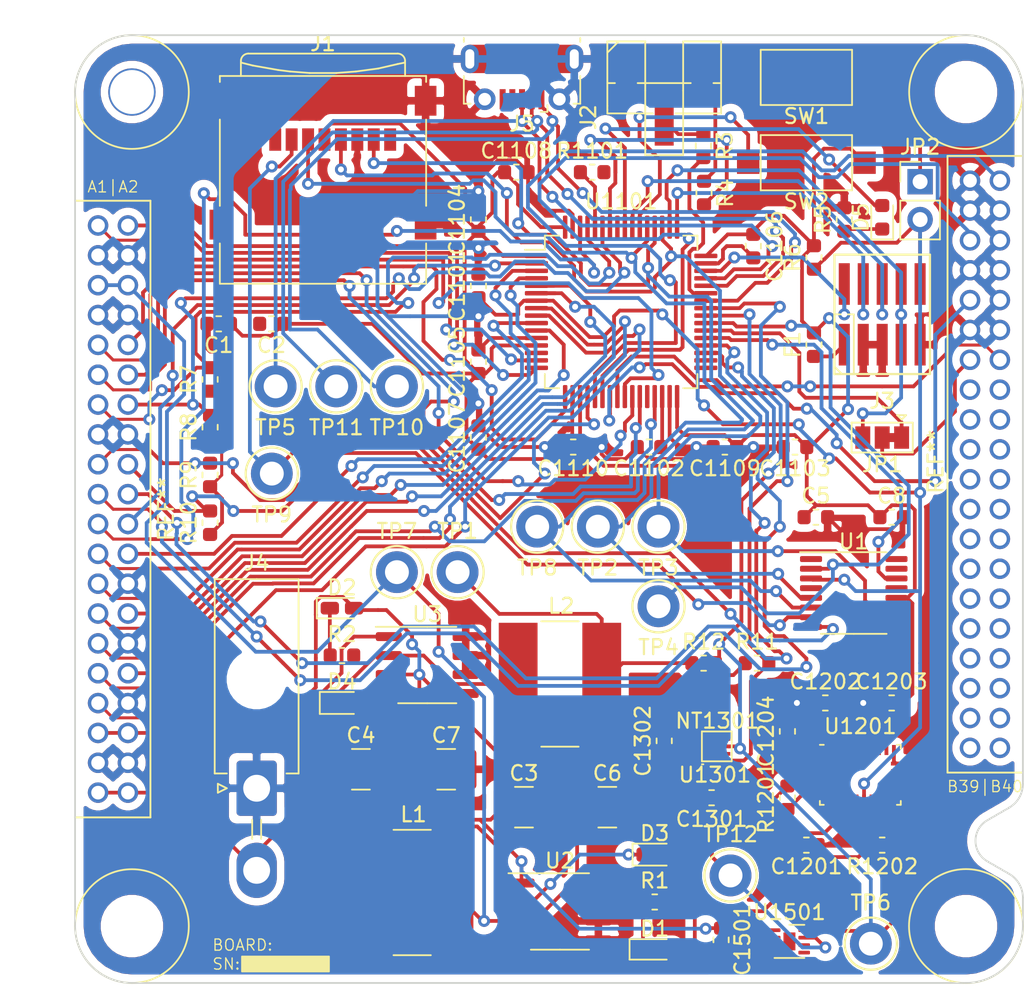
<source format=kicad_pcb>
(kicad_pcb (version 20171130) (host pcbnew 5.1.6-c6e7f7d~87~ubuntu18.04.1)
  (layers (0 F.Cu signal) (31 B.Cu signal) (34 B.Paste user) (35 F.Paste user) (36 B.SilkS user) (37 F.SilkS user) (38 B.Mask user) (39 F.Mask user) (44 Edge.Cuts user))
  (net 0 "")
  (net 1 GND)
  (net 2 +3V3)
  (net 3 +BATT)
  (net 4 +5V)
  (net 5 /nRESET)
  (net 6 "Net-(C1102-Pad1)")
  (net 7 "Net-(C1201-Pad2)")
  (net 8 "Net-(D1-Pad1)")
  (net 9 "Net-(D2-Pad1)")
  (net 10 "Net-(D3-Pad1)")
  (net 11 "Net-(D4-Pad1)")
  (net 12 /USER_LED)
  (net 13 "Net-(D5-Pad1)")
  (net 14 "Net-(F1-Pad1)")
  (net 15 "Net-(J1-Pad1)")
  (net 16 /SPI3_nSS1)
  (net 17 /SPI3_MOSI)
  (net 18 /SPI3_SCK)
  (net 19 /SPI3_MISO)
  (net 20 "Net-(J1-Pad8)")
  (net 21 "Net-(J2-Pad2)")
  (net 22 "Net-(J2-Pad3)")
  (net 23 /TDI)
  (net 24 "Net-(J3-Pad7)")
  (net 25 /SWO)
  (net 26 /SWDCLK)
  (net 27 /SWDIO)
  (net 28 /USB_DP)
  (net 29 /USB_VBUS)
  (net 30 /USB_DM)
  (net 31 "Net-(J1001-PadB34)")
  (net 32 "Net-(J1001-PadB24)")
  (net 33 "Net-(J1001-PadB39)")
  (net 34 /SPIHS_MOSI)
  (net 35 "Net-(J1001-PadB36)")
  (net 36 "Net-(J1001-PadB37)")
  (net 37 "Net-(J1001-PadB30)")
  (net 38 /SPIHS_MISO)
  (net 39 "Net-(J1001-PadB38)")
  (net 40 "Net-(J1001-PadB22)")
  (net 41 "Net-(J1001-PadB33)")
  (net 42 "Net-(J1001-PadB32)")
  (net 43 "Net-(J1001-PadB28)")
  (net 44 "Net-(J1001-PadB25)")
  (net 45 "Net-(J1001-PadB40)")
  (net 46 "Net-(J1001-PadB17)")
  (net 47 /SPIHS_nSS1)
  (net 48 "Net-(J1001-PadB20)")
  (net 49 "Net-(J1001-PadB18)")
  (net 50 "Net-(J1001-PadB15)")
  (net 51 "Net-(J1001-PadB27)")
  (net 52 "Net-(J1001-PadB31)")
  (net 53 "Net-(J1001-PadB26)")
  (net 54 "Net-(J1001-PadB16)")
  (net 55 "Net-(J1001-PadB21)")
  (net 56 "Net-(J1001-PadB23)")
  (net 57 "Net-(J1001-PadB35)")
  (net 58 "Net-(J1001-PadB29)")
  (net 59 "Net-(J1001-PadB19)")
  (net 60 /SPIHS_SCK)
  (net 61 /SPIHS_nSS2)
  (net 62 /I2C2_SCL)
  (net 63 /INT2)
  (net 64 /SPI2_SCK)
  (net 65 /INT5)
  (net 66 /INT7)
  (net 67 /INT3)
  (net 68 /I2C1_SCL)
  (net 69 /INT1)
  (net 70 /SPI2_MISO)
  (net 71 /SPI2_MOSI)
  (net 72 /SPI2_nSS1)
  (net 73 /SPI2_nSS7)
  (net 74 /SPI2_nSS3)
  (net 75 /SPI2_nSS8)
  (net 76 /I2C1_SDA)
  (net 77 /INT4)
  (net 78 /SPI2_nSS4)
  (net 79 /INT8)
  (net 80 /SPI2_nSS6)
  (net 81 /I2C2_SDA)
  (net 82 /INT6)
  (net 83 /SPI2_nSS2)
  (net 84 /SPI2_nSS5)
  (net 85 /SPIHS_nSS1soft)
  (net 86 "Net-(JP2-Pad1)")
  (net 87 "Net-(NT1301-Pad1)")
  (net 88 /UART_RX)
  (net 89 /UART_TX)
  (net 90 /I2C3_SCL)
  (net 91 /I2C3_SDA)
  (net 92 "Net-(R1101-Pad1)")
  (net 93 "Net-(R1201-Pad1)")
  (net 94 /USER_BUTTON)
  (net 95 /SPI3_nSS2)
  (net 96 "Net-(U1-Pad16)")
  (net 97 "Net-(U1-Pad15)")
  (net 98 /INT_I2C)
  (net 99 "Net-(U1-Pad13)")
  (net 100 "Net-(U1-Pad10)")
  (net 101 "Net-(U1-Pad9)")
  (net 102 "Net-(U1-Pad1)")
  (net 103 /STM32F401RET6/PB5)
  (net 104 /STM32F401RET6/PB13)
  (net 105 /STM32F401RET6/PB12)
  (net 106 /STM32F401RET6/PB2)
  (net 107 /BNO055/INT)
  (net 108 "Net-(U1201-Pad13)")
  (net 109 "Net-(U1201-Pad12)")
  (net 110 "Net-(U1201-Pad10)")
  (net 111 "Net-(U1201-Pad8)")
  (net 112 "Net-(U1201-Pad7)")
  (net 113 "Net-(U1201-Pad21)")
  (net 114 "Net-(U1201-Pad22)")
  (net 115 "Net-(U1201-Pad23)")
  (net 116 "Net-(U1201-Pad24)")
  (net 117 "Net-(U1201-Pad26)")
  (net 118 "Net-(U1201-Pad27)")
  (net 119 "Net-(U1201-Pad1)")
  (net 120 /BMP388_I2C/INT)
  (net 121 /BMP388_I2C/CSB)
  (net 122 /MAX17049/INT)
  (net 123 "Net-(U1501-Pad9)")
  (net 124 "Net-(U1301-Pad3)")
  (net 125 /STM32F401RET6/PA0)
  (module star-common-lib:CAS_physical (layer F.Cu) (at 84.354999 47.334999)
    (fp_text reference J1001 hide)
    (fp_text value CAS_stacking)
    (fp_line (start 61.11875 55.349816) (end 62.581693 56.194446) (layer Edge.Cuts) (width 0.12))
    (fp_line (start 61.118751 52.600185) (end 62.581694 51.755555) (layer Edge.Cuts) (width 0.12))
    (fp_line (start 63.5 57.785) (end 63.5 59.69) (layer Edge.Cuts) (width 0.12))
    (fp_line (start 0 59.69) (end 0 3.81) (layer Edge.Cuts) (width 0.12))
    (fp_line (start 59.69 63.5) (end 3.81 63.5) (layer Edge.Cuts) (width 0.12))
    (fp_line (start 63.5 3.81) (end 63.5 50.165) (layer Edge.Cuts) (width 0.12))
    (fp_line (start 3.81 0) (end 59.69 0) (layer Edge.Cuts) (width 0.12))
    (fp_text user SN: (at 9.144 62.23) (layer F.SilkS) (effects (font (size 0.75 0.75) (thickness 0.084375)) (justify left)))
    (fp_text user BOARD: (at 9.144 60.96) (layer F.SilkS) (effects (font (size 0.75 0.75) (thickness 0.084375)) (justify left)))
    (fp_arc (start 61.9125 53.975) (end 61.118751 52.600185) (angle -120) (layer Edge.Cuts) (width 0.12))
    (fp_arc (start 61.663387 57.785) (end 63.5 57.785) (angle -60) (layer Edge.Cuts) (width 0.12))
    (fp_arc (start 61.663386 50.165) (end 62.581693 51.755554) (angle -60) (layer Edge.Cuts) (width 0.12))
    (fp_text user B39|B40 (at 60.96 50.34) (layer F.SilkS) (effects (font (size 0.75 0.75) (thickness 0.084375))))
    (fp_text user A1|A2 (at 2.54 10.16) (layer F.SilkS) (effects (font (size 0.75 0.75) (thickness 0.084375))))
    (fp_arc (start 3.81 59.69) (end 0 59.69) (angle -90) (layer Edge.Cuts) (width 0.12))
    (fp_arc (start 59.69 59.69) (end 59.69 63.5) (angle -90) (layer Edge.Cuts) (width 0.12))
    (fp_arc (start 59.69 3.81) (end 63.5 3.81) (angle -90) (layer Edge.Cuts) (width 0.12))
    (fp_arc (start 3.81 3.81) (end 3.81 0) (angle -90) (layer Edge.Cuts) (width 0.12))
    (fp_text user REF** (at 57.658 28.575 270) (layer F.SilkS))
    (fp_text user REF** (at 6.096 31.75 90) (layer F.SilkS))
    (pad "" np_thru_hole circle (at 59.69 3.81) (size 3.175 3.175) (drill 3.175) (layers *.Cu *.Mask))
    (pad "" np_thru_hole circle (at 59.69 59.69) (size 3.175 3.175) (drill 3.175) (layers *.Cu *.Mask))
    (pad "" np_thru_hole circle (at 3.81 59.69) (size 3.175 3.175) (drill 3.175) (layers *.Cu *.Mask))
    (pad "" np_thru_hole circle (at 3.81 3.81) (size 3.175 3.175) (drill 2.9464) (layers *.Cu *.Mask))
    (pad B34 thru_hole circle (at 61.96 41.75 270) (size 1.3716 1.3716) (drill 0.9144) (layers *.Cu *.Mask) (net 31 "Net-(J1001-PadB34)"))
    (pad B24 thru_hole circle (at 61.96 31.75 270) (size 1.3716 1.3716) (drill 0.9144) (layers *.Cu *.Mask) (net 32 "Net-(J1001-PadB24)"))
    (pad B39 thru_hole circle (at 59.96 47.75 270) (size 1.3716 1.3716) (drill 0.9144) (layers *.Cu *.Mask) (net 33 "Net-(J1001-PadB39)"))
    (pad B9 thru_hole circle (at 59.96 17.75 270) (size 1.3716 1.3716) (drill 0.9144) (layers *.Cu *.Mask) (net 34 /SPIHS_MOSI))
    (pad B36 thru_hole circle (at 61.96 43.75 270) (size 1.3716 1.3716) (drill 0.9144) (layers *.Cu *.Mask) (net 35 "Net-(J1001-PadB36)"))
    (pad B37 thru_hole circle (at 59.96 45.75 270) (size 1.3716 1.3716) (drill 0.9144) (layers *.Cu *.Mask) (net 36 "Net-(J1001-PadB37)"))
    (pad B30 thru_hole circle (at 61.96 37.75 270) (size 1.3716 1.3716) (drill 0.9144) (layers *.Cu *.Mask) (net 37 "Net-(J1001-PadB30)"))
    (pad B5 thru_hole circle (at 59.96 13.7501 270) (size 1.3716 1.3716) (drill 0.9144) (layers *.Cu *.Mask) (net 38 /SPIHS_MISO))
    (pad B38 thru_hole circle (at 61.96 45.75 270) (size 1.3716 1.3716) (drill 0.9144) (layers *.Cu *.Mask) (net 39 "Net-(J1001-PadB38)"))
    (pad B22 thru_hole circle (at 61.96 29.75 270) (size 1.3716 1.3716) (drill 0.9144) (layers *.Cu *.Mask) (net 40 "Net-(J1001-PadB22)"))
    (pad B33 thru_hole circle (at 59.96 41.75 270) (size 1.3716 1.3716) (drill 0.9144) (layers *.Cu *.Mask) (net 41 "Net-(J1001-PadB33)"))
    (pad B32 thru_hole circle (at 61.96 39.75 270) (size 1.3716 1.3716) (drill 0.9144) (layers *.Cu *.Mask) (net 42 "Net-(J1001-PadB32)"))
    (pad B1 thru_hole circle (at 59.96 9.7501 270) (size 1.3716 1.3716) (drill 0.9144) (layers *.Cu *.Mask) (net 1 GND))
    (pad B28 thru_hole circle (at 61.96 35.75 270) (size 1.3716 1.3716) (drill 0.9144) (layers *.Cu *.Mask) (net 43 "Net-(J1001-PadB28)"))
    (pad B25 thru_hole circle (at 59.96 33.75 270) (size 1.3716 1.3716) (drill 0.9144) (layers *.Cu *.Mask) (net 44 "Net-(J1001-PadB25)"))
    (pad B40 thru_hole circle (at 61.96 47.75 270) (size 1.3716 1.3716) (drill 0.9144) (layers *.Cu *.Mask) (net 45 "Net-(J1001-PadB40)"))
    (pad B17 thru_hole circle (at 59.96 25.75 270) (size 1.3716 1.3716) (drill 0.9144) (layers *.Cu *.Mask) (net 46 "Net-(J1001-PadB17)"))
    (pad B13 thru_hole circle (at 59.96 21.75 270) (size 1.3716 1.3716) (drill 0.9144) (layers *.Cu *.Mask) (net 47 /SPIHS_nSS1))
    (pad B20 thru_hole circle (at 61.96 27.75 270) (size 1.3716 1.3716) (drill 0.9144) (layers *.Cu *.Mask) (net 48 "Net-(J1001-PadB20)"))
    (pad B10 thru_hole circle (at 61.96 17.75 270) (size 1.3716 1.3716) (drill 0.9144) (layers *.Cu *.Mask) (net 1 GND))
    (pad B7 thru_hole circle (at 59.96 15.7501 270) (size 1.3716 1.3716) (drill 0.9144) (layers *.Cu *.Mask) (net 1 GND))
    (pad B18 thru_hole circle (at 61.96 25.75 270) (size 1.3716 1.3716) (drill 0.9144) (layers *.Cu *.Mask) (net 49 "Net-(J1001-PadB18)"))
    (pad B8 thru_hole circle (at 61.96 15.7501 270) (size 1.3716 1.3716) (drill 0.9144) (layers *.Cu *.Mask) (net 1 GND))
    (pad B15 thru_hole circle (at 59.96 23.75 270) (size 1.3716 1.3716) (drill 0.9144) (layers *.Cu *.Mask) (net 50 "Net-(J1001-PadB15)"))
    (pad B27 thru_hole circle (at 59.96 35.75 270) (size 1.3716 1.3716) (drill 0.9144) (layers *.Cu *.Mask) (net 51 "Net-(J1001-PadB27)"))
    (pad B31 thru_hole circle (at 59.96 39.75 270) (size 1.3716 1.3716) (drill 0.9144) (layers *.Cu *.Mask) (net 52 "Net-(J1001-PadB31)"))
    (pad B26 thru_hole circle (at 61.96 33.75 270) (size 1.3716 1.3716) (drill 0.9144) (layers *.Cu *.Mask) (net 53 "Net-(J1001-PadB26)"))
    (pad B16 thru_hole circle (at 61.96 23.75 270) (size 1.3716 1.3716) (drill 0.9144) (layers *.Cu *.Mask) (net 54 "Net-(J1001-PadB16)"))
    (pad B21 thru_hole circle (at 59.96 29.75 270) (size 1.3716 1.3716) (drill 0.9144) (layers *.Cu *.Mask) (net 55 "Net-(J1001-PadB21)"))
    (pad B11 thru_hole circle (at 59.96 19.75 270) (size 1.3716 1.3716) (drill 0.9144) (layers *.Cu *.Mask) (net 1 GND))
    (pad B3 thru_hole circle (at 59.96 11.7501 270) (size 1.3716 1.3716) (drill 0.9144) (layers *.Cu *.Mask) (net 1 GND))
    (pad B12 thru_hole circle (at 61.96 19.75 270) (size 1.3716 1.3716) (drill 0.9144) (layers *.Cu *.Mask) (net 1 GND))
    (pad B6 thru_hole circle (at 61.96 13.7501 90) (size 1.3716 1.3716) (drill 0.9144) (layers *.Cu *.Mask) (net 1 GND))
    (pad B4 thru_hole circle (at 61.96 11.7501 270) (size 1.3716 1.3716) (drill 0.9144) (layers *.Cu *.Mask) (net 1 GND))
    (pad B23 thru_hole circle (at 59.96 31.75 270) (size 1.3716 1.3716) (drill 0.9144) (layers *.Cu *.Mask) (net 56 "Net-(J1001-PadB23)"))
    (pad B35 thru_hole circle (at 59.96 43.75 270) (size 1.3716 1.3716) (drill 0.9144) (layers *.Cu *.Mask) (net 57 "Net-(J1001-PadB35)"))
    (pad B29 thru_hole circle (at 59.96 37.75 270) (size 1.3716 1.3716) (drill 0.9144) (layers *.Cu *.Mask) (net 58 "Net-(J1001-PadB29)"))
    (pad B19 thru_hole circle (at 59.96 27.75 270) (size 1.3716 1.3716) (drill 0.9144) (layers *.Cu *.Mask) (net 59 "Net-(J1001-PadB19)"))
    (pad B2 thru_hole circle (at 61.96 9.7501 270) (size 1.3716 1.3716) (drill 0.9144) (layers *.Cu *.Mask) (net 60 /SPIHS_SCK))
    (pad B14 thru_hole circle (at 61.96 21.75 270) (size 1.3716 1.3716) (drill 0.9144) (layers *.Cu *.Mask) (net 61 /SPIHS_nSS2))
    (pad A7 thru_hole circle (at 1.54 18.75 90) (size 1.3716 1.3716) (drill 0.9144) (layers *.Cu *.Mask) (net 1 GND))
    (pad A17 thru_hole circle (at 1.54 28.75 90) (size 1.3716 1.3716) (drill 0.9144) (layers *.Cu *.Mask) (net 62 /I2C2_SCL))
    (pad A2 thru_hole circle (at 3.54 12.75 90) (size 1.3716 1.3716) (drill 0.9144) (layers *.Cu *.Mask) (net 63 /INT2))
    (pad A32 thru_hole circle (at 3.54 42.75 90) (size 1.3716 1.3716) (drill 0.9144) (layers *.Cu *.Mask) (net 64 /SPI2_SCK))
    (pad A5 thru_hole circle (at 1.54 16.75 90) (size 1.3716 1.3716) (drill 0.9144) (layers *.Cu *.Mask) (net 4 +5V))
    (pad A4 thru_hole circle (at 3.54 14.75 90) (size 1.3716 1.3716) (drill 0.9144) (layers *.Cu *.Mask) (net 1 GND))
    (pad A11 thru_hole circle (at 1.54 22.75 90) (size 1.3716 1.3716) (drill 0.9144) (layers *.Cu *.Mask) (net 65 /INT5))
    (pad A36 thru_hole circle (at 3.54 46.7499 90) (size 1.3716 1.3716) (drill 0.9144) (layers *.Cu *.Mask) (net 2 +3V3))
    (pad A3 thru_hole circle (at 1.54 14.75 90) (size 1.3716 1.3716) (drill 0.9144) (layers *.Cu *.Mask) (net 1 GND))
    (pad A19 thru_hole circle (at 1.54 30.75 90) (size 1.3716 1.3716) (drill 0.9144) (layers *.Cu *.Mask) (net 66 /INT7))
    (pad A8 thru_hole circle (at 3.54 18.75 90) (size 1.3716 1.3716) (drill 0.9144) (layers *.Cu *.Mask) (net 1 GND))
    (pad A9 thru_hole circle (at 1.54 20.75 90) (size 1.3716 1.3716) (drill 0.9144) (layers *.Cu *.Mask) (net 67 /INT3))
    (pad A40 thru_hole circle (at 3.54 50.7499 90) (size 1.3716 1.3716) (drill 0.9144) (layers *.Cu *.Mask) (net 3 +BATT))
    (pad A13 thru_hole circle (at 1.54 24.75 90) (size 1.3716 1.3716) (drill 0.9144) (layers *.Cu *.Mask) (net 68 /I2C1_SCL))
    (pad A16 thru_hole circle (at 3.54 26.75 90) (size 1.3716 1.3716) (drill 0.9144) (layers *.Cu *.Mask) (net 1 GND))
    (pad A1 thru_hole circle (at 1.54 12.75 90) (size 1.3716 1.3716) (drill 0.9144) (layers *.Cu *.Mask) (net 69 /INT1))
    (pad A24 thru_hole circle (at 3.54 34.75 90) (size 1.3716 1.3716) (drill 0.9144) (layers *.Cu *.Mask) (net 70 /SPI2_MISO))
    (pad A28 thru_hole circle (at 3.54 38.75 90) (size 1.3716 1.3716) (drill 0.9144) (layers *.Cu *.Mask) (net 71 /SPI2_MOSI))
    (pad A21 thru_hole circle (at 1.54 32.75 90) (size 1.3716 1.3716) (drill 0.9144) (layers *.Cu *.Mask) (net 72 /SPI2_nSS1))
    (pad A31 thru_hole circle (at 1.54 42.75 90) (size 1.3716 1.3716) (drill 0.9144) (layers *.Cu *.Mask) (net 73 /SPI2_nSS7))
    (pad A34 thru_hole circle (at 3.54 44.7499 90) (size 1.3716 1.3716) (drill 0.9144) (layers *.Cu *.Mask) (net 1 GND))
    (pad A23 thru_hole circle (at 1.54 34.75 90) (size 1.3716 1.3716) (drill 0.9144) (layers *.Cu *.Mask) (net 74 /SPI2_nSS3))
    (pad A33 thru_hole circle (at 1.54 44.7499 90) (size 1.3716 1.3716) (drill 0.9144) (layers *.Cu *.Mask) (net 75 /SPI2_nSS8))
    (pad A26 thru_hole circle (at 3.54 36.75 90) (size 1.3716 1.3716) (drill 0.9144) (layers *.Cu *.Mask) (net 1 GND))
    (pad A14 thru_hole circle (at 3.54 24.75 90) (size 1.3716 1.3716) (drill 0.9144) (layers *.Cu *.Mask) (net 76 /I2C1_SDA))
    (pad A10 thru_hole circle (at 3.54 20.75 90) (size 1.3716 1.3716) (drill 0.9144) (layers *.Cu *.Mask) (net 77 /INT4))
    (pad A15 thru_hole circle (at 1.54 26.75 90) (size 1.3716 1.3716) (drill 0.9144) (layers *.Cu *.Mask) (net 1 GND))
    (pad A25 thru_hole circle (at 1.54 36.75 90) (size 1.3716 1.3716) (drill 0.9144) (layers *.Cu *.Mask) (net 78 /SPI2_nSS4))
    (pad A20 thru_hole circle (at 3.54 30.75 90) (size 1.3716 1.3716) (drill 0.9144) (layers *.Cu *.Mask) (net 79 /INT8))
    (pad A30 thru_hole circle (at 3.54 40.75 90) (size 1.3716 1.3716) (drill 0.9144) (layers *.Cu *.Mask) (net 1 GND))
    (pad A38 thru_hole circle (at 3.54 48.7499 90) (size 1.3716 1.3716) (drill 0.9144) (layers *.Cu *.Mask) (net 1 GND))
    (pad A29 thru_hole circle (at 1.54 40.75 90) (size 1.3716 1.3716) (drill 0.9144) (layers *.Cu *.Mask) (net 80 /SPI2_nSS6))
    (pad A35 thru_hole circle (at 1.54 46.7499 90) (size 1.3716 1.3716) (drill 0.9144) (layers *.Cu *.Mask) (net 2 +3V3))
    (pad A37 thru_hole circle (at 1.54 48.7499 90) (size 1.3716 1.3716) (drill 0.9144) (layers *.Cu *.Mask) (net 1 GND))
    (pad A18 thru_hole circle (at 3.54 28.75 90) (size 1.3716 1.3716) (drill 0.9144) (layers *.Cu *.Mask) (net 81 /I2C2_SDA))
    (pad A6 thru_hole circle (at 3.54 16.75 90) (size 1.3716 1.3716) (drill 0.9144) (layers *.Cu *.Mask) (net 4 +5V))
    (pad A12 thru_hole circle (at 3.54 22.75 90) (size 1.3716 1.3716) (drill 0.9144) (layers *.Cu *.Mask) (net 82 /INT6))
    (pad A22 thru_hole circle (at 3.54 32.75 90) (size 1.3716 1.3716) (drill 0.9144) (layers *.Cu *.Mask) (net 83 /SPI2_nSS2))
    (pad A39 thru_hole circle (at 1.54 50.7499 90) (size 1.3716 1.3716) (drill 0.9144) (layers *.Cu *.Mask) (net 3 +BATT))
    (pad A27 thru_hole circle (at 1.54 38.75 90) (size 1.3716 1.3716) (drill 0.9144) (layers *.Cu *.Mask) (net 84 /SPI2_nSS5))
  )
  (module Package_QFP:LQFP-64_10x10mm_P0.5mm (layer F.Cu) (at 120.939 65.875)
    (fp_text reference U1101 (at 0 -7.4) (layer F.SilkS))
    (fp_text value STM32F401RETx)
    (pad 64 smd roundrect (at -3.75 -5.675) (size 0.3 1.55) (layers F.Cu F.Paste F.Mask) (net 2 +3V3))
    (pad 63 smd roundrect (at -3.25 -5.675) (size 0.3 1.55) (layers F.Cu F.Paste F.Mask) (net 1 GND))
    (pad 62 smd roundrect (at -2.75 -5.675) (size 0.3 1.55) (layers F.Cu F.Paste F.Mask) (net 72 /SPI2_nSS1))
    (pad 61 smd roundrect (at -2.25 -5.675) (size 0.3 1.55) (layers F.Cu F.Paste F.Mask) (net 68 /I2C1_SCL))
    (pad 60 smd roundrect (at -1.75 -5.675) (size 0.3 1.55) (layers F.Cu F.Paste F.Mask) (net 92 "Net-(R1101-Pad1)"))
    (pad 59 smd roundrect (at -1.25 -5.675) (size 0.3 1.55) (layers F.Cu F.Paste F.Mask) (net 76 /I2C1_SDA))
    (pad 58 smd roundrect (at -0.75 -5.675) (size 0.3 1.55) (layers F.Cu F.Paste F.Mask) (net 89 /UART_TX))
    (pad 57 smd roundrect (at -0.25 -5.675) (size 0.3 1.55) (layers F.Cu F.Paste F.Mask) (net 103 /STM32F401RET6/PB5))
    (pad 56 smd roundrect (at 0.25 -5.675) (size 0.3 1.55) (layers F.Cu F.Paste F.Mask) (net 12 /USER_LED))
    (pad 55 smd roundrect (at 0.75 -5.675) (size 0.3 1.55) (layers F.Cu F.Paste F.Mask) (net 25 /SWO))
    (pad 54 smd roundrect (at 1.25 -5.675) (size 0.3 1.55) (layers F.Cu F.Paste F.Mask) (net 94 /USER_BUTTON))
    (pad 53 smd roundrect (at 1.75 -5.675) (size 0.3 1.55) (layers F.Cu F.Paste F.Mask) (net 17 /SPI3_MOSI))
    (pad 52 smd roundrect (at 2.25 -5.675) (size 0.3 1.55) (layers F.Cu F.Paste F.Mask) (net 19 /SPI3_MISO))
    (pad 51 smd roundrect (at 2.75 -5.675) (size 0.3 1.55) (layers F.Cu F.Paste F.Mask) (net 18 /SPI3_SCK))
    (pad 50 smd roundrect (at 3.25 -5.675) (size 0.3 1.55) (layers F.Cu F.Paste F.Mask) (net 23 /TDI))
    (pad 49 smd roundrect (at 3.75 -5.675) (size 0.3 1.55) (layers F.Cu F.Paste F.Mask) (net 26 /SWDCLK))
    (pad 48 smd roundrect (at 5.675 -3.75) (size 1.55 0.3) (layers F.Cu F.Paste F.Mask) (net 2 +3V3))
    (pad 47 smd roundrect (at 5.675 -3.25) (size 1.55 0.3) (layers F.Cu F.Paste F.Mask) (net 1 GND))
    (pad 46 smd roundrect (at 5.675 -2.75) (size 1.55 0.3) (layers F.Cu F.Paste F.Mask) (net 27 /SWDIO))
    (pad 45 smd roundrect (at 5.675 -2.25) (size 1.55 0.3) (layers F.Cu F.Paste F.Mask) (net 28 /USB_DP))
    (pad 44 smd roundrect (at 5.675 -1.75) (size 1.55 0.3) (layers F.Cu F.Paste F.Mask) (net 30 /USB_DM))
    (pad 43 smd roundrect (at 5.675 -1.25) (size 1.55 0.3) (layers F.Cu F.Paste F.Mask) (net 88 /UART_RX))
    (pad 42 smd roundrect (at 5.675 -0.75) (size 1.55 0.3) (layers F.Cu F.Paste F.Mask) (net 29 /USB_VBUS))
    (pad 41 smd roundrect (at 5.675 -0.25) (size 1.55 0.3) (layers F.Cu F.Paste F.Mask) (net 90 /I2C3_SCL))
    (pad 40 smd roundrect (at 5.675 0.25) (size 1.55 0.3) (layers F.Cu F.Paste F.Mask) (net 91 /I2C3_SDA))
    (pad 39 smd roundrect (at 5.675 0.75) (size 1.55 0.3) (layers F.Cu F.Paste F.Mask) (net 95 /SPI3_nSS2))
    (pad 38 smd roundrect (at 5.675 1.25) (size 1.55 0.3) (layers F.Cu F.Paste F.Mask) (net 85 /SPIHS_nSS1soft))
    (pad 37 smd roundrect (at 5.675 1.75) (size 1.55 0.3) (layers F.Cu F.Paste F.Mask) (net 98 /INT_I2C))
    (pad 36 smd roundrect (at 5.675 2.25) (size 1.55 0.3) (layers F.Cu F.Paste F.Mask) (net 79 /INT8))
    (pad 35 smd roundrect (at 5.675 2.75) (size 1.55 0.3) (layers F.Cu F.Paste F.Mask) (net 66 /INT7))
    (pad 34 smd roundrect (at 5.675 3.25) (size 1.55 0.3) (layers F.Cu F.Paste F.Mask) (net 104 /STM32F401RET6/PB13))
    (pad 33 smd roundrect (at 5.675 3.75) (size 1.55 0.3) (layers F.Cu F.Paste F.Mask) (net 105 /STM32F401RET6/PB12))
    (pad 32 smd roundrect (at 3.75 5.675) (size 0.3 1.55) (layers F.Cu F.Paste F.Mask) (net 2 +3V3))
    (pad 31 smd roundrect (at 3.25 5.675) (size 0.3 1.55) (layers F.Cu F.Paste F.Mask) (net 1 GND))
    (pad 30 smd roundrect (at 2.75 5.675) (size 0.3 1.55) (layers F.Cu F.Paste F.Mask) (net 6 "Net-(C1102-Pad1)"))
    (pad 29 smd roundrect (at 2.25 5.675) (size 0.3 1.55) (layers F.Cu F.Paste F.Mask) (net 64 /SPI2_SCK))
    (pad 28 smd roundrect (at 1.75 5.675) (size 0.3 1.55) (layers F.Cu F.Paste F.Mask) (net 106 /STM32F401RET6/PB2))
    (pad 27 smd roundrect (at 1.25 5.675) (size 0.3 1.55) (layers F.Cu F.Paste F.Mask) (net 82 /INT6))
    (pad 26 smd roundrect (at 0.75 5.675) (size 0.3 1.55) (layers F.Cu F.Paste F.Mask) (net 65 /INT5))
    (pad 25 smd roundrect (at 0.25 5.675) (size 0.3 1.55) (layers F.Cu F.Paste F.Mask) (net 77 /INT4))
    (pad 24 smd roundrect (at -0.25 5.675) (size 0.3 1.55) (layers F.Cu F.Paste F.Mask) (net 61 /SPIHS_nSS2))
    (pad 23 smd roundrect (at -0.75 5.675) (size 0.3 1.55) (layers F.Cu F.Paste F.Mask) (net 34 /SPIHS_MOSI))
    (pad 22 smd roundrect (at -1.25 5.675) (size 0.3 1.55) (layers F.Cu F.Paste F.Mask) (net 38 /SPIHS_MISO))
    (pad 21 smd roundrect (at -1.75 5.675) (size 0.3 1.55) (layers F.Cu F.Paste F.Mask) (net 60 /SPIHS_SCK))
    (pad 20 smd roundrect (at -2.25 5.675) (size 0.3 1.55) (layers F.Cu F.Paste F.Mask) (net 16 /SPI3_nSS1))
    (pad 19 smd roundrect (at -2.75 5.675) (size 0.3 1.55) (layers F.Cu F.Paste F.Mask) (net 2 +3V3))
    (pad 18 smd roundrect (at -3.25 5.675) (size 0.3 1.55) (layers F.Cu F.Paste F.Mask) (net 1 GND))
    (pad 17 smd roundrect (at -3.75 5.675) (size 0.3 1.55) (layers F.Cu F.Paste F.Mask) (net 67 /INT3))
    (pad 16 smd roundrect (at -5.675 3.75) (size 1.55 0.3) (layers F.Cu F.Paste F.Mask) (net 63 /INT2))
    (pad 15 smd roundrect (at -5.675 3.25) (size 1.55 0.3) (layers F.Cu F.Paste F.Mask) (net 69 /INT1))
    (pad 14 smd roundrect (at -5.675 2.75) (size 1.55 0.3) (layers F.Cu F.Paste F.Mask) (net 125 /STM32F401RET6/PA0))
    (pad 13 smd roundrect (at -5.675 2.25) (size 1.55 0.3) (layers F.Cu F.Paste F.Mask) (net 2 +3V3))
    (pad 12 smd roundrect (at -5.675 1.75) (size 1.55 0.3) (layers F.Cu F.Paste F.Mask) (net 1 GND))
    (pad 11 smd roundrect (at -5.675 1.25) (size 1.55 0.3) (layers F.Cu F.Paste F.Mask) (net 71 /SPI2_MOSI))
    (pad 10 smd roundrect (at -5.675 0.75) (size 1.55 0.3) (layers F.Cu F.Paste F.Mask) (net 70 /SPI2_MISO))
    (pad 9 smd roundrect (at -5.675 0.25) (size 1.55 0.3) (layers F.Cu F.Paste F.Mask) (net 75 /SPI2_nSS8))
    (pad 8 smd roundrect (at -5.675 -0.25) (size 1.55 0.3) (layers F.Cu F.Paste F.Mask) (net 73 /SPI2_nSS7))
    (pad 7 smd roundrect (at -5.675 -0.75) (size 1.55 0.3) (layers F.Cu F.Paste F.Mask) (net 5 /nRESET))
    (pad 6 smd roundrect (at -5.675 -1.25) (size 1.55 0.3) (layers F.Cu F.Paste F.Mask) (net 80 /SPI2_nSS6))
    (pad 5 smd roundrect (at -5.675 -1.75) (size 1.55 0.3) (layers F.Cu F.Paste F.Mask) (net 84 /SPI2_nSS5))
    (pad 4 smd roundrect (at -5.675 -2.25) (size 1.55 0.3) (layers F.Cu F.Paste F.Mask) (net 78 /SPI2_nSS4))
    (pad 3 smd roundrect (at -5.675 -2.75) (size 1.55 0.3) (layers F.Cu F.Paste F.Mask) (net 74 /SPI2_nSS3))
    (pad 2 smd roundrect (at -5.675 -3.25) (size 1.55 0.3) (layers F.Cu F.Paste F.Mask) (net 83 /SPI2_nSS2))
    (pad 1 smd roundrect (at -5.675 -3.75) (size 1.55 0.3) (layers F.Cu F.Paste F.Mask) (net 2 +3V3))
  )
  (module TestPoint:TestPoint_Keystone_5010-5014_Multipurpose (layer F.Cu) (at 137.668 108.204)
    (fp_text reference TP6 (at 0 -2.75) (layer F.SilkS))
    (fp_text value TestPoint)
    (pad 1 thru_hole circle (at 0 0) (size 2.8 2.8) (drill 1.6) (layers *.Cu *.Mask) (net 91 /I2C3_SDA))
  )
  (module Resistor_SMD:R_0603_1608Metric (layer F.Cu) (at 133.858 62.23 90)
    (fp_text reference R6 (at 0 -1.43 90) (layer F.SilkS))
    (fp_text value 1k)
    (pad 2 smd roundrect (at 0.7875 0 90) (size 0.875 0.95) (layers F.Cu F.Paste F.Mask) (net 2 +3V3))
    (pad 1 smd roundrect (at -0.7875 0 90) (size 0.875 0.95) (layers F.Cu F.Paste F.Mask) (net 5 /nRESET))
  )
  (module Package_DFN_QFN:TDFN-8-1EP_2x2mm_P0.5mm_EP0.8x1.2mm (layer F.Cu) (at 132.215 108.05)
    (fp_text reference U1501 (at 0 -1.95) (layer F.SilkS))
    (fp_text value MAX17049G+)
    (pad 1 smd roundrect (at -0.9875 -0.75) (size 0.775 0.25) (layers F.Cu F.Paste F.Mask) (net 1 GND))
    (pad 2 smd roundrect (at -0.9875 -0.25) (size 0.775 0.25) (layers F.Cu F.Paste F.Mask) (net 3 +BATT))
    (pad 3 smd roundrect (at -0.9875 0.25) (size 0.775 0.25) (layers F.Cu F.Paste F.Mask) (net 2 +3V3))
    (pad 4 smd roundrect (at -0.9875 0.75) (size 0.775 0.25) (layers F.Cu F.Paste F.Mask) (net 1 GND))
    (pad 5 smd roundrect (at 0.9875 0.75) (size 0.775 0.25) (layers F.Cu F.Paste F.Mask) (net 122 /MAX17049/INT))
    (pad 6 smd roundrect (at 0.9875 0.25) (size 0.775 0.25) (layers F.Cu F.Paste F.Mask) (net 1 GND))
    (pad 7 smd roundrect (at 0.9875 -0.25) (size 0.775 0.25) (layers F.Cu F.Paste F.Mask) (net 90 /I2C3_SCL))
    (pad 8 smd roundrect (at 0.9875 -0.75) (size 0.775 0.25) (layers F.Cu F.Paste F.Mask) (net 91 /I2C3_SDA))
    (pad 9 smd rect (at 0 0) (size 0.8 1.2) (layers F.Cu F.Mask) (net 123 "Net-(U1501-Pad9)"))
  )
  (module star-common-lib:BMP388 (layer F.Cu) (at 127.35 94.985 180)
    (fp_text reference U1301 (at 0.127 -1.905 180) (layer F.SilkS))
    (fp_text value BMP388)
    (pad 3 smd rect (at -0.7625 -0.5 180) (size 0.275 0.25) (layers F.Cu F.Paste F.Mask) (net 124 "Net-(U1301-Pad3)"))
    (pad 4 smd rect (at -0.7625 0 180) (size 0.275 0.25) (layers F.Cu F.Paste F.Mask) (net 91 /I2C3_SDA))
    (pad 5 smd rect (at -0.7625 0.5 180) (size 0.275 0.25) (layers F.Cu F.Paste F.Mask) (net 87 "Net-(NT1301-Pad1)"))
    (pad 8 smd rect (at 0.7625 0.5 180) (size 0.275 0.25) (layers F.Cu F.Paste F.Mask) (net 1 GND))
    (pad 9 smd rect (at 0.7625 0 180) (size 0.275 0.25) (layers F.Cu F.Paste F.Mask) (net 1 GND))
    (pad 10 smd rect (at 0.7625 -0.5 180) (size 0.275 0.25) (layers F.Cu F.Paste F.Mask) (net 2 +3V3))
    (pad 1 smd rect (at 0.25 -0.7625 180) (size 0.25 0.275) (layers F.Cu F.Paste F.Mask) (net 2 +3V3))
    (pad 2 smd rect (at -0.25 -0.7625 180) (size 0.25 0.275) (layers F.Cu F.Paste F.Mask) (net 90 /I2C3_SCL))
    (pad 7 smd rect (at 0.25 0.7625 180) (size 0.25 0.275) (layers F.Cu F.Paste F.Mask) (net 120 /BMP388_I2C/INT))
    (pad 6 smd rect (at -0.25 0.7625 180) (size 0.25 0.275) (layers F.Cu F.Paste F.Mask) (net 121 /BMP388_I2C/CSB))
  )
  (module Package_LGA:LGA-28_5.2x3.8mm_P0.5mm (layer F.Cu) (at 136.965 96.89)
    (fp_text reference U1201 (at 0 -3.25) (layer F.SilkS))
    (fp_text value BNO055)
    (pad 16 smd rect (at 2.3875 0.75 90) (size 0.254 0.675) (layers F.Cu F.Paste F.Mask) (net 1 GND))
    (pad 17 smd rect (at 2.3875 0.25 90) (size 0.254 0.675) (layers F.Cu F.Paste F.Mask) (net 1 GND))
    (pad 18 smd rect (at 2.3875 -0.25 90) (size 0.254 0.675) (layers F.Cu F.Paste F.Mask) (net 1 GND))
    (pad 15 smd rect (at 2.25 1.6625) (size 0.254 0.675) (layers F.Cu F.Paste F.Mask) (net 1 GND))
    (pad 14 smd rect (at 1.75 1.6625) (size 0.254 0.675) (layers F.Cu F.Paste F.Mask) (net 107 /BNO055/INT))
    (pad 13 smd rect (at 1.25 1.6625) (size 0.254 0.675) (layers F.Cu F.Paste F.Mask) (net 108 "Net-(U1201-Pad13)"))
    (pad 12 smd rect (at 0.75 1.6625) (size 0.254 0.675) (layers F.Cu F.Paste F.Mask) (net 109 "Net-(U1201-Pad12)"))
    (pad 11 smd rect (at 0.25 1.6625) (size 0.254 0.675) (layers F.Cu F.Paste F.Mask) (net 5 /nRESET))
    (pad 10 smd rect (at -0.25 1.6625) (size 0.254 0.675) (layers F.Cu F.Paste F.Mask) (net 110 "Net-(U1201-Pad10)"))
    (pad 9 smd rect (at -0.75 1.6625) (size 0.254 0.675) (layers F.Cu F.Paste F.Mask) (net 7 "Net-(C1201-Pad2)"))
    (pad 8 smd rect (at -1.25 1.6625) (size 0.254 0.675) (layers F.Cu F.Paste F.Mask) (net 111 "Net-(U1201-Pad8)"))
    (pad 7 smd rect (at -1.75 1.6625) (size 0.254 0.675) (layers F.Cu F.Paste F.Mask) (net 112 "Net-(U1201-Pad7)"))
    (pad 20 smd rect (at 2.25 -1.6625) (size 0.254 0.675) (layers F.Cu F.Paste F.Mask) (net 91 /I2C3_SDA))
    (pad 21 smd rect (at 1.75 -1.6625) (size 0.254 0.675) (layers F.Cu F.Paste F.Mask) (net 113 "Net-(U1201-Pad21)"))
    (pad 22 smd rect (at 1.25 -1.6625) (size 0.254 0.675) (layers F.Cu F.Paste F.Mask) (net 114 "Net-(U1201-Pad22)"))
    (pad 23 smd rect (at 0.75 -1.6625) (size 0.254 0.675) (layers F.Cu F.Paste F.Mask) (net 115 "Net-(U1201-Pad23)"))
    (pad 24 smd rect (at 0.25 -1.6625) (size 0.254 0.675) (layers F.Cu F.Paste F.Mask) (net 116 "Net-(U1201-Pad24)"))
    (pad 25 smd rect (at -0.25 -1.6625) (size 0.254 0.675) (layers F.Cu F.Paste F.Mask) (net 1 GND))
    (pad 26 smd rect (at -0.75 -1.6625) (size 0.254 0.675) (layers F.Cu F.Paste F.Mask) (net 117 "Net-(U1201-Pad26)"))
    (pad 27 smd rect (at -1.25 -1.6625) (size 0.254 0.675) (layers F.Cu F.Paste F.Mask) (net 118 "Net-(U1201-Pad27)"))
    (pad 28 smd rect (at -1.75 -1.6625) (size 0.254 0.675) (layers F.Cu F.Paste F.Mask) (net 2 +3V3))
    (pad 5 smd rect (at -2.3875 0.75 90) (size 0.254 0.675) (layers F.Cu F.Paste F.Mask) (net 1 GND))
    (pad 4 smd rect (at -2.3875 0.25 90) (size 0.254 0.675) (layers F.Cu F.Paste F.Mask) (net 93 "Net-(R1201-Pad1)"))
    (pad 3 smd rect (at -2.3875 -0.25 90) (size 0.254 0.675) (layers F.Cu F.Paste F.Mask) (net 2 +3V3))
    (pad 1 smd rect (at -2.25 -1.6625) (size 0.254 0.675) (layers F.Cu F.Paste F.Mask) (net 119 "Net-(U1201-Pad1)"))
    (pad 2 smd rect (at -2.3875 -0.75 90) (size 0.254 0.675) (layers F.Cu F.Paste F.Mask) (net 1 GND))
    (pad 6 smd rect (at -2.25 1.6625) (size 0.254 0.675) (layers F.Cu F.Paste F.Mask) (net 1 GND))
    (pad 19 smd rect (at 2.3875 -0.75 90) (size 0.254 0.675) (layers F.Cu F.Paste F.Mask) (net 91 /I2C3_SDA))
  )
  (module Package_SO:SO-8_3.9x4.9mm_P1.27mm (layer F.Cu) (at 107.95 89.535)
    (fp_text reference U3 (at 0 -3.4) (layer F.SilkS))
    (fp_text value AP1509-33)
    (pad 8 smd roundrect (at 2.575 -1.905) (size 1.75 0.6) (layers F.Cu F.Paste F.Mask) (net 1 GND))
    (pad 7 smd roundrect (at 2.575 -0.635) (size 1.75 0.6) (layers F.Cu F.Paste F.Mask) (net 1 GND))
    (pad 6 smd roundrect (at 2.575 0.635) (size 1.75 0.6) (layers F.Cu F.Paste F.Mask) (net 1 GND))
    (pad 5 smd roundrect (at 2.575 1.905) (size 1.75 0.6) (layers F.Cu F.Paste F.Mask) (net 1 GND))
    (pad 4 smd roundrect (at -2.575 1.905) (size 1.75 0.6) (layers F.Cu F.Paste F.Mask) (net 1 GND))
    (pad 3 smd roundrect (at -2.575 0.635) (size 1.75 0.6) (layers F.Cu F.Paste F.Mask) (net 2 +3V3))
    (pad 2 smd roundrect (at -2.575 -0.635) (size 1.75 0.6) (layers F.Cu F.Paste F.Mask) (net 11 "Net-(D4-Pad1)"))
    (pad 1 smd roundrect (at -2.575 -1.905) (size 1.75 0.6) (layers F.Cu F.Paste F.Mask) (net 3 +BATT))
  )
  (module Package_SO:SO-8_3.9x4.9mm_P1.27mm (layer F.Cu) (at 116.84 106.045)
    (fp_text reference U2 (at 0 -3.4) (layer F.SilkS))
    (fp_text value AP1509-50)
    (pad 8 smd roundrect (at 2.575 -1.905) (size 1.75 0.6) (layers F.Cu F.Paste F.Mask) (net 1 GND))
    (pad 7 smd roundrect (at 2.575 -0.635) (size 1.75 0.6) (layers F.Cu F.Paste F.Mask) (net 1 GND))
    (pad 6 smd roundrect (at 2.575 0.635) (size 1.75 0.6) (layers F.Cu F.Paste F.Mask) (net 1 GND))
    (pad 5 smd roundrect (at 2.575 1.905) (size 1.75 0.6) (layers F.Cu F.Paste F.Mask) (net 1 GND))
    (pad 4 smd roundrect (at -2.575 1.905) (size 1.75 0.6) (layers F.Cu F.Paste F.Mask) (net 1 GND))
    (pad 3 smd roundrect (at -2.575 0.635) (size 1.75 0.6) (layers F.Cu F.Paste F.Mask) (net 4 +5V))
    (pad 2 smd roundrect (at -2.575 -0.635) (size 1.75 0.6) (layers F.Cu F.Paste F.Mask) (net 10 "Net-(D3-Pad1)"))
    (pad 1 smd roundrect (at -2.575 -1.905) (size 1.75 0.6) (layers F.Cu F.Paste F.Mask) (net 3 +BATT))
  )
  (module Package_SO:TSSOP-16_4.4x5mm_P0.65mm (layer F.Cu) (at 136.525 84.709)
    (fp_text reference U1 (at 0 -3.45) (layer F.SilkS))
    (fp_text value SC18IS600)
    (pad 16 smd roundrect (at 2.8625 -2.275) (size 1.475 0.4) (layers F.Cu F.Paste F.Mask) (net 96 "Net-(U1-Pad16)"))
    (pad 15 smd roundrect (at 2.8625 -1.625) (size 1.475 0.4) (layers F.Cu F.Paste F.Mask) (net 97 "Net-(U1-Pad15)"))
    (pad 14 smd roundrect (at 2.8625 -0.975) (size 1.475 0.4) (layers F.Cu F.Paste F.Mask) (net 98 /INT_I2C))
    (pad 13 smd roundrect (at 2.8625 -0.325) (size 1.475 0.4) (layers F.Cu F.Paste F.Mask) (net 99 "Net-(U1-Pad13)"))
    (pad 12 smd roundrect (at 2.8625 0.325) (size 1.475 0.4) (layers F.Cu F.Paste F.Mask) (net 2 +3V3))
    (pad 11 smd roundrect (at 2.8625 0.975) (size 1.475 0.4) (layers F.Cu F.Paste F.Mask) (net 18 /SPI3_SCK))
    (pad 10 smd roundrect (at 2.8625 1.625) (size 1.475 0.4) (layers F.Cu F.Paste F.Mask) (net 100 "Net-(U1-Pad10)"))
    (pad 9 smd roundrect (at 2.8625 2.275) (size 1.475 0.4) (layers F.Cu F.Paste F.Mask) (net 101 "Net-(U1-Pad9)"))
    (pad 8 smd roundrect (at -2.8625 2.275) (size 1.475 0.4) (layers F.Cu F.Paste F.Mask) (net 62 /I2C2_SCL))
    (pad 7 smd roundrect (at -2.8625 1.625) (size 1.475 0.4) (layers F.Cu F.Paste F.Mask) (net 81 /I2C2_SDA))
    (pad 6 smd roundrect (at -2.8625 0.975) (size 1.475 0.4) (layers F.Cu F.Paste F.Mask) (net 17 /SPI3_MOSI))
    (pad 5 smd roundrect (at -2.8625 0.325) (size 1.475 0.4) (layers F.Cu F.Paste F.Mask) (net 19 /SPI3_MISO))
    (pad 4 smd roundrect (at -2.8625 -0.325) (size 1.475 0.4) (layers F.Cu F.Paste F.Mask) (net 1 GND))
    (pad 3 smd roundrect (at -2.8625 -0.975) (size 1.475 0.4) (layers F.Cu F.Paste F.Mask) (net 5 /nRESET))
    (pad 2 smd roundrect (at -2.8625 -1.625) (size 1.475 0.4) (layers F.Cu F.Paste F.Mask) (net 95 /SPI3_nSS2))
    (pad 1 smd roundrect (at -2.8625 -2.275) (size 1.475 0.4) (layers F.Cu F.Paste F.Mask) (net 102 "Net-(U1-Pad1)"))
  )
  (module TestPoint:TestPoint_Keystone_5010-5014_Multipurpose (layer F.Cu) (at 128.27 103.632)
    (fp_text reference TP12 (at 0 -2.75) (layer F.SilkS))
    (fp_text value TestPoint)
    (pad 1 thru_hole circle (at 0 0) (size 2.8 2.8) (drill 1.6) (layers *.Cu *.Mask) (net 90 /I2C3_SCL))
  )
  (module TestPoint:TestPoint_Keystone_5010-5014_Multipurpose (layer F.Cu) (at 101.854 70.866 180)
    (fp_text reference TP11 (at 0 -2.75) (layer F.SilkS))
    (fp_text value TestPoint)
    (pad 1 thru_hole circle (at 0 0 180) (size 2.8 2.8) (drill 1.6) (layers *.Cu *.Mask) (net 30 /USB_DM))
  )
  (module TestPoint:TestPoint_Keystone_5010-5014_Multipurpose (layer F.Cu) (at 105.918 70.866 180)
    (fp_text reference TP10 (at 0 -2.75) (layer F.SilkS))
    (fp_text value TestPoint)
    (pad 1 thru_hole circle (at 0 0 180) (size 2.8 2.8) (drill 1.6) (layers *.Cu *.Mask) (net 29 /USB_VBUS))
  )
  (module TestPoint:TestPoint_Keystone_5010-5014_Multipurpose (layer F.Cu) (at 97.536 76.708 180)
    (fp_text reference TP9 (at 0 -2.75) (layer F.SilkS))
    (fp_text value TestPoint)
    (pad 1 thru_hole circle (at 0 0 180) (size 2.8 2.8) (drill 1.6) (layers *.Cu *.Mask) (net 16 /SPI3_nSS1))
  )
  (module TestPoint:TestPoint_Keystone_5010-5014_Multipurpose (layer F.Cu) (at 115.316 80.264 180)
    (fp_text reference TP8 (at 0 -2.75) (layer F.SilkS))
    (fp_text value TestPoint)
    (pad 1 thru_hole circle (at 0 0 180) (size 2.8 2.8) (drill 1.6) (layers *.Cu *.Mask) (net 17 /SPI3_MOSI))
  )
  (module TestPoint:TestPoint_Keystone_5010-5014_Multipurpose (layer F.Cu) (at 105.918 83.312)
    (fp_text reference TP7 (at 0 -2.75) (layer F.SilkS))
    (fp_text value TestPoint)
    (pad 1 thru_hole circle (at 0 0) (size 2.8 2.8) (drill 1.6) (layers *.Cu *.Mask) (net 4 +5V))
  )
  (module TestPoint:TestPoint_Keystone_5010-5014_Multipurpose (layer F.Cu) (at 97.79 70.866 180)
    (fp_text reference TP5 (at 0 -2.75) (layer F.SilkS))
    (fp_text value TestPoint)
    (pad 1 thru_hole circle (at 0 0 180) (size 2.8 2.8) (drill 1.6) (layers *.Cu *.Mask) (net 28 /USB_DP))
  )
  (module TestPoint:TestPoint_Keystone_5010-5014_Multipurpose (layer F.Cu) (at 123.444 85.598 180)
    (fp_text reference TP4 (at 0 -2.75) (layer F.SilkS))
    (fp_text value TestPoint)
    (pad 1 thru_hole circle (at 0 0 180) (size 2.8 2.8) (drill 1.6) (layers *.Cu *.Mask) (net 95 /SPI3_nSS2))
  )
  (module TestPoint:TestPoint_Keystone_5010-5014_Multipurpose (layer F.Cu) (at 123.444 80.264 180)
    (fp_text reference TP3 (at 0 -2.75) (layer F.SilkS))
    (fp_text value TestPoint)
    (pad 1 thru_hole circle (at 0 0 180) (size 2.8 2.8) (drill 1.6) (layers *.Cu *.Mask) (net 18 /SPI3_SCK))
  )
  (module TestPoint:TestPoint_Keystone_5010-5014_Multipurpose (layer F.Cu) (at 119.38 80.264 180)
    (fp_text reference TP2 (at 0 -2.75) (layer F.SilkS))
    (fp_text value TestPoint)
    (pad 1 thru_hole circle (at 0 0 180) (size 2.8 2.8) (drill 1.6) (layers *.Cu *.Mask) (net 19 /SPI3_MISO))
  )
  (module TestPoint:TestPoint_Keystone_5010-5014_Multipurpose (layer F.Cu) (at 109.982 83.312)
    (fp_text reference TP1 (at 0 -2.75) (layer F.SilkS))
    (fp_text value TestPoint)
    (pad 1 thru_hole circle (at 0 0) (size 2.8 2.8) (drill 1.6) (layers *.Cu *.Mask) (net 2 +3V3))
  )
  (module Button_Switch_SMD:SW_SPST_CK_RS282G05A3 (layer F.Cu) (at 133.35 55.88 180)
    (fp_text reference SW2 (at 0 -2.6) (layer F.SilkS))
    (fp_text value SW_Push)
    (pad 2 smd rect (at 3.9 0 180) (size 1.5 1.5) (layers F.Cu F.Paste F.Mask) (net 94 /USER_BUTTON))
    (pad 1 smd rect (at -3.9 0 180) (size 1.5 1.5) (layers F.Cu F.Paste F.Mask) (net 2 +3V3))
  )
  (module Button_Switch_SMD:SW_SPST_CK_RS282G05A3 (layer F.Cu) (at 133.35 50.165 180)
    (fp_text reference SW1 (at 0 -2.6) (layer F.SilkS))
    (fp_text value SW_Push)
    (pad 2 smd rect (at 3.9 0 180) (size 1.5 1.5) (layers F.Cu F.Paste F.Mask) (net 86 "Net-(JP2-Pad1)"))
    (pad 1 smd rect (at -3.9 0 180) (size 1.5 1.5) (layers F.Cu F.Paste F.Mask) (net 1 GND))
  )
  (module Resistor_SMD:R_0603_1608Metric (layer F.Cu) (at 138.43 101.6 180)
    (fp_text reference R1202 (at 0 -1.43) (layer F.SilkS))
    (fp_text value 10k)
    (pad 2 smd roundrect (at 0.7875 0 180) (size 0.875 0.95) (layers F.Cu F.Paste F.Mask) (net 2 +3V3))
    (pad 1 smd roundrect (at -0.7875 0 180) (size 0.875 0.95) (layers F.Cu F.Paste F.Mask) (net 5 /nRESET))
  )
  (module Resistor_SMD:R_0603_1608Metric (layer F.Cu) (at 132.08 98.425 90)
    (fp_text reference R1201 (at 0 -1.43 90) (layer F.SilkS))
    (fp_text value 10k)
    (pad 2 smd roundrect (at 0.7875 0 90) (size 0.875 0.95) (layers F.Cu F.Paste F.Mask) (net 2 +3V3))
    (pad 1 smd roundrect (at -0.7875 0 90) (size 0.875 0.95) (layers F.Cu F.Paste F.Mask) (net 93 "Net-(R1201-Pad1)"))
  )
  (module Resistor_SMD:R_0603_1608Metric (layer F.Cu) (at 118.999 56.515)
    (fp_text reference R1101 (at 0 -1.43) (layer F.SilkS))
    (fp_text value 10K)
    (pad 2 smd roundrect (at 0.7875 0) (size 0.875 0.95) (layers F.Cu F.Paste F.Mask) (net 1 GND))
    (pad 1 smd roundrect (at -0.7875 0) (size 0.875 0.95) (layers F.Cu F.Paste F.Mask) (net 92 "Net-(R1101-Pad1)"))
  )
  (module Resistor_SMD:R_0603_1608Metric (layer F.Cu) (at 126.4665 89.408)
    (fp_text reference R12 (at 0 -1.43) (layer F.SilkS))
    (fp_text value 4.7k)
    (pad 1 smd roundrect (at -0.7875 0) (size 0.875 0.95) (layers F.Cu F.Paste F.Mask) (net 2 +3V3))
    (pad 2 smd roundrect (at 0.7875 0) (size 0.875 0.95) (layers F.Cu F.Paste F.Mask) (net 91 /I2C3_SDA))
  )
  (module Resistor_SMD:R_0603_1608Metric (layer F.Cu) (at 130.048 89.408)
    (fp_text reference R11 (at 0 -1.43) (layer F.SilkS))
    (fp_text value 4.7k)
    (pad 2 smd roundrect (at 0.7875 0) (size 0.875 0.95) (layers F.Cu F.Paste F.Mask) (net 90 /I2C3_SCL))
    (pad 1 smd roundrect (at -0.7875 0) (size 0.875 0.95) (layers F.Cu F.Paste F.Mask) (net 2 +3V3))
  )
  (module Resistor_SMD:R_0603_1608Metric (layer F.Cu) (at 93.4 80 90)
    (fp_text reference R10 (at 0 -1.43 90) (layer F.SilkS))
    (fp_text value 4.7k)
    (pad 2 smd roundrect (at 0.7875 0 90) (size 0.875 0.95) (layers F.Cu F.Paste F.Mask) (net 81 /I2C2_SDA))
    (pad 1 smd roundrect (at -0.7875 0 90) (size 0.875 0.95) (layers F.Cu F.Paste F.Mask) (net 2 +3V3))
  )
  (module Resistor_SMD:R_0603_1608Metric (layer F.Cu) (at 93.4 76.8 90)
    (fp_text reference R9 (at 0 -1.43 90) (layer F.SilkS))
    (fp_text value 4.7k)
    (pad 2 smd roundrect (at 0.7875 0 90) (size 0.875 0.95) (layers F.Cu F.Paste F.Mask) (net 62 /I2C2_SCL))
    (pad 1 smd roundrect (at -0.7875 0 90) (size 0.875 0.95) (layers F.Cu F.Paste F.Mask) (net 2 +3V3))
  )
  (module Resistor_SMD:R_0603_1608Metric (layer F.Cu) (at 93.4 73.6 90)
    (fp_text reference R8 (at 0 -1.43 90) (layer F.SilkS))
    (fp_text value 4.7k)
    (pad 2 smd roundrect (at 0.7875 0 90) (size 0.875 0.95) (layers F.Cu F.Paste F.Mask) (net 76 /I2C1_SDA))
    (pad 1 smd roundrect (at -0.7875 0 90) (size 0.875 0.95) (layers F.Cu F.Paste F.Mask) (net 2 +3V3))
  )
  (module Resistor_SMD:R_0603_1608Metric (layer F.Cu) (at 93.4 70.4 90)
    (fp_text reference R7 (at 0 -1.43 90) (layer F.SilkS))
    (fp_text value 4.7k)
    (pad 2 smd roundrect (at 0.7875 0 90) (size 0.875 0.95) (layers F.Cu F.Paste F.Mask) (net 68 /I2C1_SCL))
    (pad 1 smd roundrect (at -0.7875 0 90) (size 0.875 0.95) (layers F.Cu F.Paste F.Mask) (net 2 +3V3))
  )
  (module Resistor_SMD:R_0603_1608Metric (layer F.Cu) (at 135.89 59.69 90)
    (fp_text reference R5 (at 0 -1.43 90) (layer F.SilkS))
    (fp_text value 1k)
    (pad 2 smd roundrect (at 0.7875 0 90) (size 0.875 0.95) (layers F.Cu F.Paste F.Mask) (net 1 GND))
    (pad 1 smd roundrect (at -0.7875 0 90) (size 0.875 0.95) (layers F.Cu F.Paste F.Mask) (net 13 "Net-(D5-Pad1)"))
  )
  (module Resistor_SMD:R_0603_1608Metric (layer F.Cu) (at 126.492 57.912 270)
    (fp_text reference R4 (at 0 -1.43 90) (layer F.SilkS))
    (fp_text value 330)
    (pad 2 smd roundrect (at 0.7875 0 270) (size 0.875 0.95) (layers F.Cu F.Paste F.Mask) (net 89 /UART_TX))
    (pad 1 smd roundrect (at -0.7875 0 270) (size 0.875 0.95) (layers F.Cu F.Paste F.Mask) (net 22 "Net-(J2-Pad3)"))
  )
  (module Resistor_SMD:R_0603_1608Metric (layer F.Cu) (at 126.45 54.7545 270)
    (fp_text reference R3 (at 0 -1.43 90) (layer F.SilkS))
    (fp_text value 330)
    (pad 2 smd roundrect (at 0.7875 0 270) (size 0.875 0.95) (layers F.Cu F.Paste F.Mask) (net 88 /UART_RX))
    (pad 1 smd roundrect (at -0.7875 0 270) (size 0.875 0.95) (layers F.Cu F.Paste F.Mask) (net 21 "Net-(J2-Pad2)"))
  )
  (module Resistor_SMD:R_0603_1608Metric (layer F.Cu) (at 102.235 88.9)
    (fp_text reference R2 (at 0 -1.43) (layer F.SilkS))
    (fp_text value 1k)
    (pad 2 smd roundrect (at 0.7875 0) (size 0.875 0.95) (layers F.Cu F.Paste F.Mask) (net 1 GND))
    (pad 1 smd roundrect (at -0.7875 0) (size 0.875 0.95) (layers F.Cu F.Paste F.Mask) (net 9 "Net-(D2-Pad1)"))
  )
  (module Resistor_SMD:R_0603_1608Metric (layer F.Cu) (at 123.19 105.41)
    (fp_text reference R1 (at 0 -1.43) (layer F.SilkS))
    (fp_text value 1k)
    (pad 2 smd roundrect (at 0.7875 0) (size 0.875 0.95) (layers F.Cu F.Paste F.Mask) (net 1 GND))
    (pad 1 smd roundrect (at -0.7875 0) (size 0.875 0.95) (layers F.Cu F.Paste F.Mask) (net 8 "Net-(D1-Pad1)"))
  )
  (module NetTie:NetTie-2_SMD_Pad0.5mm (layer F.Cu) (at 127.385 92.075 180)
    (fp_text reference NT1301 (at 0 -1.2) (layer F.SilkS))
    (fp_text value Net-Tie_2)
    (fp_poly (pts (xy -0.5 -0.25) (xy 0.5 -0.25) (xy 0.5 0.25) (xy -0.5 0.25)) (layer F.Cu) (width 0))
    (pad 2 smd circle (at 0.5 0 180) (size 0.5 0.5) (layers F.Cu) (net 1 GND))
    (pad 1 smd circle (at -0.5 0 180) (size 0.5 0.5) (layers F.Cu) (net 87 "Net-(NT1301-Pad1)"))
  )
  (module Inductor_SMD:L_Bourns-SRN8040_8x8.15mm (layer F.Cu) (at 116.84 90.805)
    (fp_text reference L2 (at 0.09 -5.23) (layer F.SilkS))
    (fp_text value 47u)
    (pad 2 smd rect (at 2.8 0) (size 2.6 8.2) (layers F.Cu F.Paste F.Mask) (net 2 +3V3))
    (pad 1 smd rect (at -2.8 0) (size 2.6 8.2) (layers F.Cu F.Paste F.Mask) (net 11 "Net-(D4-Pad1)"))
  )
  (module Inductor_SMD:L_Bourns-SRN8040_8x8.15mm (layer F.Cu) (at 106.94 104.775)
    (fp_text reference L1 (at 0.09 -5.23) (layer F.SilkS))
    (fp_text value 47u)
    (pad 2 smd rect (at 2.8 0) (size 2.6 8.2) (layers F.Cu F.Paste F.Mask) (net 4 +5V))
    (pad 1 smd rect (at -2.8 0) (size 2.6 8.2) (layers F.Cu F.Paste F.Mask) (net 10 "Net-(D3-Pad1)"))
  )
  (module Connector_PinHeader_2.54mm:PinHeader_1x02_P2.54mm_Vertical (layer F.Cu) (at 140.97 57.15)
    (fp_text reference JP2 (at 0 -2.33) (layer F.SilkS))
    (fp_text value Jumper)
    (pad 2 thru_hole oval (at 0 2.54) (size 1.7 1.7) (drill 1) (layers *.Cu *.Mask) (net 5 /nRESET))
    (pad 1 thru_hole rect (at 0 0) (size 1.7 1.7) (drill 1) (layers *.Cu *.Mask) (net 86 "Net-(JP2-Pad1)"))
  )
  (module Jumper:SolderJumper-3_P1.3mm_Bridged12_Pad1.0x1.5mm (layer F.Cu) (at 138.43 74.295 180)
    (fp_text reference JP1 (at 0 -1.8) (layer F.SilkS))
    (fp_text value Jumper_3_Bridged12)
    (fp_poly (pts (xy -0.9 -0.3) (xy -0.4 -0.3) (xy -0.4 0.3) (xy -0.9 0.3)) (layer F.Cu) (width 0))
    (pad 2 smd rect (at 0 0 180) (size 1 1.5) (layers F.Cu F.Mask) (net 47 /SPIHS_nSS1))
    (pad 3 smd rect (at 1.3 0 180) (size 1 1.5) (layers F.Cu F.Mask) (net 23 /TDI))
    (pad 1 smd rect (at -1.3 0 180) (size 1 1.5) (layers F.Cu F.Mask) (net 85 /SPIHS_nSS1soft))
  )
  (module Connector_USB:USB_Micro-B_Molex-105017-0001 (layer F.Cu) (at 114.3 50.165 180)
    (fp_text reference J5 (at 0 -3.1125) (layer F.SilkS))
    (fp_text value USB_OTG)
    (pad 6 smd rect (at -2.9 1.2375 180) (size 1.2 1.9) (layers F.Cu F.Mask) (net 1 GND))
    (pad 6 smd rect (at 2.9 1.2375 180) (size 1.2 1.9) (layers F.Cu F.Mask) (net 1 GND))
    (pad 6 thru_hole oval (at 3.5 1.2375 180) (size 1.2 1.9) (drill oval 0.6 1.3) (layers *.Cu *.Mask) (net 1 GND))
    (pad 6 thru_hole oval (at -3.5 1.2375) (size 1.2 1.9) (drill oval 0.6 1.3) (layers *.Cu *.Mask) (net 1 GND))
    (pad 6 smd rect (at -1 1.2375 180) (size 1.5 1.9) (layers F.Cu F.Paste F.Mask) (net 1 GND))
    (pad 6 thru_hole circle (at 2.5 -1.4625 180) (size 1.45 1.45) (drill 0.85) (layers *.Cu *.Mask) (net 1 GND))
    (pad 3 smd rect (at 0 -1.4625 180) (size 0.4 1.35) (layers F.Cu F.Paste F.Mask) (net 28 /USB_DP))
    (pad 4 smd rect (at 0.65 -1.4625 180) (size 0.4 1.35) (layers F.Cu F.Paste F.Mask) (net 1 GND))
    (pad 5 smd rect (at 1.3 -1.4625 180) (size 0.4 1.35) (layers F.Cu F.Paste F.Mask) (net 1 GND))
    (pad 1 smd rect (at -1.3 -1.4625 180) (size 0.4 1.35) (layers F.Cu F.Paste F.Mask) (net 29 /USB_VBUS))
    (pad 2 smd rect (at -0.65 -1.4625 180) (size 0.4 1.35) (layers F.Cu F.Paste F.Mask) (net 30 /USB_DM))
    (pad 6 thru_hole circle (at -2.5 -1.4625 180) (size 1.45 1.45) (drill 0.85) (layers *.Cu *.Mask) (net 1 GND))
    (pad 6 smd rect (at 1 1.2375 180) (size 1.5 1.9) (layers F.Cu F.Paste F.Mask) (net 1 GND))
  )
  (module star-common-lib:Molex_Mini-Fit_Jr_5569-02A2_2x01_P4.20mm_Horizontal (layer F.Cu) (at 96.52 97.79)
    (fp_text reference J4 (at 0 -15.1) (layer F.SilkS))
    (fp_text value Conn_01x02)
    (pad "" np_thru_hole circle (at 0 -7.3) (size 3 3) (drill 3) (layers *.Cu *.Mask))
    (pad 2 thru_hole oval (at 0 5.5) (size 2.7 3.7) (drill 1.8) (layers *.Cu *.Mask) (net 3 +BATT))
    (pad 1 thru_hole roundrect (at 0 0) (size 2.7 3.7) (drill 1.8) (layers *.Cu *.Mask) (roundrect_rratio 0.09259299999999999) (net 1 GND))
  )
  (module star-common-lib:FTSH-105-01-L-DV-K (layer F.Cu) (at 138.43 66.04)
    (fp_text reference J3 (at 0 5.8) (layer F.SilkS))
    (fp_text value Conn_ARM_JTAG_SWD_10 hide)
    (pad 10 smd rect (at 2.54 -2.032) (size 0.74 2.79) (layers F.Cu F.Paste F.Mask) (net 5 /nRESET))
    (pad 9 smd rect (at 2.54 2.032) (size 0.74 2.79) (layers F.Cu F.Paste F.Mask) (net 1 GND))
    (pad 8 smd rect (at 1.27 -2.032) (size 0.74 2.79) (layers F.Cu F.Paste F.Mask) (net 23 /TDI))
    (pad 7 smd rect (at 1.27 2.032) (size 0.74 2.79) (layers F.Cu F.Paste F.Mask) (net 24 "Net-(J3-Pad7)"))
    (pad 6 smd rect (at 0 -2.032) (size 0.74 2.79) (layers F.Cu F.Paste F.Mask) (net 25 /SWO))
    (pad 5 smd rect (at 0 2.032) (size 0.74 2.79) (layers F.Cu F.Paste F.Mask) (net 1 GND))
    (pad 4 smd rect (at -1.27 -2.032) (size 0.74 2.79) (layers F.Cu F.Paste F.Mask) (net 26 /SWDCLK))
    (pad 3 smd rect (at -1.27 2.032) (size 0.74 2.79) (layers F.Cu F.Paste F.Mask) (net 1 GND))
    (pad 2 smd rect (at -2.54 -2.032) (size 0.74 2.79) (layers F.Cu F.Paste F.Mask) (net 27 /SWDIO))
    (pad 1 smd rect (at -2.54 2.032) (size 0.74 2.79) (layers F.Cu F.Paste F.Mask) (net 14 "Net-(F1-Pad1)"))
  )
  (module star-common-lib:TSM-103-01-L-SV (layer F.Cu) (at 123.825 51.562)
    (fp_text reference J2 (at -5.08 1.27 90) (layer F.SilkS))
    (fp_text value UART_DEBUG)
    (pad 2 smd rect (at 0 1.46) (size 1.27 3.43) (layers F.Cu F.Paste F.Mask) (net 21 "Net-(J2-Pad2)"))
    (pad 3 smd rect (at 2.54 -1.46) (size 1.27 3.43) (layers F.Cu F.Paste F.Mask) (net 22 "Net-(J2-Pad3)"))
    (pad 1 smd rect (at -2.54 -1.46) (size 1.27 3.43) (layers F.Cu F.Paste F.Mask) (net 1 GND))
  )
  (module Connector_Card:microSD_HC_Wuerth_693072010801 (layer F.Cu) (at 100.965 55.88)
    (fp_text reference J1 (at 0 -7.99) (layer F.SilkS))
    (fp_text value Micro_SD_Card)
    (pad 1 smd rect (at -3.2 -1.55) (size 0.8 1.5) (layers F.Cu F.Paste F.Mask) (net 15 "Net-(J1-Pad1)"))
    (pad 2 smd rect (at -2.1 -1.55) (size 0.8 1.5) (layers F.Cu F.Paste F.Mask) (net 16 /SPI3_nSS1))
    (pad 3 smd rect (at -1 -1.55) (size 0.8 1.5) (layers F.Cu F.Paste F.Mask) (net 17 /SPI3_MOSI))
    (pad 4 smd rect (at 0.1 -1.55) (size 0.8 1.5) (layers F.Cu F.Paste F.Mask) (net 2 +3V3))
    (pad 5 smd rect (at 1.2 -1.55) (size 0.8 1.5) (layers F.Cu F.Paste F.Mask) (net 18 /SPI3_SCK))
    (pad 6 smd rect (at 2.3 -1.55) (size 0.8 1.5) (layers F.Cu F.Paste F.Mask) (net 1 GND))
    (pad 7 smd rect (at 3.4 -1.55) (size 0.8 1.5) (layers F.Cu F.Paste F.Mask) (net 19 /SPI3_MISO))
    (pad 8 smd rect (at 4.5 -1.55) (size 0.8 1.5) (layers F.Cu F.Paste F.Mask) (net 20 "Net-(J1-Pad8)"))
    (pad 9 smd rect (at 6.875 4.15) (size 1.45 2) (layers F.Cu F.Paste F.Mask) (net 1 GND))
    (pad 9 smd rect (at -6.875 4.15) (size 1.45 2) (layers F.Cu F.Paste F.Mask) (net 1 GND))
    (pad 9 smd rect (at -6.875 -4.15) (size 1.45 2) (layers F.Cu F.Paste F.Mask) (net 1 GND))
    (pad 9 smd rect (at 6.875 -4.15) (size 1.45 2) (layers F.Cu F.Paste F.Mask) (net 1 GND))
  )
  (module Fuse:Fuse_0603_1608Metric (layer F.Cu) (at 133.858 68.072 90)
    (fp_text reference F1 (at 0 -1.43 90) (layer F.SilkS))
    (fp_text value Fuse_Small)
    (pad 2 smd roundrect (at 0.7875 0 90) (size 0.875 0.95) (layers F.Cu F.Paste F.Mask) (net 2 +3V3))
    (pad 1 smd roundrect (at -0.7875 0 90) (size 0.875 0.95) (layers F.Cu F.Paste F.Mask) (net 14 "Net-(F1-Pad1)"))
  )
  (module LED_SMD:LED_0603_1608Metric (layer F.Cu) (at 138.43 59.5375 90)
    (fp_text reference D5 (at 0 -1.43 90) (layer F.SilkS))
    (fp_text value LED)
    (pad 2 smd roundrect (at 0.7875 0 90) (size 0.875 0.95) (layers F.Cu F.Paste F.Mask) (net 12 /USER_LED))
    (pad 1 smd roundrect (at -0.7875 0 90) (size 0.875 0.95) (layers F.Cu F.Paste F.Mask) (net 13 "Net-(D5-Pad1)"))
  )
  (module Diode_SMD:D_0603_1608Metric (layer F.Cu) (at 102.235 92.075)
    (fp_text reference D4 (at 0 -1.43) (layer F.SilkS))
    (fp_text value D_Schottky)
    (pad 2 smd roundrect (at 0.7875 0) (size 0.875 0.95) (layers F.Cu F.Paste F.Mask) (net 1 GND))
    (pad 1 smd roundrect (at -0.7875 0) (size 0.875 0.95) (layers F.Cu F.Paste F.Mask) (net 11 "Net-(D4-Pad1)"))
  )
  (module Diode_SMD:D_0603_1608Metric (layer F.Cu) (at 123.19 102.235)
    (fp_text reference D3 (at 0 -1.43) (layer F.SilkS))
    (fp_text value D_Schottky)
    (pad 2 smd roundrect (at 0.7875 0) (size 0.875 0.95) (layers F.Cu F.Paste F.Mask) (net 1 GND))
    (pad 1 smd roundrect (at -0.7875 0) (size 0.875 0.95) (layers F.Cu F.Paste F.Mask) (net 10 "Net-(D3-Pad1)"))
  )
  (module LED_SMD:LED_0603_1608Metric_Castellated (layer F.Cu) (at 102.235 85.725)
    (fp_text reference D2 (at 0 -1.38) (layer F.SilkS))
    (fp_text value LED)
    (pad 2 smd roundrect (at 0.8125 0) (size 1.225 0.85) (layers F.Cu F.Paste F.Mask) (net 2 +3V3))
    (pad 1 smd roundrect (at -0.8125 0) (size 1.225 0.85) (layers F.Cu F.Paste F.Mask) (net 9 "Net-(D2-Pad1)"))
  )
  (module LED_SMD:LED_0603_1608Metric_Castellated (layer F.Cu) (at 123.19 108.585)
    (fp_text reference D1 (at 0 -1.38) (layer F.SilkS))
    (fp_text value LED)
    (pad 2 smd roundrect (at 0.8125 0) (size 1.225 0.85) (layers F.Cu F.Paste F.Mask) (net 4 +5V))
    (pad 1 smd roundrect (at -0.8125 0) (size 1.225 0.85) (layers F.Cu F.Paste F.Mask) (net 8 "Net-(D1-Pad1)"))
  )
  (module Capacitor_SMD:C_0603_1608Metric (layer F.Cu) (at 127.635 107.95 270)
    (fp_text reference C1501 (at 0 -1.43 90) (layer F.SilkS))
    (fp_text value 0.1u)
    (pad 2 smd roundrect (at 0.7875 0 270) (size 0.875 0.95) (layers F.Cu F.Paste F.Mask) (net 1 GND))
    (pad 1 smd roundrect (at -0.7875 0 270) (size 0.875 0.95) (layers F.Cu F.Paste F.Mask) (net 3 +BATT))
  )
  (module Capacitor_SMD:C_0603_1608Metric (layer F.Cu) (at 123.825 94.615 90)
    (fp_text reference C1302 (at 0 -1.43 90) (layer F.SilkS))
    (fp_text value 100nF)
    (pad 2 smd roundrect (at 0.7875 0 90) (size 0.875 0.95) (layers F.Cu F.Paste F.Mask) (net 1 GND))
    (pad 1 smd roundrect (at -0.7875 0 90) (size 0.875 0.95) (layers F.Cu F.Paste F.Mask) (net 2 +3V3))
  )
  (module Capacitor_SMD:C_0603_1608Metric (layer F.Cu) (at 127 98.425 180)
    (fp_text reference C1301 (at 0 -1.43) (layer F.SilkS))
    (fp_text value 100nF)
    (pad 2 smd roundrect (at 0.7875 0 180) (size 0.875 0.95) (layers F.Cu F.Paste F.Mask) (net 2 +3V3))
    (pad 1 smd roundrect (at -0.7875 0 180) (size 0.875 0.95) (layers F.Cu F.Paste F.Mask) (net 1 GND))
  )
  (module Capacitor_SMD:C_0603_1608Metric (layer F.Cu) (at 132.08 93.98 90)
    (fp_text reference C1204 (at 0 -1.43 90) (layer F.SilkS))
    (fp_text value 100nF)
    (pad 2 smd roundrect (at 0.7875 0 90) (size 0.875 0.95) (layers F.Cu F.Paste F.Mask) (net 2 +3V3))
    (pad 1 smd roundrect (at -0.7875 0 90) (size 0.875 0.95) (layers F.Cu F.Paste F.Mask) (net 1 GND))
  )
  (module Capacitor_SMD:C_0603_1608Metric (layer F.Cu) (at 139.065 92.075)
    (fp_text reference C1203 (at 0 -1.43) (layer F.SilkS))
    (fp_text value 120nF)
    (pad 2 smd roundrect (at 0.7875 0) (size 0.875 0.95) (layers F.Cu F.Paste F.Mask) (net 2 +3V3))
    (pad 1 smd roundrect (at -0.7875 0) (size 0.875 0.95) (layers F.Cu F.Paste F.Mask) (net 1 GND))
  )
  (module Capacitor_SMD:C_0603_1608Metric (layer F.Cu) (at 134.62 92.075)
    (fp_text reference C1202 (at 0 -1.43) (layer F.SilkS))
    (fp_text value 6.8nF)
    (pad 2 smd roundrect (at 0.7875 0) (size 0.875 0.95) (layers F.Cu F.Paste F.Mask) (net 2 +3V3))
    (pad 1 smd roundrect (at -0.7875 0) (size 0.875 0.95) (layers F.Cu F.Paste F.Mask) (net 1 GND))
  )
  (module Capacitor_SMD:C_0603_1608Metric (layer F.Cu) (at 133.35 101.6 180)
    (fp_text reference C1201 (at 0 -1.43) (layer F.SilkS))
    (fp_text value 100nF)
    (pad 2 smd roundrect (at 0.7875 0 180) (size 0.875 0.95) (layers F.Cu F.Paste F.Mask) (net 7 "Net-(C1201-Pad2)"))
    (pad 1 smd roundrect (at -0.7875 0 180) (size 0.875 0.95) (layers F.Cu F.Paste F.Mask) (net 1 GND))
  )
  (module Capacitor_SMD:C_0603_1608Metric (layer F.Cu) (at 117.729 74.93 180)
    (fp_text reference C1110 (at 0 -1.43) (layer F.SilkS))
    (fp_text value 0.1u)
    (pad 2 smd roundrect (at 0.7875 0 180) (size 0.875 0.95) (layers F.Cu F.Paste F.Mask) (net 1 GND))
    (pad 1 smd roundrect (at -0.7875 0 180) (size 0.875 0.95) (layers F.Cu F.Paste F.Mask) (net 2 +3V3))
  )
  (module Capacitor_SMD:C_0603_1608Metric (layer F.Cu) (at 127.889 74.93 180)
    (fp_text reference C1109 (at 0 -1.43) (layer F.SilkS))
    (fp_text value 0.1u)
    (pad 2 smd roundrect (at 0.7875 0 180) (size 0.875 0.95) (layers F.Cu F.Paste F.Mask) (net 1 GND))
    (pad 1 smd roundrect (at -0.7875 0 180) (size 0.875 0.95) (layers F.Cu F.Paste F.Mask) (net 2 +3V3))
  )
  (module Capacitor_SMD:C_0603_1608Metric (layer F.Cu) (at 113.919 56.515)
    (fp_text reference C1108 (at 0 -1.43) (layer F.SilkS))
    (fp_text value 0.1u)
    (pad 2 smd roundrect (at 0.7875 0) (size 0.875 0.95) (layers F.Cu F.Paste F.Mask) (net 1 GND))
    (pad 1 smd roundrect (at -0.7875 0) (size 0.875 0.95) (layers F.Cu F.Paste F.Mask) (net 2 +3V3))
  )
  (module Capacitor_SMD:C_0603_1608Metric (layer F.Cu) (at 111.379 74.295 90)
    (fp_text reference C1107 (at 0 -1.43 90) (layer F.SilkS))
    (fp_text value 1u)
    (pad 2 smd roundrect (at 0.7875 0 90) (size 0.875 0.95) (layers F.Cu F.Paste F.Mask) (net 1 GND))
    (pad 1 smd roundrect (at -0.7875 0 90) (size 0.875 0.95) (layers F.Cu F.Paste F.Mask) (net 2 +3V3))
  )
  (module Capacitor_SMD:C_0603_1608Metric (layer F.Cu) (at 129.794 61.468 270)
    (fp_text reference C1106 (at 0 -1.43 90) (layer F.SilkS))
    (fp_text value 0.1u)
    (pad 2 smd roundrect (at 0.7875 0 270) (size 0.875 0.95) (layers F.Cu F.Paste F.Mask) (net 1 GND))
    (pad 1 smd roundrect (at -0.7875 0 270) (size 0.875 0.95) (layers F.Cu F.Paste F.Mask) (net 2 +3V3))
  )
  (module Capacitor_SMD:C_0603_1608Metric (layer F.Cu) (at 111.379 69.215 90)
    (fp_text reference C1105 (at 0 -1.43 90) (layer F.SilkS))
    (fp_text value 0.1u)
    (pad 2 smd roundrect (at 0.7875 0 90) (size 0.875 0.95) (layers F.Cu F.Paste F.Mask) (net 1 GND))
    (pad 1 smd roundrect (at -0.7875 0 90) (size 0.875 0.95) (layers F.Cu F.Paste F.Mask) (net 2 +3V3))
  )
  (module Capacitor_SMD:C_0603_1608Metric (layer F.Cu) (at 111.379 59.69 90)
    (fp_text reference C1104 (at 0 -1.43 90) (layer F.SilkS))
    (fp_text value 0.1u)
    (pad 2 smd roundrect (at 0.7875 0 90) (size 0.875 0.95) (layers F.Cu F.Paste F.Mask) (net 1 GND))
    (pad 1 smd roundrect (at -0.7875 0 90) (size 0.875 0.95) (layers F.Cu F.Paste F.Mask) (net 2 +3V3))
  )
  (module Capacitor_SMD:C_0603_1608Metric (layer F.Cu) (at 132.588 74.93 180)
    (fp_text reference C1103 (at 0 -1.43) (layer F.SilkS))
    (fp_text value 10u)
    (pad 2 smd roundrect (at 0.7875 0 180) (size 0.875 0.95) (layers F.Cu F.Paste F.Mask) (net 1 GND))
    (pad 1 smd roundrect (at -0.7875 0 180) (size 0.875 0.95) (layers F.Cu F.Paste F.Mask) (net 2 +3V3))
  )
  (module Capacitor_SMD:C_0603_1608Metric (layer F.Cu) (at 122.809 74.93 180)
    (fp_text reference C1102 (at 0 -1.43) (layer F.SilkS))
    (fp_text value 4.7u)
    (pad 2 smd roundrect (at 0.7875 0 180) (size 0.875 0.95) (layers F.Cu F.Paste F.Mask) (net 1 GND))
    (pad 1 smd roundrect (at -0.7875 0 180) (size 0.875 0.95) (layers F.Cu F.Paste F.Mask) (net 6 "Net-(C1102-Pad1)"))
  )
  (module Capacitor_SMD:C_0603_1608Metric (layer F.Cu) (at 111.379 64.135 90)
    (fp_text reference C1101 (at 0 -1.43 90) (layer F.SilkS))
    (fp_text value 0.1u)
    (pad 2 smd roundrect (at 0.7875 0 90) (size 0.875 0.95) (layers F.Cu F.Paste F.Mask) (net 1 GND))
    (pad 1 smd roundrect (at -0.7875 0 90) (size 0.875 0.95) (layers F.Cu F.Paste F.Mask) (net 5 /nRESET))
  )
  (module Capacitor_SMD:C_0603_1608Metric (layer F.Cu) (at 139.065 79.629)
    (fp_text reference C8 (at 0 -1.43) (layer F.SilkS))
    (fp_text value 100n)
    (pad 2 smd roundrect (at 0.7875 0) (size 0.875 0.95) (layers F.Cu F.Paste F.Mask) (net 1 GND))
    (pad 1 smd roundrect (at -0.7875 0) (size 0.875 0.95) (layers F.Cu F.Paste F.Mask) (net 2 +3V3))
  )
  (module Capacitor_SMD:C_1210_3225Metric (layer F.Cu) (at 109.22 96.52)
    (fp_text reference C7 (at 0 -2.28) (layer F.SilkS))
    (fp_text value 100u)
    (pad 2 smd roundrect (at 1.4 0) (size 1.25 2.65) (layers F.Cu F.Paste F.Mask) (roundrect_rratio 0.2) (net 1 GND))
    (pad 1 smd roundrect (at -1.4 0) (size 1.25 2.65) (layers F.Cu F.Paste F.Mask) (roundrect_rratio 0.2) (net 2 +3V3))
  )
  (module Capacitor_SMD:C_1210_3225Metric (layer F.Cu) (at 120.015 99.06)
    (fp_text reference C6 (at 0 -2.28) (layer F.SilkS))
    (fp_text value 100u)
    (pad 2 smd roundrect (at 1.4 0) (size 1.25 2.65) (layers F.Cu F.Paste F.Mask) (roundrect_rratio 0.2) (net 1 GND))
    (pad 1 smd roundrect (at -1.4 0) (size 1.25 2.65) (layers F.Cu F.Paste F.Mask) (roundrect_rratio 0.2) (net 4 +5V))
  )
  (module Capacitor_SMD:C_0603_1608Metric (layer F.Cu) (at 133.985 79.629)
    (fp_text reference C5 (at 0 -1.43) (layer F.SilkS))
    (fp_text value 10u)
    (pad 2 smd roundrect (at 0.7875 0) (size 0.875 0.95) (layers F.Cu F.Paste F.Mask) (net 1 GND))
    (pad 1 smd roundrect (at -0.7875 0) (size 0.875 0.95) (layers F.Cu F.Paste F.Mask) (net 2 +3V3))
  )
  (module Capacitor_SMD:C_1210_3225Metric (layer F.Cu) (at 103.505 96.52)
    (fp_text reference C4 (at 0 -2.28) (layer F.SilkS))
    (fp_text value 100u)
    (pad 2 smd roundrect (at 1.4 0) (size 1.25 2.65) (layers F.Cu F.Paste F.Mask) (roundrect_rratio 0.2) (net 1 GND))
    (pad 1 smd roundrect (at -1.4 0) (size 1.25 2.65) (layers F.Cu F.Paste F.Mask) (roundrect_rratio 0.2) (net 3 +BATT))
  )
  (module Capacitor_SMD:C_1210_3225Metric (layer F.Cu) (at 114.43 99.06)
    (fp_text reference C3 (at 0 -2.28) (layer F.SilkS))
    (fp_text value 100u)
    (pad 2 smd roundrect (at 1.4 0) (size 1.25 2.65) (layers F.Cu F.Paste F.Mask) (roundrect_rratio 0.2) (net 1 GND))
    (pad 1 smd roundrect (at -1.4 0) (size 1.25 2.65) (layers F.Cu F.Paste F.Mask) (roundrect_rratio 0.2) (net 3 +BATT))
  )
  (module Capacitor_SMD:C_0603_1608Metric (layer F.Cu) (at 97.5105 66.675 180)
    (fp_text reference C2 (at 0 -1.43) (layer F.SilkS))
    (fp_text value 100n)
    (pad 2 smd roundrect (at 0.7875 0 180) (size 0.875 0.95) (layers F.Cu F.Paste F.Mask) (net 1 GND))
    (pad 1 smd roundrect (at -0.7875 0 180) (size 0.875 0.95) (layers F.Cu F.Paste F.Mask) (net 2 +3V3))
  )
  (module Capacitor_SMD:C_0603_1608Metric (layer F.Cu) (at 93.98 66.675 180)
    (fp_text reference C1 (at 0 -1.43) (layer F.SilkS))
    (fp_text value 10u)
    (pad 2 smd roundrect (at 0.7875 0 180) (size 0.875 0.95) (layers F.Cu F.Paste F.Mask) (net 1 GND))
    (pad 1 smd roundrect (at -0.7875 0 180) (size 0.875 0.95) (layers F.Cu F.Paste F.Mask) (net 2 +3V3))
  )
  (segment (start 117.66401 71.57499) (end 117.689 71.55) (width 0.25) (layer F.Cu) (net 1))
  (segment (start 117.66401 74.20749) (end 117.66401 71.57499) (width 0.25) (layer F.Cu) (net 1))
  (segment (start 116.9415 74.93) (end 117.66401 74.20749) (width 0.25) (layer F.Cu) (net 1))
  (segment (start 124.840494 74.93) (end 124.968 74.93) (width 0.25) (layer F.Cu) (net 1))
  (segment (start 124.189 74.278506) (end 124.840494 74.93) (width 0.25) (layer F.Cu) (net 1))
  (segment (start 124.189 71.55) (end 124.189 74.278506) (width 0.25) (layer F.Cu) (net 1))
  (segment (start 112.1815 67.625) (end 115.264 67.625) (width 0.25) (layer F.Cu) (net 1))
  (segment (start 111.379 68.4275) (end 112.1815 67.625) (width 0.25) (layer F.Cu) (net 1))
  (segment (start 133.9275 96.14) (end 134.5775 96.14) (width 0.25) (layer F.Cu) (net 1))
  (segment (start 132.555 94.7675) (end 133.9275 96.14) (width 0.25) (layer F.Cu) (net 1))
  (segment (start 132.08 94.7675) (end 132.555 94.7675) (width 0.25) (layer F.Cu) (net 1))
  (segment (start 133.8325 92.075) (end 132.715 92.075) (width 0.25) (layer F.Cu) (net 1))
  (segment (start 132.715 92.075) (end 132.715 92.075) (width 0.25) (layer F.Cu) (net 1))
  (via (at 132.715 92.075) (size 0.8) (drill 0.4) (layers F.Cu B.Cu) (net 1))
  (segment (start 132.715 92.075) (end 137.16 92.075) (width 0.25) (layer B.Cu) (net 1))
  (segment (start 137.16 92.075) (end 137.16 92.075) (width 0.25) (layer B.Cu) (net 1))
  (via (at 137.16 92.075) (size 0.8) (drill 0.4) (layers F.Cu B.Cu) (net 1))
  (segment (start 137.16 92.075) (end 138.2775 92.075) (width 0.25) (layer F.Cu) (net 1))
  (segment (start 136.715 92.52) (end 136.715 95.2275) (width 0.25) (layer F.Cu) (net 1))
  (segment (start 137.16 92.075) (end 136.715 92.52) (width 0.25) (layer F.Cu) (net 1))
  (segment (start 126.5875 92.3725) (end 126.5875 94.485) (width 0.25) (layer F.Cu) (net 1))
  (segment (start 126.885 92.075) (end 126.5875 92.3725) (width 0.25) (layer F.Cu) (net 1))
  (segment (start 125.43 93.8275) (end 126.5875 94.985) (width 0.25) (layer F.Cu) (net 1))
  (segment (start 123.825 93.8275) (end 125.43 93.8275) (width 0.25) (layer F.Cu) (net 1))
  (segment (start 135.57251 80.42901) (end 134.7725 79.629) (width 0.25) (layer F.Cu) (net 1))
  (segment (start 139.05249 80.42901) (end 135.57251 80.42901) (width 0.25) (layer F.Cu) (net 1))
  (segment (start 139.8525 79.629) (end 139.05249 80.42901) (width 0.25) (layer F.Cu) (net 1))
  (segment (start 122.82351 75.73201) (end 122.0215 74.93) (width 0.254) (layer F.Cu) (net 1))
  (segment (start 126.29949 75.73201) (end 122.82351 75.73201) (width 0.254) (layer F.Cu) (net 1))
  (segment (start 127.1015 74.93) (end 126.29949 75.73201) (width 0.254) (layer F.Cu) (net 1))
  (segment (start 124.968 74.93) (end 127.1015 74.93) (width 0.25) (layer F.Cu) (net 1))
  (segment (start 131.8005 74.93) (end 129.794 74.93) (width 0.254) (layer F.Cu) (net 1))
  (segment (start 129.794 74.93) (end 129.794 74.93) (width 0.254) (layer F.Cu) (net 1))
  (via (at 129.794 74.93) (size 0.8) (drill 0.4) (layers F.Cu B.Cu) (net 1))
  (segment (start 129.794 74.93) (end 125.984 74.93) (width 0.254) (layer B.Cu) (net 1))
  (segment (start 125.984 74.93) (end 125.984 74.93) (width 0.254) (layer B.Cu) (net 1))
  (via (at 125.984 74.93) (size 0.8) (drill 0.4) (layers F.Cu B.Cu) (net 1))
  (segment (start 115.824 74.93) (end 115.824 74.93) (width 0.254) (layer B.Cu) (net 1))
  (via (at 115.824 74.93) (size 0.8) (drill 0.4) (layers F.Cu B.Cu) (net 1))
  (segment (start 116.9415 74.93) (end 115.824 74.93) (width 0.254) (layer F.Cu) (net 1))
  (segment (start 112.686686 55.71299) (end 111.379 57.020676) (width 0.254) (layer F.Cu) (net 1))
  (segment (start 111.379 57.020676) (end 111.379 57.785) (width 0.254) (layer F.Cu) (net 1))
  (segment (start 113.90449 55.71299) (end 112.686686 55.71299) (width 0.254) (layer F.Cu) (net 1))
  (segment (start 114.7065 56.515) (end 113.90449 55.71299) (width 0.254) (layer F.Cu) (net 1))
  (segment (start 112.8015 74.93) (end 111.379 73.5075) (width 0.254) (layer F.Cu) (net 1))
  (segment (start 115.824 74.93) (end 112.8015 74.93) (width 0.254) (layer F.Cu) (net 1))
  (segment (start 111.379 63.3475) (end 111.379 61.595) (width 0.254) (layer F.Cu) (net 1))
  (segment (start 111.379 61.595) (end 111.379 61.595) (width 0.254) (layer F.Cu) (net 1))
  (via (at 111.379 61.595) (size 0.8) (drill 0.4) (layers F.Cu B.Cu) (net 1))
  (segment (start 111.379 57.785) (end 111.379 58.9025) (width 0.254) (layer F.Cu) (net 1))
  (via (at 111.379 57.785) (size 0.8) (drill 0.4) (layers F.Cu B.Cu) (net 1))
  (segment (start 111.379 73.5075) (end 111.379 72.009) (width 0.254) (layer F.Cu) (net 1))
  (segment (start 129.794 62.2555) (end 129.794 62.23) (width 0.254) (layer F.Cu) (net 1))
  (segment (start 129.794 62.23) (end 129.032 61.468) (width 0.254) (layer F.Cu) (net 1))
  (segment (start 127.457528 62.625) (end 127.762 62.320528) (width 0.254) (layer F.Cu) (net 1))
  (segment (start 126.614 62.625) (end 127.457528 62.625) (width 0.254) (layer F.Cu) (net 1))
  (segment (start 127.762 62.320528) (end 127.762 61.722) (width 0.254) (layer F.Cu) (net 1))
  (segment (start 128.016 61.468) (end 129.032 61.468) (width 0.254) (layer F.Cu) (net 1))
  (segment (start 127.762 61.722) (end 128.016 61.468) (width 0.254) (layer F.Cu) (net 1))
  (segment (start 117.43799 59.09799) (end 115.73999 59.09799) (width 0.254) (layer F.Cu) (net 1))
  (segment (start 117.689 59.349) (end 117.43799 59.09799) (width 0.254) (layer F.Cu) (net 1))
  (segment (start 117.689 59.349) (end 117.689 60.2) (width 0.25) (layer F.Cu) (net 1))
  (segment (start 114.7065 58.0645) (end 114.7065 56.515) (width 0.254) (layer F.Cu) (net 1))
  (segment (start 115.73999 59.09799) (end 114.7065 58.0645) (width 0.254) (layer F.Cu) (net 1))
  (segment (start 121.21949 75.73201) (end 122.0215 74.93) (width 0.254) (layer F.Cu) (net 1))
  (segment (start 119.634 75.405434) (end 119.960576 75.73201) (width 0.254) (layer F.Cu) (net 1))
  (segment (start 119.634 74.93) (end 119.634 74.93) (width 0.254) (layer F.Cu) (net 1))
  (segment (start 119.634 74.93) (end 119.634 75.405434) (width 0.254) (layer F.Cu) (net 1))
  (segment (start 119.960576 75.73201) (end 121.21949 75.73201) (width 0.254) (layer F.Cu) (net 1))
  (segment (start 119.634 74.93) (end 119.38 74.93) (width 0.254) (layer F.Cu) (net 1))
  (via (at 119.634 74.93) (size 0.8) (drill 0.4) (layers F.Cu B.Cu) (net 1))
  (segment (start 115.824 74.93) (end 119.634 74.93) (width 0.254) (layer B.Cu) (net 1))
  (segment (start 111.379 57.785) (end 107.315 57.785) (width 0.254) (layer B.Cu) (net 1))
  (segment (start 107.315 57.785) (end 105.791 59.309) (width 0.254) (layer B.Cu) (net 1))
  (segment (start 105.297132 66.167) (end 105.290066 66.159934) (width 0.254) (layer B.Cu) (net 1))
  (segment (start 106.807 66.167) (end 105.297132 66.167) (width 0.254) (layer B.Cu) (net 1))
  (segment (start 105.283 59.817) (end 104.613001 60.486999) (width 0.254) (layer B.Cu) (net 1))
  (segment (start 105.791 59.309) (end 105.283 59.817) (width 0.254) (layer B.Cu) (net 1))
  (segment (start 104.613001 65.482869) (end 105.417066 66.286934) (width 0.254) (layer B.Cu) (net 1))
  (segment (start 105.290066 66.159934) (end 105.417066 66.286934) (width 0.254) (layer B.Cu) (net 1))
  (segment (start 105.537 61.595) (end 104.775 61.595) (width 0.254) (layer B.Cu) (net 1))
  (segment (start 104.613001 61.756999) (end 104.613001 65.482869) (width 0.254) (layer B.Cu) (net 1))
  (segment (start 104.775 61.595) (end 104.613001 61.756999) (width 0.254) (layer B.Cu) (net 1))
  (segment (start 104.613001 60.486999) (end 104.613001 61.756999) (width 0.254) (layer B.Cu) (net 1))
  (segment (start 111.379 61.595) (end 105.537 61.595) (width 0.254) (layer B.Cu) (net 1))
  (segment (start 111.379 66.167) (end 111.379 66.167) (width 0.254) (layer F.Cu) (net 1))
  (segment (start 111.379 66.167) (end 111.379 66.167) (width 0.254) (layer F.Cu) (net 1))
  (segment (start 111.379 66.167) (end 106.807 66.167) (width 0.254) (layer B.Cu) (net 1))
  (via (at 111.379 66.167) (size 0.8) (drill 0.4) (layers F.Cu B.Cu) (net 1))
  (segment (start 111.379 68.4275) (end 111.379 66.167) (width 0.254) (layer F.Cu) (net 1))
  (via (at 111.379 72.009) (size 0.8) (drill 0.4) (layers F.Cu B.Cu) (net 1))
  (segment (start 110.744 71.613868) (end 109.608066 70.477934) (width 0.254) (layer B.Cu) (net 1))
  (segment (start 110.744 71.628) (end 110.744 71.613868) (width 0.254) (layer B.Cu) (net 1))
  (segment (start 105.417066 66.286934) (end 109.608066 70.477934) (width 0.254) (layer B.Cu) (net 1))
  (segment (start 111.125 72.009) (end 110.744 71.628) (width 0.254) (layer B.Cu) (net 1))
  (segment (start 111.379 72.009) (end 111.125 72.009) (width 0.254) (layer B.Cu) (net 1))
  (segment (start 118.189 74.6025) (end 118.189 71.55) (width 0.25) (layer F.Cu) (net 2))
  (segment (start 118.5165 74.93) (end 118.189 74.6025) (width 0.25) (layer F.Cu) (net 2))
  (segment (start 127.87649 74.12999) (end 125.18399 74.12999) (width 0.25) (layer F.Cu) (net 2))
  (segment (start 128.6765 74.93) (end 127.87649 74.12999) (width 0.25) (layer F.Cu) (net 2))
  (segment (start 124.689 73.635) (end 124.689 71.55) (width 0.25) (layer F.Cu) (net 2))
  (segment (start 125.18399 74.12999) (end 124.689 73.635) (width 0.25) (layer F.Cu) (net 2))
  (segment (start 113.7315 68.125) (end 115.264 68.125) (width 0.25) (layer F.Cu) (net 2))
  (segment (start 111.379 70.0025) (end 111.854 70.0025) (width 0.25) (layer F.Cu) (net 2))
  (segment (start 136.20751 91.27499) (end 135.4075 92.075) (width 0.25) (layer F.Cu) (net 2))
  (segment (start 139.05249 91.27499) (end 136.20751 91.27499) (width 0.25) (layer F.Cu) (net 2))
  (segment (start 139.8525 92.075) (end 139.05249 91.27499) (width 0.25) (layer F.Cu) (net 2))
  (segment (start 131.27999 95.211484) (end 132.708506 96.64) (width 0.25) (layer F.Cu) (net 2))
  (segment (start 132.708506 96.64) (end 134.5775 96.64) (width 0.25) (layer F.Cu) (net 2))
  (segment (start 131.27999 93.99251) (end 131.27999 95.211484) (width 0.25) (layer F.Cu) (net 2))
  (segment (start 132.08 93.1925) (end 131.27999 93.99251) (width 0.25) (layer F.Cu) (net 2))
  (segment (start 133.0775 96.64) (end 134.5775 96.64) (width 0.25) (layer F.Cu) (net 2))
  (segment (start 132.08 97.6375) (end 133.0775 96.64) (width 0.25) (layer F.Cu) (net 2))
  (segment (start 131.27999 101.561484) (end 131.27999 98.43751) (width 0.25) (layer F.Cu) (net 2))
  (segment (start 132.118516 102.40001) (end 131.27999 101.561484) (width 0.25) (layer F.Cu) (net 2))
  (segment (start 136.84249 102.40001) (end 132.118516 102.40001) (width 0.25) (layer F.Cu) (net 2))
  (segment (start 131.27999 98.43751) (end 132.08 97.6375) (width 0.25) (layer F.Cu) (net 2))
  (segment (start 137.6425 101.6) (end 136.84249 102.40001) (width 0.25) (layer F.Cu) (net 2))
  (segment (start 135.215 92.2675) (end 135.215 95.2275) (width 0.25) (layer F.Cu) (net 2))
  (segment (start 135.4075 92.075) (end 135.215 92.2675) (width 0.25) (layer F.Cu) (net 2))
  (segment (start 126.239998 95.485) (end 126.5875 95.485) (width 0.25) (layer F.Cu) (net 2))
  (segment (start 126.157498 95.4025) (end 126.239998 95.485) (width 0.25) (layer F.Cu) (net 2))
  (segment (start 123.825 95.4025) (end 126.157498 95.4025) (width 0.25) (layer F.Cu) (net 2))
  (segment (start 126.2125 96.635) (end 127.1 95.7475) (width 0.25) (layer F.Cu) (net 2))
  (segment (start 126.2125 98.425) (end 126.2125 96.635) (width 0.25) (layer F.Cu) (net 2))
  (segment (start 128.0855 60.6805) (end 129.794 60.6805) (width 0.25) (layer F.Cu) (net 2))
  (segment (start 126.641 62.125) (end 128.0855 60.6805) (width 0.25) (layer F.Cu) (net 2))
  (segment (start 126.614 62.125) (end 126.641 62.125) (width 0.25) (layer F.Cu) (net 2))
  (segment (start 133.05799 66.48449) (end 133.05799 66.48449) (width 0.25) (layer F.Cu) (net 2))
  (segment (start 133.05799 62.24251) (end 133.858 61.4425) (width 0.25) (layer F.Cu) (net 2))
  (segment (start 133.858 67.2845) (end 133.05799 66.48449) (width 0.25) (layer F.Cu) (net 2))
  (segment (start 127.153516 109.50001) (end 125.874999 108.221493) (width 0.25) (layer F.Cu) (net 2))
  (segment (start 128.116484 109.50001) (end 127.153516 109.50001) (width 0.25) (layer F.Cu) (net 2))
  (segment (start 125.874999 98.762501) (end 126.2125 98.425) (width 0.25) (layer F.Cu) (net 2))
  (segment (start 129.316494 108.3) (end 128.116484 109.50001) (width 0.25) (layer F.Cu) (net 2))
  (segment (start 131.2275 108.3) (end 129.316494 108.3) (width 0.25) (layer F.Cu) (net 2))
  (segment (start 119.64 95.155) (end 119.64 90.805) (width 0.25) (layer F.Cu) (net 2))
  (segment (start 119.564999 95.230001) (end 119.64 95.155) (width 0.25) (layer F.Cu) (net 2))
  (segment (start 112.479999 95.230001) (end 119.564999 95.230001) (width 0.25) (layer F.Cu) (net 2))
  (segment (start 107.419998 90.17) (end 107.419998 90.17) (width 0.25) (layer F.Cu) (net 2))
  (segment (start 105.375 90.17) (end 107.419998 90.17) (width 0.25) (layer F.Cu) (net 2))
  (segment (start 107.419998 90.17) (end 112.479999 95.230001) (width 0.25) (layer F.Cu) (net 2))
  (segment (start 103.1745 85.852) (end 103.0475 85.725) (width 0.25) (layer F.Cu) (net 2))
  (segment (start 104.648 85.852) (end 103.1745 85.852) (width 0.25) (layer F.Cu) (net 2))
  (segment (start 107.419998 96.119998) (end 107.82 96.52) (width 0.25) (layer F.Cu) (net 2))
  (segment (start 107.419998 90.17) (end 107.419998 96.119998) (width 0.25) (layer F.Cu) (net 2))
  (segment (start 119.64 91.2175) (end 119.64 90.805) (width 0.25) (layer F.Cu) (net 2))
  (segment (start 123.825 95.4025) (end 119.64 91.2175) (width 0.25) (layer F.Cu) (net 2))
  (segment (start 123.825 96.0375) (end 126.2125 98.425) (width 0.25) (layer F.Cu) (net 2))
  (segment (start 123.825 95.4025) (end 123.825 96.0375) (width 0.25) (layer F.Cu) (net 2))
  (segment (start 130.446999 106.027001) (end 125.874999 106.027001) (width 0.25) (layer F.Cu) (net 2))
  (segment (start 131.27999 105.19401) (end 130.446999 106.027001) (width 0.25) (layer F.Cu) (net 2))
  (segment (start 131.27999 101.561484) (end 131.27999 105.19401) (width 0.25) (layer F.Cu) (net 2))
  (segment (start 125.874999 108.221493) (end 125.874999 106.027001) (width 0.25) (layer F.Cu) (net 2))
  (segment (start 125.874999 106.027001) (end 125.874999 98.762501) (width 0.25) (layer F.Cu) (net 2))
  (segment (start 132.442008 91.27499) (end 131.27999 92.437008) (width 0.25) (layer F.Cu) (net 2))
  (segment (start 131.27999 92.437008) (end 131.27999 93.99251) (width 0.25) (layer F.Cu) (net 2))
  (segment (start 134.60749 91.27499) (end 132.442008 91.27499) (width 0.25) (layer F.Cu) (net 2))
  (segment (start 135.4075 92.075) (end 134.60749 91.27499) (width 0.25) (layer F.Cu) (net 2))
  (segment (start 133.99751 78.82899) (end 137.47749 78.82899) (width 0.25) (layer F.Cu) (net 2))
  (segment (start 137.47749 78.82899) (end 138.2775 79.629) (width 0.25) (layer F.Cu) (net 2))
  (segment (start 133.1975 79.629) (end 133.99751 78.82899) (width 0.25) (layer F.Cu) (net 2))
  (segment (start 140.125 85.034) (end 139.3875 85.034) (width 0.25) (layer F.Cu) (net 2))
  (segment (start 140.61501 79.147516) (end 140.61501 84.54399) (width 0.25) (layer F.Cu) (net 2))
  (segment (start 140.296484 78.82899) (end 140.61501 79.147516) (width 0.25) (layer F.Cu) (net 2))
  (segment (start 139.07751 78.82899) (end 140.296484 78.82899) (width 0.25) (layer F.Cu) (net 2))
  (segment (start 140.61501 84.54399) (end 140.125 85.034) (width 0.25) (layer F.Cu) (net 2))
  (segment (start 138.2775 79.629) (end 139.07751 78.82899) (width 0.25) (layer F.Cu) (net 2))
  (segment (start 94.20001 71.98751) (end 93.4 71.1875) (width 0.25) (layer F.Cu) (net 2))
  (segment (start 94.20001 73.58749) (end 94.20001 71.98751) (width 0.25) (layer F.Cu) (net 2))
  (segment (start 93.4 74.3875) (end 94.20001 73.58749) (width 0.25) (layer F.Cu) (net 2))
  (segment (start 94.7675 69.82) (end 94.7675 66.675) (width 0.25) (layer F.Cu) (net 2))
  (segment (start 93.4 71.1875) (end 94.7675 69.82) (width 0.25) (layer F.Cu) (net 2))
  (segment (start 95.56751 67.47501) (end 97.49799 67.47501) (width 0.25) (layer F.Cu) (net 2))
  (segment (start 97.49799 67.47501) (end 98.298 66.675) (width 0.25) (layer F.Cu) (net 2))
  (segment (start 94.7675 66.675) (end 95.56751 67.47501) (width 0.25) (layer F.Cu) (net 2))
  (segment (start 133.096 60.6805) (end 133.858 61.4425) (width 0.25) (layer F.Cu) (net 2))
  (segment (start 85.894999 94.084899) (end 87.894999 94.084899) (width 0.25) (layer F.Cu) (net 2))
  (segment (start 121.037 89.408) (end 119.64 90.805) (width 0.254) (layer F.Cu) (net 2))
  (segment (start 125.679 89.408) (end 121.037 89.408) (width 0.254) (layer F.Cu) (net 2))
  (segment (start 140.45201 91.47549) (end 139.8525 92.075) (width 0.254) (layer F.Cu) (net 2))
  (segment (start 140.45201 85.407124) (end 140.45201 91.47549) (width 0.254) (layer F.Cu) (net 2))
  (segment (start 140.078886 85.034) (end 140.45201 85.407124) (width 0.254) (layer F.Cu) (net 2))
  (segment (start 139.3875 85.034) (end 140.078886 85.034) (width 0.254) (layer F.Cu) (net 2))
  (segment (start 133.3755 78.20698) (end 133.99751 78.82899) (width 0.254) (layer F.Cu) (net 2))
  (segment (start 133.3755 74.93) (end 133.3755 78.20698) (width 0.254) (layer F.Cu) (net 2))
  (segment (start 129.47851 74.12799) (end 128.6765 74.93) (width 0.254) (layer F.Cu) (net 2))
  (segment (start 132.57349 74.12799) (end 129.47851 74.12799) (width 0.254) (layer F.Cu) (net 2))
  (segment (start 133.3755 74.93) (end 132.57349 74.12799) (width 0.254) (layer F.Cu) (net 2))
  (segment (start 127.42048 76.18602) (end 119.77252 76.18602) (width 0.254) (layer F.Cu) (net 2))
  (segment (start 119.77252 76.18602) (end 118.5165 74.93) (width 0.254) (layer F.Cu) (net 2))
  (segment (start 128.6765 74.93) (end 127.42048 76.18602) (width 0.254) (layer F.Cu) (net 2))
  (segment (start 94.20201 79.98549) (end 93.4 80.7875) (width 0.254) (layer F.Cu) (net 2))
  (segment (start 94.20201 78.38951) (end 94.20201 79.98549) (width 0.254) (layer F.Cu) (net 2))
  (segment (start 93.4 77.5875) (end 94.20201 78.38951) (width 0.254) (layer F.Cu) (net 2))
  (segment (start 94.17661 75.16411) (end 93.4 74.3875) (width 0.2032) (layer F.Cu) (net 2))
  (segment (start 94.17661 76.81089) (end 94.17661 75.16411) (width 0.2032) (layer F.Cu) (net 2))
  (segment (start 93.4 77.5875) (end 94.17661 76.81089) (width 0.2032) (layer F.Cu) (net 2))
  (segment (start 117.71449 75.73201) (end 118.5165 74.93) (width 0.254) (layer F.Cu) (net 2))
  (segment (start 112.02851 75.73201) (end 117.71449 75.73201) (width 0.254) (layer F.Cu) (net 2))
  (segment (start 111.379 75.0825) (end 112.02851 75.73201) (width 0.254) (layer F.Cu) (net 2))
  (segment (start 128.45849 90.21001) (end 129.2605 89.408) (width 0.254) (layer F.Cu) (net 2))
  (segment (start 126.48101 90.21001) (end 128.45849 90.21001) (width 0.254) (layer F.Cu) (net 2))
  (segment (start 125.679 89.408) (end 126.48101 90.21001) (width 0.254) (layer F.Cu) (net 2))
  (segment (start 133.05799 66.48449) (end 133.05799 62.24251) (width 0.25) (layer F.Cu) (net 2))
  (segment (start 101.503399 53.252999) (end 101.065 53.691398) (width 0.254) (layer F.Cu) (net 2))
  (segment (start 106.126601 53.252999) (end 101.503399 53.252999) (width 0.254) (layer F.Cu) (net 2))
  (segment (start 101.065 53.691398) (end 101.065 54.33) (width 0.254) (layer F.Cu) (net 2))
  (segment (start 134.525039 54.941999) (end 133.858 55.609038) (width 0.254) (layer F.Cu) (net 2))
  (segment (start 133.858 55.609038) (end 133.858 61.4425) (width 0.254) (layer F.Cu) (net 2))
  (segment (start 136.311999 54.941999) (end 134.525039 54.941999) (width 0.254) (layer F.Cu) (net 2))
  (segment (start 137.25 55.88) (end 136.311999 54.941999) (width 0.254) (layer F.Cu) (net 2))
  (segment (start 133.3755 74.93) (end 133.604 74.93) (width 0.254) (layer F.Cu) (net 2))
  (segment (start 133.604 74.93) (end 136.144 72.39) (width 0.254) (layer F.Cu) (net 2))
  (segment (start 136.144 72.39) (end 136.144 72.39) (width 0.254) (layer F.Cu) (net 2))
  (via (at 136.144 72.39) (size 0.8) (drill 0.4) (layers F.Cu B.Cu) (net 2))
  (segment (start 136.144 72.39) (end 136.144 67.564) (width 0.254) (layer B.Cu) (net 2))
  (segment (start 136.144 67.564) (end 134.874 66.294) (width 0.254) (layer B.Cu) (net 2))
  (segment (start 134.874 66.294) (end 134.874 66.294) (width 0.254) (layer B.Cu) (net 2))
  (via (at 134.874 66.294) (size 0.8) (drill 0.4) (layers F.Cu B.Cu) (net 2))
  (segment (start 134.8485 66.294) (end 133.858 67.2845) (width 0.254) (layer F.Cu) (net 2))
  (segment (start 134.874 66.294) (end 134.8485 66.294) (width 0.254) (layer F.Cu) (net 2))
  (segment (start 131.8515 59.436) (end 132.3595 59.944) (width 0.254) (layer F.Cu) (net 2))
  (segment (start 130.81 59.436) (end 131.8515 59.436) (width 0.254) (layer F.Cu) (net 2))
  (segment (start 132.3595 59.944) (end 133.096 60.6805) (width 0.254) (layer F.Cu) (net 2))
  (segment (start 129.794 60.6805) (end 129.794 60.452) (width 0.254) (layer F.Cu) (net 2))
  (segment (start 129.794 60.452) (end 130.81 59.436) (width 0.254) (layer F.Cu) (net 2))
  (segment (start 114.03325 57.41675) (end 114.03325 58.66125) (width 0.254) (layer F.Cu) (net 2))
  (segment (start 113.1315 56.515) (end 114.03325 57.41675) (width 0.25) (layer F.Cu) (net 2))
  (segment (start 115.572 60.2) (end 117.092 60.2) (width 0.254) (layer F.Cu) (net 2))
  (segment (start 114.03325 58.66125) (end 115.572 60.2) (width 0.254) (layer F.Cu) (net 2))
  (segment (start 117.092 60.2) (end 117.189 60.2) (width 0.25) (layer F.Cu) (net 2))
  (segment (start 112.694 56.515) (end 112.313 56.896) (width 0.254) (layer F.Cu) (net 2))
  (segment (start 113.1315 56.515) (end 112.694 56.515) (width 0.254) (layer F.Cu) (net 2))
  (segment (start 111.379 60.149324) (end 111.379 60.4775) (width 0.254) (layer F.Cu) (net 2))
  (segment (start 112.313 59.215324) (end 111.379 60.149324) (width 0.254) (layer F.Cu) (net 2))
  (segment (start 112.313 56.896) (end 112.313 59.215324) (width 0.254) (layer F.Cu) (net 2))
  (segment (start 113.0265 62.125) (end 111.379 60.4775) (width 0.254) (layer F.Cu) (net 2))
  (segment (start 115.264 62.125) (end 113.0265 62.125) (width 0.254) (layer F.Cu) (net 2))
  (segment (start 100.799026 84.97299) (end 102.29549 84.97299) (width 0.254) (layer F.Cu) (net 2))
  (segment (start 100.48299 85.289026) (end 100.799026 84.97299) (width 0.254) (layer F.Cu) (net 2))
  (segment (start 100.48499 86.20501) (end 100.48499 86.162974) (width 0.254) (layer F.Cu) (net 2))
  (segment (start 102.29549 84.97299) (end 103.0475 85.725) (width 0.254) (layer F.Cu) (net 2))
  (segment (start 100.48299 86.160974) (end 100.48299 85.289026) (width 0.254) (layer F.Cu) (net 2))
  (segment (start 100.48499 86.162974) (end 100.48299 86.160974) (width 0.254) (layer F.Cu) (net 2))
  (segment (start 104.282962 66.675) (end 98.298 66.675) (width 0.254) (layer F.Cu) (net 2))
  (segment (start 107.610462 70.0025) (end 104.282962 66.675) (width 0.254) (layer F.Cu) (net 2))
  (segment (start 111.379 70.0025) (end 107.610462 70.0025) (width 0.254) (layer F.Cu) (net 2))
  (segment (start 112.469 68.125) (end 113.7315 68.125) (width 0.254) (layer F.Cu) (net 2))
  (segment (start 112.26425 69.59225) (end 112.26425 68.32975) (width 0.254) (layer F.Cu) (net 2))
  (segment (start 112.26425 68.32975) (end 112.469 68.125) (width 0.254) (layer F.Cu) (net 2))
  (segment (start 111.854 70.0025) (end 112.26425 69.59225) (width 0.25) (layer F.Cu) (net 2))
  (segment (start 119.64 86.451) (end 119.295 86.106) (width 0.254) (layer F.Cu) (net 2))
  (segment (start 119.64 90.805) (end 119.64 86.451) (width 0.254) (layer F.Cu) (net 2))
  (segment (start 112.776 86.106) (end 109.982 83.312) (width 0.254) (layer F.Cu) (net 2))
  (segment (start 119.295 86.106) (end 112.776 86.106) (width 0.254) (layer F.Cu) (net 2))
  (via (at 106.934 88.138) (size 0.8) (drill 0.4) (layers F.Cu B.Cu) (net 2))
  (segment (start 107.419998 88.623998) (end 106.934 88.138) (width 0.25) (layer B.Cu) (net 2))
  (segment (start 107.419998 90.17) (end 107.419998 88.623998) (width 0.25) (layer B.Cu) (net 2))
  (via (at 107.419998 90.17) (size 0.8) (drill 0.4) (layers F.Cu B.Cu) (net 2))
  (segment (start 105.213685 85.852) (end 104.648 85.852) (width 0.254) (layer F.Cu) (net 2))
  (segment (start 106.934 87.572315) (end 105.213685 85.852) (width 0.254) (layer F.Cu) (net 2))
  (segment (start 106.934 88.138) (end 106.934 87.572315) (width 0.254) (layer F.Cu) (net 2))
  (segment (start 95.354899 94.084899) (end 97.431101 94.084899) (width 0.254) (layer F.Cu) (net 2))
  (segment (start 87.894999 94.084899) (end 95.354899 94.084899) (width 0.25) (layer F.Cu) (net 2))
  (segment (start 100.48499 91.03101) (end 100.48499 89.05499) (width 0.254) (layer F.Cu) (net 2))
  (segment (start 97.431101 94.084899) (end 100.48499 91.03101) (width 0.254) (layer F.Cu) (net 2))
  (segment (start 100.48499 89.05499) (end 100.48499 86.20501) (width 0.25) (layer F.Cu) (net 2))
  (segment (start 111.379 60.4775) (end 110.49 59.5885) (width 0.254) (layer F.Cu) (net 2))
  (segment (start 110.49 57.616398) (end 106.126601 53.252999) (width 0.254) (layer F.Cu) (net 2))
  (segment (start 110.49 59.5885) (end 110.49 57.616398) (width 0.254) (layer F.Cu) (net 2))
  (segment (start 111.379 75.0825) (end 110.57699 74.28049) (width 0.254) (layer F.Cu) (net 2))
  (segment (start 110.57699 74.28049) (end 110.57699 70.80451) (width 0.254) (layer F.Cu) (net 2))
  (segment (start 110.57699 70.80451) (end 111.379 70.0025) (width 0.254) (layer F.Cu) (net 2))
  (segment (start 110.455001 61.401499) (end 111.379 60.4775) (width 0.254) (layer F.Cu) (net 2))
  (segment (start 111.379 70.0025) (end 110.455001 69.078501) (width 0.254) (layer F.Cu) (net 2))
  (segment (start 110.455001 69.078501) (end 110.455001 61.401499) (width 0.254) (layer F.Cu) (net 2))
  (segment (start 112.190011 99.899989) (end 113.03 99.06) (width 0.25) (layer F.Cu) (net 3))
  (segment (start 105.484989 99.899989) (end 112.190011 99.899989) (width 0.25) (layer F.Cu) (net 3))
  (segment (start 102.105 96.52) (end 105.484989 99.899989) (width 0.25) (layer F.Cu) (net 3))
  (segment (start 114.265 102.678588) (end 114.265 102.678588) (width 0.25) (layer F.Cu) (net 3))
  (segment (start 114.265 104.14) (end 114.265 102.678588) (width 0.25) (layer F.Cu) (net 3))
  (segment (start 96.52 103.29) (end 96.52 102.105) (width 0.25) (layer F.Cu) (net 3))
  (segment (start 96.52 102.105) (end 102.105 96.52) (width 0.25) (layer F.Cu) (net 3))
  (segment (start 114.265 102.678588) (end 111.486401 99.899989) (width 0.25) (layer F.Cu) (net 3))
  (via (at 114.265 102.678588) (size 0.8) (drill 0.4) (layers F.Cu B.Cu) (net 3))
  (segment (start 114.265 103.338002) (end 118.126998 107.2) (width 0.25) (layer B.Cu) (net 3))
  (segment (start 114.265 102.678588) (end 114.265 103.338002) (width 0.25) (layer B.Cu) (net 3))
  (segment (start 118.126998 107.2) (end 126.6 107.2) (width 0.25) (layer B.Cu) (net 3))
  (segment (start 126.6 107.2) (end 126.6 107.2) (width 0.25) (layer B.Cu) (net 3))
  (via (at 126.6 107.2) (size 0.8) (drill 0.4) (layers F.Cu B.Cu) (net 3))
  (segment (start 126.6375 107.1625) (end 126.6 107.2) (width 0.25) (layer F.Cu) (net 3))
  (segment (start 127.635 107.1625) (end 126.6375 107.1625) (width 0.25) (layer F.Cu) (net 3))
  (segment (start 128.2725 107.8) (end 131.2275 107.8) (width 0.25) (layer F.Cu) (net 3))
  (segment (start 127.635 107.1625) (end 128.2725 107.8) (width 0.25) (layer F.Cu) (net 3))
  (segment (start 100.68499 95.09999) (end 102.105 96.52) (width 0.25) (layer F.Cu) (net 3))
  (segment (start 100.68499 91.593516) (end 100.68499 95.09999) (width 0.25) (layer F.Cu) (net 3))
  (segment (start 102.21001 88.468496) (end 102.21001 90.068496) (width 0.25) (layer F.Cu) (net 3))
  (segment (start 102.21001 90.068496) (end 100.68499 91.593516) (width 0.25) (layer F.Cu) (net 3))
  (segment (start 103.048506 87.63) (end 102.21001 88.468496) (width 0.25) (layer F.Cu) (net 3))
  (segment (start 105.375 87.63) (end 103.048506 87.63) (width 0.25) (layer F.Cu) (net 3))
  (segment (start 85.894999 98.084899) (end 87.894999 98.084899) (width 0.25) (layer F.Cu) (net 3))
  (segment (start 91.314899 98.084899) (end 96.52 103.29) (width 0.25) (layer F.Cu) (net 3))
  (segment (start 87.894999 98.084899) (end 91.314899 98.084899) (width 0.25) (layer F.Cu) (net 3))
  (segment (start 117.79501 109.33501) (end 115.14 106.68) (width 0.25) (layer F.Cu) (net 4))
  (segment (start 123.25249 109.33501) (end 117.79501 109.33501) (width 0.25) (layer F.Cu) (net 4))
  (segment (start 124.0025 108.585) (end 123.25249 109.33501) (width 0.25) (layer F.Cu) (net 4))
  (segment (start 114.265 106.68) (end 111.76 106.68) (width 0.25) (layer F.Cu) (net 4))
  (segment (start 111.645 106.68) (end 109.74 104.775) (width 0.25) (layer F.Cu) (net 4))
  (segment (start 115.14 106.68) (end 114.265 106.68) (width 0.25) (layer F.Cu) (net 4))
  (segment (start 117.99 103.83) (end 115.14 106.68) (width 0.25) (layer F.Cu) (net 4))
  (segment (start 117.99 99.685) (end 117.99 103.83) (width 0.25) (layer F.Cu) (net 4))
  (segment (start 118.615 99.06) (end 117.99 99.685) (width 0.25) (layer F.Cu) (net 4))
  (segment (start 111.76 106.68) (end 111.645 106.68) (width 0.25) (layer F.Cu) (net 4))
  (via (at 111.76 106.68) (size 0.8) (drill 0.4) (layers F.Cu B.Cu) (net 4))
  (segment (start 85.894999 64.084999) (end 87.894999 64.084999) (width 0.254) (layer B.Cu) (net 4))
  (segment (start 111.76 94.234) (end 111.76 91.694) (width 0.254) (layer B.Cu) (net 4))
  (segment (start 111.76 106.68) (end 111.76 94.234) (width 0.25) (layer B.Cu) (net 4))
  (segment (start 111.76 91.694) (end 108.712 88.646) (width 0.254) (layer B.Cu) (net 4))
  (segment (start 108.712 88.646) (end 108.712 88.646) (width 0.254) (layer B.Cu) (net 4))
  (via (at 108.712 88.646) (size 0.8) (drill 0.4) (layers F.Cu B.Cu) (net 4))
  (segment (start 108.712 86.106) (end 105.918 83.312) (width 0.254) (layer F.Cu) (net 4))
  (segment (start 108.712 88.646) (end 108.712 86.106) (width 0.254) (layer F.Cu) (net 4))
  (segment (start 100.584 88.646) (end 105.918 83.312) (width 0.254) (layer B.Cu) (net 4))
  (segment (start 87.894999 64.084999) (end 91.662499 67.852499) (width 0.254) (layer B.Cu) (net 4))
  (segment (start 91.662499 67.852499) (end 91.662499 71.405501) (width 0.254) (layer B.Cu) (net 4))
  (segment (start 91.662499 71.405501) (end 90.509411 72.558589) (width 0.254) (layer B.Cu) (net 4))
  (segment (start 96.460038 88.646) (end 100.584 88.646) (width 0.254) (layer B.Cu) (net 4))
  (segment (start 89.154 80.01) (end 89.154 81.339962) (width 0.254) (layer B.Cu) (net 4))
  (segment (start 90.509411 72.558589) (end 90.509411 78.654589) (width 0.254) (layer B.Cu) (net 4))
  (segment (start 89.154 81.339962) (end 96.460038 88.646) (width 0.254) (layer B.Cu) (net 4))
  (segment (start 90.509411 78.654589) (end 89.154 80.01) (width 0.254) (layer B.Cu) (net 4))
  (segment (start 137.215 99.1225) (end 137.215 98.5525) (width 0.25) (layer F.Cu) (net 5))
  (segment (start 139.2175 101.125) (end 137.215 99.1225) (width 0.25) (layer F.Cu) (net 5))
  (segment (start 139.2175 101.6) (end 139.2175 101.125) (width 0.25) (layer F.Cu) (net 5))
  (segment (start 140.97 59.69) (end 140.97 64.008) (width 0.25) (layer F.Cu) (net 5))
  (segment (start 137.215 98.5525) (end 137.215 97.481) (width 0.25) (layer F.Cu) (net 5))
  (segment (start 137.215 97.481) (end 137.215 97.481) (width 0.25) (layer F.Cu) (net 5))
  (via (at 137.215 97.481) (size 0.8) (drill 0.4) (layers F.Cu B.Cu) (net 5))
  (segment (start 137.215 97.481) (end 140.97 93.726) (width 0.25) (layer B.Cu) (net 5))
  (segment (start 140.97 93.726) (end 140.97 89.408) (width 0.25) (layer B.Cu) (net 5))
  (segment (start 140.97 84.328) (end 140.97 77.978) (width 0.25) (layer B.Cu) (net 5))
  (segment (start 133.69 83.734) (end 133.776 83.82) (width 0.254) (layer F.Cu) (net 5))
  (segment (start 133.6625 83.734) (end 133.69 83.734) (width 0.254) (layer F.Cu) (net 5))
  (segment (start 133.776 83.82) (end 135.89 83.82) (width 0.254) (layer F.Cu) (net 5))
  (segment (start 135.89 83.82) (end 135.89 83.82) (width 0.254) (layer F.Cu) (net 5))
  (via (at 135.89 83.82) (size 0.8) (drill 0.4) (layers F.Cu B.Cu) (net 5))
  (segment (start 136.652 84.582) (end 140.97 84.582) (width 0.254) (layer B.Cu) (net 5))
  (segment (start 135.89 83.82) (end 136.652 84.582) (width 0.254) (layer B.Cu) (net 5))
  (segment (start 140.97 89.408) (end 140.97 84.582) (width 0.25) (layer B.Cu) (net 5))
  (segment (start 140.97 84.582) (end 140.97 84.328) (width 0.25) (layer B.Cu) (net 5))
  (segment (start 140.97 59.69) (end 139.41799 61.24201) (width 0.254) (layer F.Cu) (net 5))
  (segment (start 134.53627 62.36975) (end 135.15601 61.75001) (width 0.254) (layer F.Cu) (net 5))
  (segment (start 134.50575 62.36975) (end 134.53627 62.36975) (width 0.254) (layer F.Cu) (net 5))
  (segment (start 139.41799 61.24201) (end 135.66401 61.24201) (width 0.254) (layer F.Cu) (net 5))
  (segment (start 134.50575 62.36975) (end 133.858 63.0175) (width 0.254) (layer F.Cu) (net 5))
  (segment (start 135.15601 61.75001) (end 135.66401 61.24201) (width 0.254) (layer F.Cu) (net 5))
  (segment (start 140.97 77.978) (end 140.97 59.69) (width 0.25) (layer B.Cu) (net 5))
  (via (at 140.97 77.978) (size 0.8) (drill 0.4) (layers F.Cu B.Cu) (net 5))
  (segment (start 137.608038 77.978) (end 135.322038 75.692) (width 0.254) (layer F.Cu) (net 5))
  (segment (start 140.97 77.978) (end 137.608038 77.978) (width 0.254) (layer F.Cu) (net 5))
  (segment (start 135.322038 75.692) (end 134.874 75.692) (width 0.254) (layer F.Cu) (net 5))
  (segment (start 134.874 75.692) (end 134.874 75.692) (width 0.254) (layer F.Cu) (net 5))
  (via (at 134.874 75.692) (size 0.8) (drill 0.4) (layers F.Cu B.Cu) (net 5))
  (segment (start 134.874 75.692) (end 132.842 73.66) (width 0.254) (layer B.Cu) (net 5))
  (segment (start 132.842 73.66) (end 132.842 73.406) (width 0.254) (layer B.Cu) (net 5))
  (segment (start 132.842 73.406) (end 132.842 73.406) (width 0.254) (layer B.Cu) (net 5))
  (via (at 132.842 73.406) (size 0.8) (drill 0.4) (layers F.Cu B.Cu) (net 5))
  (segment (start 132.842 73.406) (end 127.762 73.406) (width 0.254) (layer F.Cu) (net 5))
  (segment (start 127.762 73.406) (end 126.492 72.136) (width 0.254) (layer F.Cu) (net 5))
  (segment (start 126.492 72.136) (end 126.492 72.136) (width 0.254) (layer F.Cu) (net 5))
  (via (at 126.492 72.136) (size 0.8) (drill 0.4) (layers F.Cu B.Cu) (net 5))
  (segment (start 123.698 66.04) (end 123.698 66.04) (width 0.254) (layer B.Cu) (net 5))
  (via (at 123.698 66.04) (size 0.8) (drill 0.4) (layers F.Cu B.Cu) (net 5))
  (segment (start 114.0205 66.0655) (end 112.522 66.0655) (width 0.254) (layer F.Cu) (net 5))
  (segment (start 114.046 66.04) (end 114.0205 66.0655) (width 0.254) (layer F.Cu) (net 5))
  (segment (start 112.522 66.0655) (end 112.25525 65.79875) (width 0.254) (layer F.Cu) (net 5))
  (segment (start 114.046 65.499472) (end 114.046 66.04) (width 0.254) (layer F.Cu) (net 5))
  (segment (start 114.420472 65.125) (end 114.046 65.499472) (width 0.254) (layer F.Cu) (net 5))
  (segment (start 115.264 65.125) (end 114.420472 65.125) (width 0.254) (layer F.Cu) (net 5))
  (segment (start 112.25525 65.79875) (end 111.379 64.9225) (width 0.254) (layer F.Cu) (net 5))
  (segment (start 123.444 65.786) (end 123.698 66.04) (width 0.254) (layer F.Cu) (net 5))
  (segment (start 120.844038 65.786) (end 123.444 65.786) (width 0.254) (layer F.Cu) (net 5))
  (segment (start 119.725668 67.564) (end 120.465998 66.82367) (width 0.254) (layer F.Cu) (net 5))
  (segment (start 116.39166 65.125) (end 118.83066 67.564) (width 0.254) (layer F.Cu) (net 5))
  (segment (start 115.264 65.125) (end 116.39166 65.125) (width 0.254) (layer F.Cu) (net 5))
  (segment (start 118.83066 67.564) (end 119.725668 67.564) (width 0.254) (layer F.Cu) (net 5))
  (segment (start 120.465998 66.82367) (end 120.465998 66.16404) (width 0.254) (layer F.Cu) (net 5))
  (segment (start 120.465998 66.16404) (end 120.844038 65.786) (width 0.254) (layer F.Cu) (net 5))
  (segment (start 126.492 72.136) (end 126.065981 71.709981) (width 0.254) (layer B.Cu) (net 5))
  (segment (start 126.065981 68.407981) (end 123.698 66.04) (width 0.254) (layer B.Cu) (net 5))
  (segment (start 126.065981 71.709981) (end 126.065981 68.407981) (width 0.254) (layer B.Cu) (net 5))
  (segment (start 123.689 74.8375) (end 123.689 71.55) (width 0.25) (layer F.Cu) (net 6))
  (segment (start 123.5965 74.93) (end 123.689 74.8375) (width 0.25) (layer F.Cu) (net 6))
  (segment (start 133.36251 100.79999) (end 132.5625 101.6) (width 0.25) (layer F.Cu) (net 7))
  (segment (start 136.215 99.14) (end 134.55501 100.79999) (width 0.25) (layer F.Cu) (net 7))
  (segment (start 134.55501 100.79999) (end 133.36251 100.79999) (width 0.25) (layer F.Cu) (net 7))
  (segment (start 136.215 98.5525) (end 136.215 99.14) (width 0.25) (layer F.Cu) (net 7))
  (segment (start 122.4025 108.56) (end 122.3775 108.585) (width 0.25) (layer F.Cu) (net 8))
  (segment (start 122.4025 105.41) (end 122.4025 108.56) (width 0.25) (layer F.Cu) (net 8))
  (segment (start 101.4225 88.875) (end 101.4475 88.9) (width 0.25) (layer F.Cu) (net 9))
  (segment (start 101.4225 85.725) (end 101.4225 88.875) (width 0.25) (layer F.Cu) (net 9))
  (segment (start 113.39 105.41) (end 114.265 105.41) (width 0.25) (layer F.Cu) (net 10))
  (segment (start 113.06499 105.08499) (end 113.39 105.41) (width 0.25) (layer F.Cu) (net 10))
  (segment (start 113.06499 102.114988) (end 113.06499 105.08499) (width 0.25) (layer F.Cu) (net 10))
  (segment (start 111.300001 100.349999) (end 113.06499 102.114988) (width 0.25) (layer F.Cu) (net 10))
  (segment (start 104.215001 100.349999) (end 111.300001 100.349999) (width 0.25) (layer F.Cu) (net 10))
  (segment (start 104.14 100.425) (end 104.215001 100.349999) (width 0.25) (layer F.Cu) (net 10))
  (segment (start 104.14 104.775) (end 104.14 100.425) (width 0.25) (layer F.Cu) (net 10))
  (segment (start 122.4025 102.235) (end 121.435 102.235) (width 0.25) (layer F.Cu) (net 10))
  (segment (start 121.435 102.235) (end 121.435 102.235) (width 0.25) (layer F.Cu) (net 10))
  (via (at 121.435 102.235) (size 0.8) (drill 0.4) (layers F.Cu B.Cu) (net 10))
  (segment (start 121.435 102.235) (end 118.165 102.235) (width 0.25) (layer B.Cu) (net 10))
  (segment (start 118.165 102.235) (end 116.2 104.2) (width 0.25) (layer B.Cu) (net 10))
  (segment (start 116.2 104.2) (end 116.2 104.2) (width 0.25) (layer B.Cu) (net 10))
  (via (at 116.2 104.2) (size 0.8) (drill 0.4) (layers F.Cu B.Cu) (net 10))
  (segment (start 114.99 105.41) (end 114.265 105.41) (width 0.25) (layer F.Cu) (net 10))
  (segment (start 116.2 104.2) (end 114.99 105.41) (width 0.25) (layer F.Cu) (net 10))
  (segment (start 107.708232 88.9) (end 105.375 88.9) (width 0.25) (layer F.Cu) (net 11))
  (segment (start 109.613232 90.805) (end 107.708232 88.9) (width 0.25) (layer F.Cu) (net 11))
  (segment (start 114.04 90.805) (end 109.613232 90.805) (width 0.25) (layer F.Cu) (net 11))
  (segment (start 104.5 88.9) (end 101.4475 91.9525) (width 0.25) (layer F.Cu) (net 11))
  (segment (start 101.4475 91.9525) (end 101.4475 92.075) (width 0.25) (layer F.Cu) (net 11))
  (segment (start 105.375 88.9) (end 104.5 88.9) (width 0.25) (layer F.Cu) (net 11))
  (segment (start 137.955 58.75) (end 134.874 55.669) (width 0.254) (layer F.Cu) (net 12))
  (segment (start 138.43 58.75) (end 137.955 58.75) (width 0.254) (layer F.Cu) (net 12))
  (segment (start 134.874 55.669) (end 134.874 55.669) (width 0.254) (layer F.Cu) (net 12))
  (via (at 134.874 55.669) (size 0.8) (drill 0.4) (layers F.Cu B.Cu) (net 12))
  (segment (start 119.888 53.594) (end 119.888 53.594) (width 0.254) (layer B.Cu) (net 12))
  (via (at 119.888 53.594) (size 0.8) (drill 0.4) (layers F.Cu B.Cu) (net 12))
  (segment (start 121.189 54.895) (end 119.888 53.594) (width 0.254) (layer F.Cu) (net 12))
  (segment (start 121.189 60.2) (end 121.189 54.895) (width 0.254) (layer F.Cu) (net 12))
  (segment (start 119.922999 53.628999) (end 119.888 53.594) (width 0.254) (layer B.Cu) (net 12))
  (segment (start 132.833999 53.628999) (end 119.922999 53.628999) (width 0.254) (layer B.Cu) (net 12))
  (segment (start 134.874 55.669) (end 132.833999 53.628999) (width 0.254) (layer B.Cu) (net 12))
  (segment (start 136.0425 60.325) (end 135.89 60.4775) (width 0.25) (layer F.Cu) (net 13))
  (segment (start 138.43 60.325) (end 136.0425 60.325) (width 0.25) (layer F.Cu) (net 13))
  (segment (start 135.1025 68.8595) (end 135.89 68.072) (width 0.25) (layer F.Cu) (net 14))
  (segment (start 133.858 68.8595) (end 135.1025 68.8595) (width 0.25) (layer F.Cu) (net 14))
  (segment (start 96.064999 75.236999) (end 96.064999 57.605001) (width 0.25) (layer B.Cu) (net 16))
  (segment (start 97.536 76.708) (end 96.064999 75.236999) (width 0.25) (layer B.Cu) (net 16))
  (segment (start 96.064999 57.605001) (end 97.536 56.134) (width 0.25) (layer B.Cu) (net 16))
  (segment (start 97.536 56.134) (end 97.536 56.134) (width 0.25) (layer B.Cu) (net 16))
  (via (at 97.536 56.134) (size 0.8) (drill 0.4) (layers F.Cu B.Cu) (net 16))
  (segment (start 98.061 56.134) (end 97.536 56.134) (width 0.25) (layer F.Cu) (net 16))
  (segment (start 98.865 55.33) (end 98.061 56.134) (width 0.25) (layer F.Cu) (net 16))
  (segment (start 98.865 54.33) (end 98.865 55.33) (width 0.25) (layer F.Cu) (net 16))
  (segment (start 118.689 71.55) (end 118.689 72.969) (width 0.254) (layer F.Cu) (net 16))
  (segment (start 118.689 72.969) (end 119.126 73.406) (width 0.254) (layer F.Cu) (net 16))
  (segment (start 119.126 73.406) (end 119.126 73.406) (width 0.254) (layer F.Cu) (net 16))
  (via (at 119.126 73.406) (size 0.8) (drill 0.4) (layers F.Cu B.Cu) (net 16))
  (segment (start 115.824 76.708) (end 115.824 76.708) (width 0.254) (layer B.Cu) (net 16))
  (via (at 115.824 76.708) (size 0.8) (drill 0.4) (layers F.Cu B.Cu) (net 16))
  (segment (start 115.824 76.708) (end 112.835052 79.696948) (width 0.254) (layer F.Cu) (net 16))
  (segment (start 112.835052 79.680985) (end 109.862067 76.708) (width 0.254) (layer F.Cu) (net 16))
  (segment (start 112.835052 79.696948) (end 112.835052 79.680985) (width 0.254) (layer F.Cu) (net 16))
  (segment (start 109.862067 76.708) (end 109.847934 76.708) (width 0.254) (layer F.Cu) (net 16))
  (segment (start 109.847934 76.708) (end 107.561934 74.422) (width 0.254) (layer F.Cu) (net 16))
  (segment (start 99.822 74.422) (end 97.536 76.708) (width 0.254) (layer F.Cu) (net 16))
  (segment (start 107.561934 74.422) (end 99.822 74.422) (width 0.254) (layer F.Cu) (net 16))
  (segment (start 115.096999 74.581039) (end 115.096999 75.980999) (width 0.254) (layer B.Cu) (net 16))
  (segment (start 115.096999 75.980999) (end 115.57 76.454) (width 0.254) (layer B.Cu) (net 16))
  (segment (start 115.57 76.454) (end 115.824 76.708) (width 0.254) (layer B.Cu) (net 16))
  (segment (start 119.126 73.406) (end 116.272038 73.406) (width 0.254) (layer B.Cu) (net 16))
  (segment (start 116.272038 73.406) (end 115.096999 74.581039) (width 0.254) (layer B.Cu) (net 16))
  (segment (start 118.924999 83.872999) (end 115.316 80.264) (width 0.25) (layer B.Cu) (net 17))
  (segment (start 129.592999 83.872999) (end 118.924999 83.872999) (width 0.25) (layer B.Cu) (net 17))
  (segment (start 99.965 54.33) (end 99.965 57.293) (width 0.25) (layer F.Cu) (net 17))
  (segment (start 99.965 57.293) (end 99.965 57.293) (width 0.25) (layer F.Cu) (net 17))
  (via (at 99.965 57.293) (size 0.8) (drill 0.4) (layers F.Cu B.Cu) (net 17))
  (segment (start 130.302 84.582) (end 131.318 84.582) (width 0.254) (layer B.Cu) (net 17))
  (segment (start 130.302 84.582) (end 129.592999 83.872999) (width 0.25) (layer B.Cu) (net 17))
  (segment (start 131.318 84.582) (end 131.318 84.582) (width 0.254) (layer B.Cu) (net 17))
  (via (at 131.318 84.582) (size 0.8) (drill 0.4) (layers F.Cu B.Cu) (net 17))
  (segment (start 132.42 85.684) (end 133.6625 85.684) (width 0.254) (layer F.Cu) (net 17))
  (segment (start 131.318 84.582) (end 132.42 85.684) (width 0.254) (layer F.Cu) (net 17))
  (via (at 121.639943 62.256057) (size 0.8) (drill 0.4) (layers F.Cu B.Cu) (net 17))
  (segment (start 117.069897 61.90606) (end 121.289946 61.90606) (width 0.254) (layer B.Cu) (net 17))
  (segment (start 115.869838 60.706) (end 117.069897 61.90606) (width 0.254) (layer B.Cu) (net 17))
  (segment (start 121.289946 61.90606) (end 121.639943 62.256057) (width 0.254) (layer B.Cu) (net 17))
  (segment (start 113.732038 60.706) (end 115.869838 60.706) (width 0.254) (layer B.Cu) (net 17))
  (segment (start 99.965 57.293) (end 110.795038 57.293) (width 0.254) (layer B.Cu) (net 17))
  (segment (start 111.727961 57.057999) (end 112.522 57.852038) (width 0.254) (layer B.Cu) (net 17))
  (segment (start 112.522 57.852038) (end 112.522 59.495962) (width 0.254) (layer B.Cu) (net 17))
  (segment (start 111.030039 57.057999) (end 111.727961 57.057999) (width 0.254) (layer B.Cu) (net 17))
  (segment (start 110.795038 57.293) (end 111.030039 57.057999) (width 0.254) (layer B.Cu) (net 17))
  (segment (start 112.522 59.495962) (end 113.732038 60.706) (width 0.254) (layer B.Cu) (net 17))
  (segment (start 121.885001 62.501115) (end 121.639943 62.256057) (width 0.254) (layer B.Cu) (net 17))
  (segment (start 121.885001 63.211001) (end 121.885001 62.501115) (width 0.254) (layer B.Cu) (net 17))
  (segment (start 126.519991 70.54813) (end 126.519991 65.305991) (width 0.254) (layer B.Cu) (net 17))
  (segment (start 129.032 73.152) (end 129.032 73.060138) (width 0.254) (layer B.Cu) (net 17))
  (segment (start 128.889021 73.294979) (end 129.032 73.152) (width 0.254) (layer B.Cu) (net 17))
  (segment (start 125.258926 73.294979) (end 128.889021 73.294979) (width 0.254) (layer B.Cu) (net 17))
  (segment (start 126.519991 65.305991) (end 123.979991 65.305991) (width 0.254) (layer B.Cu) (net 17))
  (segment (start 115.316 80.264) (end 116.824038 80.264) (width 0.254) (layer B.Cu) (net 17))
  (segment (start 122.015991 78.478019) (end 122.023972 78.486) (width 0.254) (layer B.Cu) (net 17))
  (segment (start 116.824038 80.264) (end 118.610019 78.478019) (width 0.254) (layer B.Cu) (net 17))
  (segment (start 129.032 73.060138) (end 126.519991 70.54813) (width 0.254) (layer B.Cu) (net 17))
  (segment (start 118.610019 78.478019) (end 122.015991 78.478019) (width 0.254) (layer B.Cu) (net 17))
  (segment (start 123.979991 65.305991) (end 121.885001 63.211001) (width 0.254) (layer B.Cu) (net 17))
  (segment (start 122.023972 78.486) (end 122.511975 77.997997) (width 0.254) (layer B.Cu) (net 17))
  (segment (start 122.511975 76.041928) (end 125.258926 73.294979) (width 0.254) (layer B.Cu) (net 17))
  (segment (start 122.511975 77.997997) (end 122.511975 76.041928) (width 0.254) (layer B.Cu) (net 17))
  (segment (start 121.639943 62.168944) (end 121.639943 62.256057) (width 0.254) (layer F.Cu) (net 17))
  (segment (start 122.689 61.119887) (end 121.639943 62.168944) (width 0.254) (layer F.Cu) (net 17))
  (segment (start 122.689 60.2) (end 122.689 61.119887) (width 0.254) (layer F.Cu) (net 17))
  (segment (start 139.3875 85.684) (end 137.754 85.684) (width 0.25) (layer F.Cu) (net 18))
  (segment (start 137.754 85.684) (end 137.754 85.684) (width 0.25) (layer F.Cu) (net 18))
  (segment (start 102.165 54.33) (end 102.165 56.331) (width 0.25) (layer F.Cu) (net 18))
  (segment (start 137.754 85.684) (end 137.280999 85.210999) (width 0.254) (layer F.Cu) (net 18))
  (segment (start 137.280999 85.210999) (end 137.280999 83.881037) (width 0.254) (layer F.Cu) (net 18))
  (via (at 102.165 56.331) (size 0.8) (drill 0.4) (layers F.Cu B.Cu) (net 18))
  (via (at 113.284 57.912) (size 0.8) (drill 0.4) (layers F.Cu B.Cu) (net 18))
  (segment (start 113.284 60.257962) (end 114.240038 61.214) (width 0.254) (layer F.Cu) (net 18))
  (segment (start 113.284 57.912) (end 113.284 60.257962) (width 0.254) (layer F.Cu) (net 18))
  (segment (start 117.213934 62.23) (end 117.233406 62.23) (width 0.254) (layer F.Cu) (net 18))
  (segment (start 114.240038 61.214) (end 116.197934 61.214) (width 0.254) (layer F.Cu) (net 18))
  (segment (start 116.197934 61.214) (end 117.213934 62.23) (width 0.254) (layer F.Cu) (net 18))
  (segment (start 135.306952 81.90699) (end 131.43699 81.90699) (width 0.254) (layer F.Cu) (net 18))
  (segment (start 135.411981 82.012019) (end 135.306952 81.90699) (width 0.254) (layer F.Cu) (net 18))
  (segment (start 137.280999 83.881037) (end 135.411981 82.012019) (width 0.254) (layer F.Cu) (net 18))
  (segment (start 131.43699 81.90699) (end 131.43699 81.90699) (width 0.254) (layer F.Cu) (net 18))
  (via (at 131.43699 81.90699) (size 0.8) (drill 0.4) (layers F.Cu B.Cu) (net 18))
  (segment (start 131.43699 81.90699) (end 128.91301 81.90699) (width 0.254) (layer B.Cu) (net 18))
  (segment (start 125.08699 81.90699) (end 123.444 80.264) (width 0.254) (layer B.Cu) (net 18))
  (segment (start 131.43699 81.90699) (end 125.08699 81.90699) (width 0.254) (layer B.Cu) (net 18))
  (segment (start 111.975989 56.603989) (end 113.284 57.912) (width 0.254) (layer B.Cu) (net 18))
  (segment (start 108.420009 56.603989) (end 111.975989 56.603989) (width 0.254) (layer B.Cu) (net 18))
  (segment (start 108.292999 56.730999) (end 108.420009 56.603989) (width 0.254) (layer B.Cu) (net 18))
  (segment (start 102.564999 56.730999) (end 108.292999 56.730999) (width 0.254) (layer B.Cu) (net 18))
  (segment (start 102.165 56.331) (end 102.564999 56.730999) (width 0.254) (layer B.Cu) (net 18))
  (segment (start 123.71199 60.22299) (end 123.689 60.2) (width 0.254) (layer F.Cu) (net 18))
  (segment (start 123.71199 61.066518) (end 123.71199 60.22299) (width 0.254) (layer F.Cu) (net 18))
  (segment (start 124.286736 61.641264) (end 123.71199 61.066518) (width 0.254) (layer F.Cu) (net 18))
  (segment (start 130.26396 72.85996) (end 130.26396 73.384078) (width 0.254) (layer B.Cu) (net 18))
  (segment (start 125.635039 74.202999) (end 123.444 76.394038) (width 0.254) (layer B.Cu) (net 18))
  (segment (start 130.26396 73.384078) (end 129.445039 74.202999) (width 0.254) (layer B.Cu) (net 18))
  (segment (start 123.444 76.394038) (end 123.444 80.264) (width 0.254) (layer B.Cu) (net 18))
  (segment (start 129.445039 74.202999) (end 125.635039 74.202999) (width 0.254) (layer B.Cu) (net 18))
  (segment (start 127.56199 70.15799) (end 130.26396 72.85996) (width 0.254) (layer B.Cu) (net 18))
  (segment (start 124.286736 61.641264) (end 124.286736 62.149264) (width 0.254) (layer F.Cu) (net 18))
  (segment (start 124.286736 62.149264) (end 124.286736 62.149264) (width 0.254) (layer F.Cu) (net 18))
  (via (at 124.286736 62.149264) (size 0.8) (drill 0.4) (layers F.Cu B.Cu) (net 18))
  (segment (start 125.249244 62.149264) (end 124.286736 62.149264) (width 0.254) (layer B.Cu) (net 18))
  (segment (start 127.56199 64.46201) (end 125.249244 62.149264) (width 0.254) (layer B.Cu) (net 18))
  (segment (start 127.56199 64.46201) (end 127.56199 70.15799) (width 0.254) (layer B.Cu) (net 18))
  (segment (start 117.788967 62.805033) (end 117.213934 62.23) (width 0.254) (layer F.Cu) (net 18))
  (segment (start 124.286736 62.149264) (end 124.286736 62.463226) (width 0.254) (layer F.Cu) (net 18))
  (segment (start 123.201954 63.548008) (end 123.201954 64.250046) (width 0.254) (layer F.Cu) (net 18))
  (segment (start 117.788967 63.686967) (end 117.788967 62.805033) (width 0.254) (layer F.Cu) (net 18))
  (segment (start 124.286736 62.463226) (end 123.201954 63.548008) (width 0.254) (layer F.Cu) (net 18))
  (segment (start 123.201954 64.250046) (end 122.936 64.516) (width 0.254) (layer F.Cu) (net 18))
  (segment (start 122.936 64.516) (end 118.618 64.516) (width 0.254) (layer F.Cu) (net 18))
  (segment (start 118.618 64.516) (end 117.788967 63.686967) (width 0.254) (layer F.Cu) (net 18))
  (segment (start 122.538989 83.422989) (end 119.38 80.264) (width 0.25) (layer B.Cu) (net 19))
  (segment (start 130.412989 83.422989) (end 122.538989 83.422989) (width 0.25) (layer B.Cu) (net 19))
  (segment (start 104.365 54.33) (end 104.365 55.909) (width 0.25) (layer F.Cu) (net 19))
  (via (at 104.365 55.909) (size 0.8) (drill 0.4) (layers F.Cu B.Cu) (net 19))
  (segment (start 114.046 59.944) (end 114.046 59.944) (width 0.254) (layer B.Cu) (net 19))
  (segment (start 114.242969 56.330969) (end 114.242969 59.747031) (width 0.254) (layer B.Cu) (net 19))
  (segment (start 104.365 55.909) (end 113.821 55.909) (width 0.254) (layer B.Cu) (net 19))
  (segment (start 114.242969 59.747031) (end 114.046 59.944) (width 0.254) (layer B.Cu) (net 19))
  (segment (start 113.821 55.909) (end 114.242969 56.330969) (width 0.254) (layer B.Cu) (net 19))
  (segment (start 114.046 59.944) (end 114.046 59.944) (width 0.254) (layer B.Cu) (net 19))
  (via (at 114.046 59.944) (size 0.8) (drill 0.4) (layers F.Cu B.Cu) (net 19))
  (segment (start 130.412989 83.422989) (end 131.461011 83.422989) (width 0.254) (layer B.Cu) (net 19))
  (segment (start 131.461011 83.422989) (end 131.461011 83.422989) (width 0.254) (layer B.Cu) (net 19))
  (via (at 131.461011 83.422989) (size 0.8) (drill 0.4) (layers F.Cu B.Cu) (net 19))
  (segment (start 131.461011 83.523897) (end 131.461011 83.422989) (width 0.254) (layer F.Cu) (net 19))
  (segment (start 132.971114 85.034) (end 131.461011 83.523897) (width 0.254) (layer F.Cu) (net 19))
  (segment (start 133.6625 85.034) (end 132.971114 85.034) (width 0.254) (layer F.Cu) (net 19))
  (segment (start 117.875472 62.249472) (end 118.242977 62.616976) (width 0.254) (layer F.Cu) (net 19))
  (segment (start 114.046 59.944) (end 114.808 60.706) (width 0.254) (layer F.Cu) (net 19))
  (segment (start 114.808 60.706) (end 116.332 60.706) (width 0.254) (layer F.Cu) (net 19))
  (segment (start 116.849736 61.204264) (end 117.875472 62.23) (width 0.254) (layer F.Cu) (net 19))
  (segment (start 116.332 60.706) (end 116.830264 61.204264) (width 0.254) (layer F.Cu) (net 19))
  (segment (start 116.830264 61.204264) (end 116.849736 61.204264) (width 0.254) (layer F.Cu) (net 19))
  (segment (start 117.875472 62.23) (end 117.875472 62.249472) (width 0.254) (layer F.Cu) (net 19))
  (segment (start 118.242977 63.113023) (end 118.242977 63.498911) (width 0.254) (layer F.Cu) (net 19))
  (segment (start 118.242977 62.616976) (end 118.242977 63.113023) (width 0.254) (layer F.Cu) (net 19))
  (segment (start 118.242977 63.498911) (end 118.806056 64.06199) (width 0.254) (layer F.Cu) (net 19))
  (segment (start 118.806056 64.06199) (end 122.747944 64.06199) (width 0.254) (layer F.Cu) (net 19))
  (segment (start 122.747944 62.926056) (end 122.747944 64.06199) (width 0.254) (layer F.Cu) (net 19))
  (via (at 122.747944 62.926056) (size 0.8) (drill 0.4) (layers F.Cu B.Cu) (net 19))
  (segment (start 123.189 60.2) (end 123.189 61.261953) (width 0.254) (layer F.Cu) (net 19))
  (segment (start 122.747944 61.703009) (end 122.747944 62.926056) (width 0.254) (layer F.Cu) (net 19))
  (segment (start 123.189 61.261953) (end 122.747944 61.703009) (width 0.254) (layer F.Cu) (net 19))
  (segment (start 120.888038 80.264) (end 119.38 80.264) (width 0.254) (layer B.Cu) (net 19))
  (segment (start 122.965985 78.186053) (end 120.888038 80.264) (width 0.254) (layer B.Cu) (net 19))
  (segment (start 125.446982 73.748989) (end 122.965985 76.229985) (width 0.254) (layer B.Cu) (net 19))
  (segment (start 129.765928 73.152) (end 129.765928 73.180072) (width 0.254) (layer B.Cu) (net 19))
  (segment (start 122.965985 76.229985) (end 122.965985 78.186053) (width 0.254) (layer B.Cu) (net 19))
  (segment (start 129.197011 73.748989) (end 125.446982 73.748989) (width 0.254) (layer B.Cu) (net 19))
  (segment (start 122.747944 62.926056) (end 122.747944 63.431878) (width 0.254) (layer B.Cu) (net 19))
  (segment (start 126.974001 65.117934) (end 126.974001 70.360073) (width 0.254) (layer B.Cu) (net 19))
  (segment (start 122.747944 63.431878) (end 124.168047 64.851981) (width 0.254) (layer B.Cu) (net 19))
  (segment (start 129.765928 73.180072) (end 129.197011 73.748989) (width 0.254) (layer B.Cu) (net 19))
  (segment (start 124.168047 64.851981) (end 126.708048 64.851981) (width 0.254) (layer B.Cu) (net 19))
  (segment (start 126.974001 70.360073) (end 129.765928 73.152) (width 0.254) (layer B.Cu) (net 19))
  (segment (start 126.708048 64.851981) (end 126.974001 65.117934) (width 0.254) (layer B.Cu) (net 19))
  (segment (start 124.77 53.967) (end 123.825 53.022) (width 0.25) (layer F.Cu) (net 21))
  (segment (start 126.45 53.967) (end 124.77 53.967) (width 0.25) (layer F.Cu) (net 21))
  (segment (start 127.25001 50.98701) (end 126.365 50.102) (width 0.25) (layer F.Cu) (net 22))
  (segment (start 127.25001 56.36649) (end 127.25001 50.98701) (width 0.25) (layer F.Cu) (net 22))
  (segment (start 126.492 57.1245) (end 127.25001 56.36649) (width 0.25) (layer F.Cu) (net 22))
  (segment (start 137.13 74.295) (end 137.13 72.674) (width 0.25) (layer F.Cu) (net 23))
  (segment (start 137.13 72.674) (end 137.13 72.674) (width 0.25) (layer F.Cu) (net 23))
  (segment (start 138.654 72.674) (end 139.7 71.628) (width 0.25) (layer B.Cu) (net 23))
  (segment (start 139.7 71.628) (end 139.7 66.04) (width 0.25) (layer B.Cu) (net 23))
  (via (at 137.13 72.674) (size 0.8) (drill 0.4) (layers F.Cu B.Cu) (net 23))
  (segment (start 137.13 72.674) (end 138.654 72.674) (width 0.25) (layer B.Cu) (net 23))
  (via (at 139.7 66.04) (size 0.8) (drill 0.4) (layers F.Cu B.Cu) (net 23))
  (segment (start 139.7 64.008) (end 139.7 66.04) (width 0.254) (layer F.Cu) (net 23))
  (segment (start 139.7 66.04) (end 139.7 63.246) (width 0.254) (layer B.Cu) (net 23))
  (segment (start 139.7 63.246) (end 132.842 56.388) (width 0.254) (layer B.Cu) (net 23))
  (segment (start 132.842 56.388) (end 124.714 56.388) (width 0.254) (layer B.Cu) (net 23))
  (via (at 124.714 56.388) (size 0.8) (drill 0.4) (layers F.Cu B.Cu) (net 23))
  (segment (start 123.986999 57.115001) (end 124.714 56.388) (width 0.254) (layer F.Cu) (net 23))
  (segment (start 123.986999 58.260961) (end 123.986999 57.115001) (width 0.254) (layer F.Cu) (net 23))
  (segment (start 124.189 58.462962) (end 123.986999 58.260961) (width 0.254) (layer F.Cu) (net 23))
  (segment (start 124.189 60.2) (end 124.189 58.462962) (width 0.254) (layer F.Cu) (net 23))
  (segment (start 138.43 64.008) (end 138.43 66.04) (width 0.254) (layer F.Cu) (net 25))
  (segment (start 138.43 66.04) (end 138.43 66.04) (width 0.254) (layer F.Cu) (net 25))
  (via (at 122.716999 57.115001) (size 0.8) (drill 0.4) (layers F.Cu B.Cu) (net 25))
  (segment (start 132.842 57.15) (end 132.807001 57.115001) (width 0.254) (layer B.Cu) (net 25))
  (segment (start 132.807001 57.115001) (end 122.716999 57.115001) (width 0.254) (layer B.Cu) (net 25))
  (segment (start 138.43 62.738) (end 132.842 57.15) (width 0.254) (layer B.Cu) (net 25))
  (segment (start 138.43 66.04) (end 138.43 62.738) (width 0.254) (layer B.Cu) (net 25))
  (via (at 138.43 66.04) (size 0.8) (drill 0.4) (layers F.Cu B.Cu) (net 25))
  (segment (start 121.71199 59.89801) (end 121.71199 59.191416) (width 0.254) (layer F.Cu) (net 25))
  (segment (start 121.689 60.2) (end 121.689 59.921) (width 0.254) (layer F.Cu) (net 25))
  (segment (start 121.689 59.921) (end 121.71199 59.89801) (width 0.254) (layer F.Cu) (net 25))
  (segment (start 122.716999 58.186407) (end 122.716999 57.115001) (width 0.254) (layer F.Cu) (net 25))
  (segment (start 121.71199 59.191416) (end 122.716999 58.186407) (width 0.254) (layer F.Cu) (net 25))
  (segment (start 137.16 64.008) (end 137.16 66.04) (width 0.254) (layer F.Cu) (net 26))
  (segment (start 137.16 66.04) (end 137.16 66.04) (width 0.254) (layer F.Cu) (net 26))
  (via (at 137.16 66.04) (size 0.8) (drill 0.4) (layers F.Cu B.Cu) (net 26))
  (segment (start 137.16 66.04) (end 137.16 62.110066) (width 0.254) (layer B.Cu) (net 26))
  (segment (start 137.16 62.110066) (end 132.961934 57.912) (width 0.254) (layer B.Cu) (net 26))
  (segment (start 132.961934 57.912) (end 124.714 57.912) (width 0.254) (layer B.Cu) (net 26))
  (segment (start 124.714 57.912) (end 124.714 57.912) (width 0.254) (layer B.Cu) (net 26))
  (via (at 124.714 57.912) (size 0.8) (drill 0.4) (layers F.Cu B.Cu) (net 26))
  (segment (start 124.689 57.937) (end 124.714 57.912) (width 0.254) (layer F.Cu) (net 26))
  (segment (start 124.689 60.2) (end 124.689 57.937) (width 0.254) (layer F.Cu) (net 26))
  (segment (start 135.89 64.008) (end 135.89 66.04) (width 0.254) (layer F.Cu) (net 27))
  (segment (start 135.89 66.04) (end 135.89 66.04) (width 0.254) (layer F.Cu) (net 27))
  (via (at 135.89 66.04) (size 0.8) (drill 0.4) (layers F.Cu B.Cu) (net 27))
  (segment (start 135.89 66.04) (end 135.89 65.024) (width 0.254) (layer B.Cu) (net 27))
  (segment (start 127.895 62.859) (end 128.524 62.23) (width 0.254) (layer F.Cu) (net 27))
  (segment (start 128.524 62.23) (end 128.524 62.23) (width 0.254) (layer F.Cu) (net 27))
  (via (at 128.524 62.23) (size 0.8) (drill 0.4) (layers F.Cu B.Cu) (net 27))
  (segment (start 128.524 62.23) (end 133.096 62.23) (width 0.254) (layer B.Cu) (net 27))
  (segment (start 133.096 62.23) (end 134.366 63.5) (width 0.254) (layer B.Cu) (net 27))
  (segment (start 134.366 63.5) (end 135.89 65.024) (width 0.254) (layer B.Cu) (net 27))
  (segment (start 127.629 63.125) (end 127.895 62.859) (width 0.254) (layer F.Cu) (net 27))
  (segment (start 126.614 63.125) (end 127.629 63.125) (width 0.254) (layer F.Cu) (net 27))
  (segment (start 114.3 51.6275) (end 114.3 53.086) (width 0.25) (layer F.Cu) (net 28))
  (segment (start 114.3 53.086) (end 114.3 53.086) (width 0.25) (layer F.Cu) (net 28))
  (via (at 114.3 53.086) (size 0.8) (drill 0.4) (layers F.Cu B.Cu) (net 28))
  (segment (start 114.3 53.086) (end 101.657002 53.086) (width 0.25) (layer B.Cu) (net 28))
  (segment (start 97.79 56.953002) (end 97.79 70.866) (width 0.25) (layer B.Cu) (net 28))
  (segment (start 101.657002 53.086) (end 97.79 56.953002) (width 0.25) (layer B.Cu) (net 28))
  (segment (start 131.064 61.468) (end 131.064 61.468) (width 0.254) (layer F.Cu) (net 28))
  (via (at 131.064 61.468) (size 0.8) (drill 0.4) (layers F.Cu B.Cu) (net 28))
  (segment (start 128.49599 63.02001) (end 127.891 63.625) (width 0.254) (layer F.Cu) (net 28))
  (segment (start 127.891 63.625) (end 126.614 63.625) (width 0.254) (layer F.Cu) (net 28))
  (segment (start 130.276314 63.02001) (end 128.49599 63.02001) (width 0.254) (layer F.Cu) (net 28))
  (segment (start 130.81 62.486324) (end 130.276314 63.02001) (width 0.254) (layer F.Cu) (net 28))
  (segment (start 130.81 61.722) (end 130.81 62.486324) (width 0.254) (layer F.Cu) (net 28))
  (segment (start 131.064 61.468) (end 130.81 61.722) (width 0.254) (layer F.Cu) (net 28))
  (segment (start 116.332 58.166) (end 116.332 58.166) (width 0.254) (layer B.Cu) (net 28))
  (segment (start 116.332 58.166) (end 116.332 58.166) (width 0.254) (layer B.Cu) (net 28))
  (via (at 116.332 58.166) (size 0.8) (drill 0.4) (layers F.Cu B.Cu) (net 28))
  (segment (start 129.68602 60.09002) (end 131.064 61.468) (width 0.254) (layer B.Cu) (net 28))
  (segment (start 116.332 58.166) (end 118.25602 60.09002) (width 0.254) (layer B.Cu) (net 28))
  (segment (start 118.25602 60.09002) (end 129.68602 60.09002) (width 0.254) (layer B.Cu) (net 28))
  (segment (start 114.3 53.145962) (end 114.3 53.086) (width 0.254) (layer F.Cu) (net 28))
  (segment (start 115.47101 54.316972) (end 114.3 53.145962) (width 0.254) (layer F.Cu) (net 28))
  (segment (start 115.47101 57.30501) (end 115.47101 54.316972) (width 0.254) (layer F.Cu) (net 28))
  (segment (start 116.332 58.166) (end 115.47101 57.30501) (width 0.254) (layer F.Cu) (net 28))
  (segment (start 115.6 52.1025) (end 116.332 52.8345) (width 0.25) (layer F.Cu) (net 29))
  (segment (start 115.6 51.6275) (end 115.6 52.1025) (width 0.25) (layer F.Cu) (net 29))
  (segment (start 116.332 52.8345) (end 116.332 53.086) (width 0.25) (layer F.Cu) (net 29))
  (segment (start 116.332 53.086) (end 116.332 53.086) (width 0.25) (layer F.Cu) (net 29))
  (via (at 116.332 53.086) (size 0.8) (drill 0.4) (layers F.Cu B.Cu) (net 29))
  (segment (start 104.407002 70.866) (end 105.918 70.866) (width 0.25) (layer B.Cu) (net 29))
  (segment (start 98.74801 57.71599) (end 98.74801 67.056) (width 0.25) (layer B.Cu) (net 29))
  (segment (start 98.74801 67.056) (end 100.597002 67.056) (width 0.25) (layer B.Cu) (net 29))
  (segment (start 116.332 53.086) (end 116.332 53.651685) (width 0.25) (layer B.Cu) (net 29))
  (segment (start 116.332 53.651685) (end 115.685675 54.29801) (width 0.25) (layer B.Cu) (net 29))
  (segment (start 98.806 57.658) (end 98.74801 57.71599) (width 0.25) (layer B.Cu) (net 29))
  (segment (start 115.685675 54.29801) (end 101.91199 54.29801) (width 0.25) (layer B.Cu) (net 29))
  (segment (start 100.597002 67.056) (end 104.407002 70.866) (width 0.25) (layer B.Cu) (net 29))
  (segment (start 101.91199 54.29801) (end 98.806 57.404) (width 0.25) (layer B.Cu) (net 29))
  (segment (start 98.806 57.404) (end 98.806 57.658) (width 0.25) (layer B.Cu) (net 29))
  (segment (start 130.733232 63.92803) (end 132.334 62.327262) (width 0.254) (layer F.Cu) (net 29))
  (segment (start 129.933942 63.92803) (end 130.733232 63.92803) (width 0.254) (layer F.Cu) (net 29))
  (segment (start 126.614 65.125) (end 128.736972 65.125) (width 0.254) (layer F.Cu) (net 29))
  (segment (start 128.736972 65.125) (end 129.933942 63.92803) (width 0.254) (layer F.Cu) (net 29))
  (segment (start 132.334 62.327262) (end 132.334 61.468) (width 0.254) (layer F.Cu) (net 29))
  (segment (start 132.334 61.468) (end 132.588 61.214) (width 0.254) (layer F.Cu) (net 29))
  (segment (start 132.588 61.214) (end 132.588 61.214) (width 0.254) (layer F.Cu) (net 29))
  (via (at 132.588 61.214) (size 0.8) (drill 0.4) (layers F.Cu B.Cu) (net 29))
  (segment (start 132.588 60.646038) (end 131.123962 59.182) (width 0.254) (layer B.Cu) (net 29))
  (segment (start 132.588 61.214) (end 132.588 60.646038) (width 0.254) (layer B.Cu) (net 29))
  (segment (start 120.904 59.182) (end 119.634 59.182) (width 0.254) (layer B.Cu) (net 29))
  (segment (start 131.123962 59.182) (end 120.904 59.182) (width 0.254) (layer B.Cu) (net 29))
  (segment (start 119.634 59.182) (end 118.364 57.912) (width 0.254) (layer B.Cu) (net 29))
  (segment (start 118.364 57.912) (end 118.364 57.912) (width 0.254) (layer B.Cu) (net 29))
  (via (at 118.364 57.912) (size 0.8) (drill 0.4) (layers F.Cu B.Cu) (net 29))
  (segment (start 116.713 56.261) (end 116.713 53.467) (width 0.254) (layer F.Cu) (net 29))
  (segment (start 116.713 53.467) (end 116.332 53.086) (width 0.254) (layer F.Cu) (net 29))
  (segment (start 116.713 56.263324) (end 116.713 56.261) (width 0.254) (layer F.Cu) (net 29))
  (segment (start 118.361676 57.912) (end 116.713 56.263324) (width 0.254) (layer F.Cu) (net 29))
  (segment (start 118.364 57.912) (end 118.361676 57.912) (width 0.254) (layer F.Cu) (net 29))
  (segment (start 114.95 51.6275) (end 114.95 52.72) (width 0.25) (layer F.Cu) (net 30))
  (segment (start 114.95 52.72) (end 115.316 53.086) (width 0.25) (layer F.Cu) (net 30))
  (segment (start 115.316 53.086) (end 115.316 53.086) (width 0.25) (layer F.Cu) (net 30))
  (via (at 115.316 53.086) (size 0.8) (drill 0.4) (layers F.Cu B.Cu) (net 30))
  (segment (start 98.298 57.15) (end 98.298 67.31) (width 0.25) (layer B.Cu) (net 30))
  (segment (start 98.298 67.31) (end 101.854 70.866) (width 0.25) (layer B.Cu) (net 30))
  (segment (start 115.119685 53.848) (end 101.6 53.848) (width 0.25) (layer B.Cu) (net 30))
  (segment (start 101.6 53.848) (end 98.298 57.15) (width 0.25) (layer B.Cu) (net 30))
  (segment (start 115.316 53.086) (end 115.316 53.651685) (width 0.25) (layer B.Cu) (net 30))
  (segment (start 115.316 53.651685) (end 115.119685 53.848) (width 0.25) (layer B.Cu) (net 30))
  (segment (start 131.318 60.452) (end 131.318 60.452) (width 0.254) (layer F.Cu) (net 30))
  (via (at 131.318 60.452) (size 0.8) (drill 0.4) (layers F.Cu B.Cu) (net 30))
  (segment (start 131.791001 60.925001) (end 131.318 60.452) (width 0.254) (layer F.Cu) (net 30))
  (segment (start 131.791001 62.147389) (end 131.791001 60.925001) (width 0.254) (layer F.Cu) (net 30))
  (segment (start 128.684047 63.47402) (end 130.46437 63.47402) (width 0.254) (layer F.Cu) (net 30))
  (segment (start 130.46437 63.47402) (end 131.791001 62.147389) (width 0.254) (layer F.Cu) (net 30))
  (segment (start 128.033067 64.125) (end 128.684047 63.47402) (width 0.254) (layer F.Cu) (net 30))
  (segment (start 126.614 64.125) (end 128.033067 64.125) (width 0.254) (layer F.Cu) (net 30))
  (segment (start 131.318 60.452) (end 131.318 60.018104) (width 0.254) (layer B.Cu) (net 30))
  (segment (start 131.318 60.018104) (end 130.935906 59.63601) (width 0.254) (layer B.Cu) (net 30))
  (segment (start 130.935906 59.63601) (end 120.792219 59.63601) (width 0.254) (layer B.Cu) (net 30))
  (segment (start 119.012048 59.63601) (end 117.348 57.971962) (width 0.254) (layer B.Cu) (net 30))
  (segment (start 120.792219 59.63601) (end 119.012048 59.63601) (width 0.254) (layer B.Cu) (net 30))
  (segment (start 117.348 57.971962) (end 117.348 57.971962) (width 0.254) (layer B.Cu) (net 30))
  (via (at 117.348 57.971962) (size 0.8) (drill 0.4) (layers F.Cu B.Cu) (net 30))
  (segment (start 115.316 53.143002) (end 115.316 53.086) (width 0.254) (layer F.Cu) (net 30))
  (segment (start 115.985999 53.813001) (end 115.316 53.143002) (width 0.254) (layer F.Cu) (net 30))
  (segment (start 115.985999 56.609961) (end 115.985999 53.813001) (width 0.254) (layer F.Cu) (net 30))
  (segment (start 117.348 57.971962) (end 115.985999 56.609961) (width 0.254) (layer F.Cu) (net 30))
  (segment (start 144.314999 65.084999) (end 141.986 67.413998) (width 0.254) (layer B.Cu) (net 34))
  (segment (start 141.986 67.413998) (end 141.986 77.216) (width 0.254) (layer B.Cu) (net 34))
  (segment (start 141.986 77.216) (end 141.986 77.216) (width 0.254) (layer B.Cu) (net 34))
  (via (at 141.986 77.216) (size 0.8) (drill 0.4) (layers F.Cu B.Cu) (net 34))
  (segment (start 139.954 77.216) (end 139.954 77.216) (width 0.254) (layer F.Cu) (net 34))
  (segment (start 141.986 77.216) (end 139.954 77.216) (width 0.254) (layer F.Cu) (net 34))
  (segment (start 141.986 77.216) (end 137.922 77.216) (width 0.254) (layer F.Cu) (net 34))
  (segment (start 137.922 77.216) (end 135.382 74.676) (width 0.254) (layer F.Cu) (net 34))
  (segment (start 135.382 74.676) (end 135.382 74.676) (width 0.254) (layer F.Cu) (net 34))
  (via (at 135.382 74.676) (size 0.8) (drill 0.4) (layers F.Cu B.Cu) (net 34))
  (segment (start 135.382 74.676) (end 135.382 74.110315) (width 0.254) (layer B.Cu) (net 34))
  (segment (start 120.189 71.55) (end 120.189 72.691) (width 0.254) (layer F.Cu) (net 34))
  (segment (start 120.142 73.152) (end 120.142 73.152) (width 0.254) (layer B.Cu) (net 34))
  (segment (start 120.189 73.105) (end 120.142 73.152) (width 0.254) (layer F.Cu) (net 34))
  (segment (start 120.189 72.691) (end 120.189 73.105) (width 0.254) (layer F.Cu) (net 34))
  (segment (start 121.666 69.596) (end 120.142 71.12) (width 0.254) (layer B.Cu) (net 34))
  (segment (start 122.174 69.596) (end 121.666 69.596) (width 0.254) (layer B.Cu) (net 34))
  (via (at 122.174 69.596) (size 0.8) (drill 0.4) (layers F.Cu B.Cu) (net 34))
  (segment (start 120.142 71.12) (end 120.142 73.152) (width 0.254) (layer B.Cu) (net 34))
  (via (at 120.142 73.152) (size 0.8) (drill 0.4) (layers F.Cu B.Cu) (net 34))
  (segment (start 127.573943 71.32001) (end 131.458048 71.32001) (width 0.254) (layer F.Cu) (net 34))
  (segment (start 122.174 69.596) (end 122.368038 69.596) (width 0.254) (layer F.Cu) (net 34))
  (segment (start 122.587039 69.376999) (end 124.364693 69.376999) (width 0.254) (layer F.Cu) (net 34))
  (segment (start 124.364693 69.376999) (end 125.889693 70.902) (width 0.254) (layer F.Cu) (net 34))
  (segment (start 122.368038 69.596) (end 122.587039 69.376999) (width 0.254) (layer F.Cu) (net 34))
  (segment (start 127.155934 70.902) (end 127.573943 71.32001) (width 0.254) (layer F.Cu) (net 34))
  (segment (start 125.889693 70.902) (end 127.155934 70.902) (width 0.254) (layer F.Cu) (net 34))
  (segment (start 135.382 74.110315) (end 135.156842 73.885158) (width 0.254) (layer B.Cu) (net 34))
  (segment (start 133.632842 72.361158) (end 133.378842 72.361158) (width 0.254) (layer B.Cu) (net 34))
  (segment (start 133.632842 72.361158) (end 133.35 72.078316) (width 0.254) (layer B.Cu) (net 34))
  (segment (start 135.156842 73.885158) (end 133.632842 72.361158) (width 0.254) (layer B.Cu) (net 34))
  (segment (start 133.378842 72.361158) (end 133.124842 72.361158) (width 0.254) (layer B.Cu) (net 34))
  (via (at 133.378842 72.361158) (size 0.8) (drill 0.4) (layers F.Cu B.Cu) (net 34))
  (segment (start 132.499196 72.361158) (end 132.304019 72.165981) (width 0.254) (layer F.Cu) (net 34))
  (segment (start 133.378842 72.361158) (end 132.499196 72.361158) (width 0.254) (layer F.Cu) (net 34))
  (segment (start 131.458048 71.32001) (end 132.304019 72.165981) (width 0.254) (layer F.Cu) (net 34))
  (segment (start 142.147001 58.416047) (end 142.147001 56.038399) (width 0.254) (layer B.Cu) (net 38))
  (segment (start 142.147001 56.038399) (end 142.081601 55.972999) (width 0.254) (layer B.Cu) (net 38))
  (segment (start 142.081601 55.972999) (end 136.288029 55.972999) (width 0.254) (layer B.Cu) (net 38))
  (segment (start 136.288029 55.972999) (end 135.411018 56.850011) (width 0.254) (layer B.Cu) (net 38))
  (segment (start 132.907944 55.57201) (end 117.207961 55.57201) (width 0.254) (layer B.Cu) (net 38))
  (segment (start 144.314999 60.584045) (end 142.147001 58.416047) (width 0.254) (layer B.Cu) (net 38))
  (segment (start 134.185945 56.850011) (end 132.907944 55.57201) (width 0.254) (layer B.Cu) (net 38))
  (segment (start 135.411018 56.850011) (end 134.185945 56.850011) (width 0.254) (layer B.Cu) (net 38))
  (segment (start 144.314999 61.085099) (end 144.314999 60.584045) (width 0.254) (layer B.Cu) (net 38))
  (segment (start 118.088078 60.99804) (end 118.11 60.99804) (width 0.254) (layer B.Cu) (net 38))
  (segment (start 115.472986 58.382948) (end 118.088078 60.99804) (width 0.254) (layer B.Cu) (net 38))
  (segment (start 115.472986 57.306986) (end 115.472986 58.382948) (width 0.254) (layer B.Cu) (net 38))
  (segment (start 117.207961 55.57201) (end 115.472986 57.306986) (width 0.254) (layer B.Cu) (net 38))
  (segment (start 118.088078 60.99804) (end 118.091119 60.994999) (width 0.254) (layer B.Cu) (net 38))
  (segment (start 123.478999 60.994999) (end 123.767998 60.706) (width 0.254) (layer B.Cu) (net 38))
  (segment (start 123.224999 60.994999) (end 123.478999 60.994999) (width 0.254) (layer B.Cu) (net 38))
  (segment (start 118.091119 60.994999) (end 123.224999 60.994999) (width 0.254) (layer B.Cu) (net 38))
  (segment (start 123.767998 60.706) (end 124.968 60.706) (width 0.254) (layer B.Cu) (net 38))
  (segment (start 125.222 60.706) (end 125.476 60.96) (width 0.254) (layer B.Cu) (net 38))
  (segment (start 124.968 60.706) (end 125.222 60.706) (width 0.254) (layer B.Cu) (net 38))
  (segment (start 125.476 60.96) (end 125.476 60.96) (width 0.254) (layer B.Cu) (net 38))
  (segment (start 125.476 60.96) (end 125.476 60.96) (width 0.254) (layer B.Cu) (net 38))
  (via (at 125.476 60.96) (size 0.8) (drill 0.4) (layers F.Cu B.Cu) (net 38))
  (segment (start 119.689 70.168933) (end 119.689 71.55) (width 0.254) (layer F.Cu) (net 38))
  (segment (start 125.05798 61.695425) (end 125.05798 68.23602) (width 0.254) (layer F.Cu) (net 38))
  (segment (start 125.476 61.277405) (end 125.05798 61.695425) (width 0.254) (layer F.Cu) (net 38))
  (segment (start 125.476 60.96) (end 125.476 61.277405) (width 0.254) (layer F.Cu) (net 38))
  (segment (start 125.05798 68.23602) (end 124.879011 68.414989) (width 0.254) (layer F.Cu) (net 38))
  (segment (start 121.442944 68.414989) (end 119.689 70.168933) (width 0.254) (layer F.Cu) (net 38))
  (segment (start 124.879011 68.414989) (end 121.442944 68.414989) (width 0.254) (layer F.Cu) (net 38))
  (segment (start 143.302198 70.0978) (end 144.314999 69.084999) (width 0.254) (layer F.Cu) (net 47))
  (segment (start 140.491601 75.372001) (end 143.302198 72.561404) (width 0.254) (layer F.Cu) (net 47))
  (segment (start 138.503001 75.372001) (end 140.491601 75.372001) (width 0.254) (layer F.Cu) (net 47))
  (segment (start 138.43 75.299) (end 138.503001 75.372001) (width 0.254) (layer F.Cu) (net 47))
  (segment (start 143.302198 72.561404) (end 143.302198 70.0978) (width 0.254) (layer F.Cu) (net 47))
  (segment (start 138.43 74.295) (end 138.43 75.299) (width 0.254) (layer F.Cu) (net 47))
  (segment (start 114.696979 58.023021) (end 114.696979 58.891075) (width 0.254) (layer B.Cu) (net 60))
  (segment (start 114.696979 58.891075) (end 117.257954 61.45205) (width 0.254) (layer B.Cu) (net 60))
  (segment (start 114.696979 57.440925) (end 114.696979 58.023021) (width 0.254) (layer B.Cu) (net 60))
  (segment (start 117.019904 55.118) (end 116.040952 56.096952) (width 0.254) (layer B.Cu) (net 60))
  (segment (start 133.096 55.118) (end 119.888 55.118) (width 0.254) (layer B.Cu) (net 60))
  (segment (start 144.65589 55.42599) (end 136.192972 55.42599) (width 0.254) (layer B.Cu) (net 60))
  (segment (start 119.888 55.118) (end 117.019904 55.118) (width 0.254) (layer B.Cu) (net 60))
  (segment (start 116.040952 56.096952) (end 114.696979 57.440925) (width 0.254) (layer B.Cu) (net 60))
  (segment (start 134.374001 56.396001) (end 133.096 55.118) (width 0.254) (layer B.Cu) (net 60))
  (segment (start 116.040952 56.096952) (end 117.094 55.043904) (width 0.254) (layer B.Cu) (net 60))
  (segment (start 135.222961 56.396001) (end 134.374001 56.396001) (width 0.254) (layer B.Cu) (net 60))
  (segment (start 136.192972 55.42599) (end 135.222961 56.396001) (width 0.254) (layer B.Cu) (net 60))
  (segment (start 146.314999 57.085099) (end 144.65589 55.42599) (width 0.254) (layer B.Cu) (net 60))
  (segment (start 122.44395 61.45205) (end 122.66605 61.45205) (width 0.254) (layer B.Cu) (net 60))
  (segment (start 117.257954 61.45205) (end 122.44395 61.45205) (width 0.254) (layer B.Cu) (net 60))
  (segment (start 122.66605 61.45205) (end 123.444 62.23) (width 0.254) (layer B.Cu) (net 60))
  (segment (start 123.559735 62.345735) (end 123.559735 63.361735) (width 0.254) (layer B.Cu) (net 60))
  (segment (start 123.444 62.23) (end 123.559735 62.345735) (width 0.254) (layer B.Cu) (net 60))
  (segment (start 123.952 63.754) (end 124.206 63.754) (width 0.254) (layer B.Cu) (net 60))
  (segment (start 123.559735 63.361735) (end 123.952 63.754) (width 0.254) (layer B.Cu) (net 60))
  (segment (start 124.206 63.754) (end 124.206 63.754) (width 0.254) (layer B.Cu) (net 60))
  (segment (start 124.206 63.754) (end 124.206 63.754) (width 0.254) (layer B.Cu) (net 60))
  (via (at 124.206 63.754) (size 0.8) (drill 0.4) (layers F.Cu B.Cu) (net 60))
  (segment (start 124.46 63.754) (end 124.60397 63.89797) (width 0.254) (layer F.Cu) (net 60))
  (segment (start 124.206 63.754) (end 124.46 63.754) (width 0.254) (layer F.Cu) (net 60))
  (segment (start 124.60397 63.89797) (end 124.60397 67.960979) (width 0.254) (layer F.Cu) (net 60))
  (segment (start 121.254887 67.960979) (end 119.189 70.026866) (width 0.254) (layer F.Cu) (net 60))
  (segment (start 119.189 70.026866) (end 119.189 71.55) (width 0.254) (layer F.Cu) (net 60))
  (segment (start 124.60397 67.960979) (end 121.254887 67.960979) (width 0.254) (layer F.Cu) (net 60))
  (segment (start 135.636 70.866) (end 133.604 70.866) (width 0.254) (layer F.Cu) (net 61))
  (segment (start 146.314999 69.084999) (end 145.327598 68.097598) (width 0.2032) (layer F.Cu) (net 61))
  (segment (start 142.773598 68.622004) (end 140.529602 70.866) (width 0.254) (layer F.Cu) (net 61))
  (segment (start 138.43 70.866) (end 135.636 70.866) (width 0.254) (layer F.Cu) (net 61))
  (via (at 133.604 70.866) (size 0.8) (drill 0.4) (layers F.Cu B.Cu) (net 61))
  (segment (start 133.604 70.866) (end 132.08 70.866) (width 0.254) (layer B.Cu) (net 61))
  (segment (start 145.327598 68.097598) (end 142.773598 68.097598) (width 0.2032) (layer F.Cu) (net 61))
  (segment (start 142.773598 68.097598) (end 142.773598 68.622004) (width 0.254) (layer F.Cu) (net 61))
  (segment (start 140.529602 70.866) (end 138.43 70.866) (width 0.254) (layer F.Cu) (net 61))
  (via (at 132.08 70.866) (size 0.8) (drill 0.4) (layers F.Cu B.Cu) (net 61))
  (segment (start 129.54 70.866) (end 129.286 70.866) (width 0.254) (layer F.Cu) (net 61))
  (segment (start 132.08 70.866) (end 129.54 70.866) (width 0.254) (layer F.Cu) (net 61))
  (segment (start 121.631001 68.868999) (end 120.689 69.811) (width 0.254) (layer F.Cu) (net 61))
  (segment (start 120.689 69.811) (end 120.689 71.55) (width 0.254) (layer F.Cu) (net 61))
  (segment (start 124.49876 68.868999) (end 121.631001 68.868999) (width 0.254) (layer F.Cu) (net 61))
  (segment (start 124.835025 69.205264) (end 124.49876 68.868999) (width 0.254) (layer F.Cu) (net 61))
  (segment (start 124.850736 69.205264) (end 124.835025 69.205264) (width 0.254) (layer F.Cu) (net 61))
  (segment (start 126.093462 70.44799) (end 124.850736 69.205264) (width 0.254) (layer F.Cu) (net 61))
  (segment (start 127.34399 70.44799) (end 126.093462 70.44799) (width 0.254) (layer F.Cu) (net 61))
  (segment (start 127.762 70.866) (end 127.34399 70.44799) (width 0.254) (layer F.Cu) (net 61))
  (segment (start 129.54 70.866) (end 127.762 70.866) (width 0.254) (layer F.Cu) (net 61))
  (segment (start 85.894999 76.084999) (end 86.8824 75.097598) (width 0.2032) (layer F.Cu) (net 62))
  (segment (start 86.8824 75.097598) (end 89.321598 75.097598) (width 0.2032) (layer F.Cu) (net 62))
  (segment (start 90.2365 76.0125) (end 89.321598 75.097598) (width 0.254) (layer F.Cu) (net 62))
  (segment (start 93.4 76.0125) (end 92.3895 76.0125) (width 0.254) (layer F.Cu) (net 62))
  (segment (start 92.3895 76.0125) (end 90.2365 76.0125) (width 0.254) (layer F.Cu) (net 62))
  (via (at 92.3895 76.0125) (size 0.8) (drill 0.4) (layers F.Cu B.Cu) (net 62))
  (segment (start 92.3895 76.0125) (end 94.9295 76.0125) (width 0.254) (layer B.Cu) (net 62))
  (segment (start 94.9295 76.0125) (end 94.9295 76.0125) (width 0.254) (layer B.Cu) (net 62))
  (via (at 94.9295 76.0125) (size 0.8) (drill 0.4) (layers F.Cu B.Cu) (net 62))
  (segment (start 127.254 85.09) (end 127.254 85.09) (width 0.254) (layer F.Cu) (net 62))
  (segment (start 128.016 85.852) (end 128.016 85.852) (width 0.254) (layer F.Cu) (net 62))
  (segment (start 128.27 86.106) (end 128.27 86.106) (width 0.254) (layer F.Cu) (net 62))
  (via (at 128.27 86.106) (size 0.8) (drill 0.4) (layers F.Cu B.Cu) (net 62))
  (segment (start 128.27 86.106) (end 130.048 87.884) (width 0.254) (layer B.Cu) (net 62))
  (segment (start 130.048 87.884) (end 131.572 87.884) (width 0.254) (layer B.Cu) (net 62))
  (segment (start 131.572 87.884) (end 131.572 87.884) (width 0.254) (layer B.Cu) (net 62))
  (segment (start 131.572 87.884) (end 132.7625 87.884) (width 0.254) (layer B.Cu) (net 62))
  (segment (start 132.7625 87.884) (end 134.366 87.884) (width 0.254) (layer B.Cu) (net 62))
  (segment (start 134.366 87.884) (end 135.128 87.122) (width 0.254) (layer B.Cu) (net 62))
  (segment (start 135.128 87.122) (end 135.128 87.122) (width 0.254) (layer B.Cu) (net 62))
  (via (at 135.128 87.122) (size 0.8) (drill 0.4) (layers F.Cu B.Cu) (net 62))
  (segment (start 134.99 86.984) (end 135.128 87.122) (width 0.254) (layer F.Cu) (net 62))
  (segment (start 133.6625 86.984) (end 134.99 86.984) (width 0.254) (layer F.Cu) (net 62))
  (segment (start 96.758038 78.486) (end 94.9295 76.657462) (width 0.254) (layer F.Cu) (net 62))
  (segment (start 98.313962 78.486) (end 96.758038 78.486) (width 0.254) (layer F.Cu) (net 62))
  (segment (start 101.923952 74.87601) (end 98.313962 78.486) (width 0.254) (layer F.Cu) (net 62))
  (segment (start 109.659877 77.162009) (end 107.373878 74.87601) (width 0.254) (layer F.Cu) (net 62))
  (segment (start 94.9295 76.657462) (end 94.9295 76.0125) (width 0.254) (layer F.Cu) (net 62))
  (segment (start 128.27 86.106) (end 124.206 82.042) (width 0.254) (layer F.Cu) (net 62))
  (segment (start 107.373878 74.87601) (end 101.923952 74.87601) (width 0.254) (layer F.Cu) (net 62))
  (segment (start 124.206 82.042) (end 114.538038 82.042) (width 0.254) (layer F.Cu) (net 62))
  (segment (start 110.982038 78.486) (end 110.982038 78.470038) (width 0.254) (layer F.Cu) (net 62))
  (segment (start 114.538038 82.042) (end 110.982038 78.486) (width 0.254) (layer F.Cu) (net 62))
  (segment (start 110.982038 78.470038) (end 109.67401 77.16201) (width 0.254) (layer F.Cu) (net 62))
  (segment (start 109.67401 77.16201) (end 109.659877 77.162009) (width 0.254) (layer F.Cu) (net 62))
  (segment (start 109.728 68.072) (end 109.728 68.072) (width 0.254) (layer F.Cu) (net 63))
  (via (at 109.728 68.072) (size 0.8) (drill 0.4) (layers F.Cu B.Cu) (net 63))
  (segment (start 113.03 69.85) (end 113.03 69.85) (width 0.254) (layer B.Cu) (net 63))
  (segment (start 109.947001 61.806934) (end 109.608067 61.468) (width 0.254) (layer F.Cu) (net 63))
  (segment (start 93.214398 61.468) (end 91.831397 60.084999) (width 0.254) (layer F.Cu) (net 63))
  (segment (start 109.608067 61.468) (end 93.214398 61.468) (width 0.254) (layer F.Cu) (net 63))
  (segment (start 91.831397 60.084999) (end 87.894999 60.084999) (width 0.254) (layer F.Cu) (net 63))
  (segment (start 109.728 67.94204) (end 109.947001 67.723039) (width 0.254) (layer F.Cu) (net 63))
  (segment (start 109.728 68.072) (end 109.728 67.94204) (width 0.254) (layer F.Cu) (net 63))
  (segment (start 109.947001 67.723039) (end 109.947001 61.806934) (width 0.254) (layer F.Cu) (net 63))
  (segment (start 113.03 70.104) (end 113.03 70.104) (width 0.254) (layer B.Cu) (net 63))
  (via (at 113.03 70.104) (size 0.8) (drill 0.4) (layers F.Cu B.Cu) (net 63))
  (segment (start 114.785 70.104) (end 115.264 69.625) (width 0.254) (layer F.Cu) (net 63))
  (segment (start 113.03 70.104) (end 114.785 70.104) (width 0.254) (layer F.Cu) (net 63))
  (segment (start 110.998 68.072) (end 113.03 70.104) (width 0.254) (layer B.Cu) (net 63))
  (segment (start 109.728 68.072) (end 110.998 68.072) (width 0.254) (layer B.Cu) (net 63))
  (segment (start 108.458 80.264) (end 108.458 80.264) (width 0.254) (layer F.Cu) (net 64))
  (via (at 108.458 80.264) (size 0.8) (drill 0.4) (layers F.Cu B.Cu) (net 64))
  (segment (start 89.639735 90.084999) (end 87.894999 90.084999) (width 0.254) (layer F.Cu) (net 64))
  (segment (start 108.458 80.264) (end 108.15001 80.57199) (width 0.254) (layer F.Cu) (net 64))
  (segment (start 100.150973 83.61096) (end 96.113772 83.61096) (width 0.254) (layer F.Cu) (net 64))
  (segment (start 96.113772 83.61096) (end 89.639735 90.084999) (width 0.254) (layer F.Cu) (net 64))
  (segment (start 102.802967 80.958967) (end 102.802967 80.947013) (width 0.254) (layer F.Cu) (net 64))
  (segment (start 108.15001 80.57199) (end 103.17799 80.57199) (width 0.254) (layer F.Cu) (net 64))
  (segment (start 102.802967 80.947013) (end 103.17799 80.57199) (width 0.254) (layer F.Cu) (net 64))
  (segment (start 102.802967 80.958967) (end 100.150973 83.61096) (width 0.254) (layer F.Cu) (net 64))
  (segment (start 123.189 71.55) (end 123.189 72.393528) (width 0.254) (layer F.Cu) (net 64))
  (segment (start 123.189 72.393528) (end 123.189 73.153) (width 0.254) (layer F.Cu) (net 64))
  (segment (start 123.189 73.153) (end 122.936 73.406) (width 0.254) (layer F.Cu) (net 64))
  (segment (start 122.936 73.406) (end 122.936 73.406) (width 0.254) (layer F.Cu) (net 64))
  (via (at 122.936 73.406) (size 0.8) (drill 0.4) (layers F.Cu B.Cu) (net 64))
  (segment (start 118.421961 78.024009) (end 117.908972 78.536999) (width 0.254) (layer B.Cu) (net 64))
  (segment (start 122.936 73.406) (end 122.936 74.975839) (width 0.254) (layer B.Cu) (net 64))
  (segment (start 121.843897 78.024009) (end 118.421961 78.024009) (width 0.254) (layer B.Cu) (net 64))
  (segment (start 122.936 74.975839) (end 122.057966 75.853871) (width 0.254) (layer B.Cu) (net 64))
  (segment (start 117.908972 78.536999) (end 114.487039 78.536999) (width 0.254) (layer B.Cu) (net 64))
  (segment (start 122.057966 77.80994) (end 121.843897 78.024009) (width 0.254) (layer B.Cu) (net 64))
  (segment (start 109.439001 81.245001) (end 108.458 80.264) (width 0.254) (layer B.Cu) (net 64))
  (segment (start 122.057966 75.853871) (end 122.057966 77.80994) (width 0.254) (layer B.Cu) (net 64))
  (segment (start 114.487039 78.536999) (end 111.779037 81.245001) (width 0.254) (layer B.Cu) (net 64))
  (segment (start 111.779037 81.245001) (end 109.439001 81.245001) (width 0.254) (layer B.Cu) (net 64))
  (segment (start 86.907598 71.097598) (end 89.385598 71.097598) (width 0.2032) (layer F.Cu) (net 65))
  (segment (start 85.894999 70.084999) (end 86.907598 71.097598) (width 0.2032) (layer F.Cu) (net 65))
  (segment (start 90.37001 65.07799) (end 91.694 63.754) (width 0.254) (layer F.Cu) (net 65))
  (segment (start 90.37001 69.410124) (end 90.37001 65.07799) (width 0.254) (layer F.Cu) (net 65))
  (segment (start 89.385598 71.097598) (end 89.385598 70.394536) (width 0.254) (layer F.Cu) (net 65))
  (segment (start 89.385598 70.394536) (end 90.37001 69.410124) (width 0.254) (layer F.Cu) (net 65))
  (segment (start 120.904 74.168) (end 120.904 74.168) (width 0.254) (layer F.Cu) (net 65))
  (segment (start 121.192999 73.879001) (end 120.904 74.168) (width 0.254) (layer F.Cu) (net 65))
  (segment (start 121.192999 73.311039) (end 121.192999 73.879001) (width 0.254) (layer F.Cu) (net 65))
  (segment (start 121.689 72.815038) (end 121.192999 73.311039) (width 0.254) (layer F.Cu) (net 65))
  (segment (start 121.689 71.55) (end 121.689 72.815038) (width 0.254) (layer F.Cu) (net 65))
  (segment (start 120.904 74.168) (end 120.904 74.168) (width 0.254) (layer F.Cu) (net 65))
  (via (at 120.904 74.168) (size 0.8) (drill 0.4) (layers F.Cu B.Cu) (net 65))
  (segment (start 116.172961 77.435001) (end 114.519001 77.435001) (width 0.254) (layer B.Cu) (net 65))
  (segment (start 116.491973 77.115989) (end 116.172961 77.435001) (width 0.254) (layer B.Cu) (net 65))
  (segment (start 118.523973 77.115989) (end 116.491973 77.115989) (width 0.254) (layer B.Cu) (net 65))
  (segment (start 120.904 74.168) (end 120.904 74.735962) (width 0.254) (layer B.Cu) (net 65))
  (segment (start 120.904 74.735962) (end 118.523973 77.115989) (width 0.254) (layer B.Cu) (net 65))
  (segment (start 114.265001 77.435001) (end 114.046 77.216) (width 0.254) (layer B.Cu) (net 65))
  (segment (start 114.519001 77.435001) (end 114.265001 77.435001) (width 0.254) (layer B.Cu) (net 65))
  (segment (start 114.046 77.216) (end 114.046 77.216) (width 0.254) (layer B.Cu) (net 65))
  (via (at 114.046 77.216) (size 0.8) (drill 0.4) (layers F.Cu B.Cu) (net 65))
  (segment (start 108.712 70.866) (end 108.712 72.644) (width 0.254) (layer B.Cu) (net 65))
  (segment (start 108.712 72.644) (end 108.712 72.644) (width 0.254) (layer B.Cu) (net 65))
  (via (at 108.712 72.644) (size 0.8) (drill 0.4) (layers F.Cu B.Cu) (net 65))
  (segment (start 111.88404 77.216) (end 113.03 77.216) (width 0.254) (layer F.Cu) (net 65))
  (segment (start 108.712 74.04396) (end 111.88404 77.216) (width 0.254) (layer F.Cu) (net 65))
  (segment (start 114.046 77.216) (end 113.03 77.216) (width 0.254) (layer F.Cu) (net 65))
  (segment (start 108.712 72.644) (end 108.712 74.04396) (width 0.254) (layer F.Cu) (net 65))
  (segment (start 113.03 77.216) (end 112.955904 77.216) (width 0.254) (layer F.Cu) (net 65))
  (segment (start 102.743 64.135) (end 102.743 64.135) (width 0.254) (layer F.Cu) (net 65))
  (segment (start 100.584 63.754) (end 102.362 63.754) (width 0.254) (layer F.Cu) (net 65))
  (segment (start 102.362 63.754) (end 102.743 64.135) (width 0.254) (layer F.Cu) (net 65))
  (segment (start 91.694 63.754) (end 100.584 63.754) (width 0.254) (layer F.Cu) (net 65))
  (segment (start 102.743 64.135) (end 102.743 64.135) (width 0.254) (layer F.Cu) (net 65))
  (via (at 102.743 64.135) (size 0.8) (drill 0.4) (layers F.Cu B.Cu) (net 65))
  (segment (start 102.743 64.897) (end 103.124 65.278) (width 0.254) (layer B.Cu) (net 65))
  (segment (start 102.743 64.135) (end 102.743 64.897) (width 0.254) (layer B.Cu) (net 65))
  (segment (start 103.124 65.278) (end 108.712 70.866) (width 0.254) (layer B.Cu) (net 65))
  (segment (start 86.907598 79.097598) (end 89.257598 79.097598) (width 0.2032) (layer F.Cu) (net 66))
  (segment (start 85.894999 78.084999) (end 86.907598 79.097598) (width 0.2032) (layer F.Cu) (net 66))
  (segment (start 89.257598 79.097598) (end 90.17 80.01) (width 0.254) (layer F.Cu) (net 66))
  (segment (start 90.17 80.01) (end 90.17 80.264) (width 0.254) (layer F.Cu) (net 66))
  (segment (start 90.17 80.264) (end 90.17 80.264) (width 0.254) (layer F.Cu) (net 66))
  (segment (start 90.17 80.264) (end 90.17 80.264) (width 0.254) (layer B.Cu) (net 66))
  (segment (start 90.17 81.28) (end 96.52 87.63) (width 0.254) (layer B.Cu) (net 66))
  (segment (start 96.52 87.63) (end 96.52 87.63) (width 0.254) (layer B.Cu) (net 66))
  (via (at 96.52 87.63) (size 0.8) (drill 0.4) (layers F.Cu B.Cu) (net 66))
  (segment (start 90.17 80.264) (end 90.17 81.28) (width 0.254) (layer B.Cu) (net 66))
  (via (at 90.17 80.264) (size 0.8) (drill 0.4) (layers F.Cu B.Cu) (net 66))
  (segment (start 96.52 87.63) (end 98.298 89.408) (width 0.254) (layer F.Cu) (net 66))
  (segment (start 98.298 89.408) (end 98.806 89.916) (width 0.254) (layer F.Cu) (net 66))
  (segment (start 98.806 89.916) (end 98.806 89.916) (width 0.254) (layer F.Cu) (net 66))
  (segment (start 106.585039 87.410999) (end 110.524999 87.410999) (width 0.254) (layer B.Cu) (net 66))
  (segment (start 110.524999 87.410999) (end 114.046 90.932) (width 0.254) (layer B.Cu) (net 66))
  (segment (start 114.046 90.932) (end 123.444 90.932) (width 0.254) (layer B.Cu) (net 66))
  (segment (start 123.444 90.932) (end 126.965001 87.410999) (width 0.254) (layer B.Cu) (net 66))
  (segment (start 126.965001 87.410999) (end 127.856961 87.410999) (width 0.254) (layer B.Cu) (net 66))
  (segment (start 130.266996 89.821034) (end 133.190966 89.821034) (width 0.254) (layer B.Cu) (net 66))
  (segment (start 129.823981 89.378019) (end 130.266996 89.821034) (width 0.254) (layer B.Cu) (net 66))
  (segment (start 127.856961 87.410999) (end 129.823981 89.378019) (width 0.254) (layer B.Cu) (net 66))
  (segment (start 133.190966 89.821034) (end 133.35 89.662) (width 0.254) (layer B.Cu) (net 66))
  (segment (start 133.35 89.662) (end 133.35 89.662) (width 0.254) (layer B.Cu) (net 66))
  (via (at 133.35 89.662) (size 0.8) (drill 0.4) (layers F.Cu B.Cu) (net 66))
  (segment (start 131.223039 87.595001) (end 130.556 86.927962) (width 0.254) (layer F.Cu) (net 66))
  (segment (start 131.848686 87.595001) (end 131.223039 87.595001) (width 0.254) (layer F.Cu) (net 66))
  (segment (start 133.35 89.662) (end 133.35 89.096315) (width 0.254) (layer F.Cu) (net 66))
  (segment (start 133.35 89.096315) (end 131.848686 87.595001) (width 0.254) (layer F.Cu) (net 66))
  (segment (start 130.556 86.106) (end 130.556 85.911962) (width 0.254) (layer F.Cu) (net 66))
  (segment (start 130.556 86.106) (end 130.556 81.28) (width 0.254) (layer F.Cu) (net 66))
  (segment (start 130.556 86.927962) (end 130.556 86.106) (width 0.254) (layer F.Cu) (net 66))
  (segment (start 130.556 81.28) (end 131.572 80.264) (width 0.254) (layer F.Cu) (net 66))
  (segment (start 131.572 80.264) (end 131.572 80.264) (width 0.254) (layer F.Cu) (net 66))
  (via (at 131.572 80.264) (size 0.8) (drill 0.4) (layers F.Cu B.Cu) (net 66))
  (segment (start 130.082999 77.056961) (end 130.082999 76.359039) (width 0.254) (layer B.Cu) (net 66))
  (segment (start 130.082999 76.359039) (end 131.17198 75.270058) (width 0.254) (layer B.Cu) (net 66))
  (segment (start 131.572 80.264) (end 131.572 78.545962) (width 0.254) (layer B.Cu) (net 66))
  (segment (start 131.572 78.545962) (end 130.082999 77.056961) (width 0.254) (layer B.Cu) (net 66))
  (segment (start 131.17198 75.270058) (end 131.17198 73.66) (width 0.254) (layer B.Cu) (net 66))
  (segment (start 131.17198 73.66) (end 131.17198 72.318074) (width 0.254) (layer B.Cu) (net 66))
  (segment (start 131.17198 72.318074) (end 129.032 70.178094) (width 0.254) (layer B.Cu) (net 66))
  (segment (start 129.032 70.178094) (end 129.032 69.85) (width 0.254) (layer B.Cu) (net 66))
  (segment (start 129.032 69.85) (end 128.778 69.596) (width 0.254) (layer B.Cu) (net 66))
  (segment (start 128.778 69.596) (end 128.778 69.596) (width 0.254) (layer B.Cu) (net 66))
  (segment (start 128.778 69.596) (end 128.778 69.596) (width 0.254) (layer B.Cu) (net 66))
  (via (at 128.778 69.596) (size 0.8) (drill 0.4) (layers F.Cu B.Cu) (net 66))
  (segment (start 127.457528 68.625) (end 126.614 68.625) (width 0.254) (layer F.Cu) (net 66))
  (segment (start 127.71601 68.883482) (end 127.457528 68.625) (width 0.254) (layer F.Cu) (net 66))
  (segment (start 127.71601 69.29601) (end 127.71601 68.883482) (width 0.254) (layer F.Cu) (net 66))
  (segment (start 128.016 69.596) (end 127.71601 69.29601) (width 0.254) (layer F.Cu) (net 66))
  (segment (start 128.778 69.596) (end 128.016 69.596) (width 0.254) (layer F.Cu) (net 66))
  (segment (start 98.806 89.916) (end 99.441 90.551) (width 0.254) (layer F.Cu) (net 66))
  (segment (start 99.441 90.551) (end 99.568 90.678) (width 0.254) (layer F.Cu) (net 66))
  (via (at 99.441 90.551) (size 0.8) (drill 0.4) (layers F.Cu B.Cu) (net 66))
  (segment (start 99.441 90.551) (end 103.445038 90.551) (width 0.254) (layer B.Cu) (net 66))
  (segment (start 103.445038 90.551) (end 103.856019 90.140019) (width 0.254) (layer B.Cu) (net 66))
  (segment (start 103.856019 90.140019) (end 106.585039 87.410999) (width 0.254) (layer B.Cu) (net 66))
  (segment (start 86.907598 69.097598) (end 89.398402 69.097598) (width 0.2032) (layer F.Cu) (net 67))
  (segment (start 85.894999 68.084999) (end 86.907598 69.097598) (width 0.2032) (layer F.Cu) (net 67))
  (segment (start 89.398402 69.097598) (end 89.398402 64.722608) (width 0.254) (layer F.Cu) (net 67))
  (segment (start 89.398402 64.722608) (end 91.29098 62.83003) (width 0.254) (layer F.Cu) (net 67))
  (segment (start 103.03197 62.83003) (end 106.345923 62.83003) (width 0.254) (layer F.Cu) (net 67))
  (segment (start 103.03197 62.83003) (end 103.21603 62.83003) (width 0.254) (layer F.Cu) (net 67))
  (segment (start 91.29098 62.83003) (end 103.03197 62.83003) (width 0.254) (layer F.Cu) (net 67))
  (segment (start 106.345923 62.83003) (end 107.09597 62.83003) (width 0.254) (layer F.Cu) (net 67))
  (segment (start 107.920019 64.994019) (end 107.696 65.218038) (width 0.254) (layer F.Cu) (net 67))
  (segment (start 108.56598 64.348058) (end 107.920019 64.994019) (width 0.254) (layer F.Cu) (net 67))
  (segment (start 108.29603 62.83003) (end 108.56598 63.09998) (width 0.254) (layer F.Cu) (net 67))
  (segment (start 108.56598 63.09998) (end 108.56598 64.348058) (width 0.254) (layer F.Cu) (net 67))
  (segment (start 107.09597 62.83003) (end 108.29603 62.83003) (width 0.254) (layer F.Cu) (net 67))
  (segment (start 107.696 65.218038) (end 107.696 65.218038) (width 0.254) (layer F.Cu) (net 67))
  (segment (start 107.696 65.218038) (end 107.696 67.818) (width 0.254) (layer F.Cu) (net 67))
  (segment (start 108.966 69.088) (end 109.474 69.088) (width 0.254) (layer F.Cu) (net 67))
  (segment (start 107.696 67.818) (end 108.966 69.088) (width 0.254) (layer F.Cu) (net 67))
  (segment (start 109.474 69.088) (end 109.474 69.088) (width 0.254) (layer F.Cu) (net 67))
  (via (at 109.474 69.088) (size 0.8) (drill 0.4) (layers F.Cu B.Cu) (net 67))
  (segment (start 109.474 69.088) (end 110.295962 69.088) (width 0.254) (layer B.Cu) (net 67))
  (segment (start 112.106001 70.898039) (end 112.106001 70.958001) (width 0.254) (layer B.Cu) (net 67))
  (segment (start 111.916981 70.709019) (end 112.106001 70.898039) (width 0.254) (layer B.Cu) (net 67))
  (segment (start 110.295962 69.088) (end 111.916981 70.709019) (width 0.254) (layer B.Cu) (net 67))
  (segment (start 112.106001 70.958001) (end 112.268 71.12) (width 0.254) (layer B.Cu) (net 67))
  (segment (start 112.268 71.12) (end 112.268 71.12) (width 0.254) (layer B.Cu) (net 67))
  (via (at 112.268 71.12) (size 0.8) (drill 0.4) (layers F.Cu B.Cu) (net 67))
  (segment (start 112.268 71.12) (end 112.268 73.66) (width 0.254) (layer F.Cu) (net 67))
  (segment (start 112.268 73.66) (end 113.03 74.422) (width 0.254) (layer F.Cu) (net 67))
  (segment (start 115.256038 74.422) (end 115.475039 74.202999) (width 0.254) (layer F.Cu) (net 67))
  (segment (start 113.03 74.422) (end 115.256038 74.422) (width 0.254) (layer F.Cu) (net 67))
  (segment (start 117.189 71.55) (end 117.189 72.489038) (width 0.254) (layer F.Cu) (net 67))
  (segment (start 117.189 72.489038) (end 115.256038 74.422) (width 0.254) (layer F.Cu) (net 67))
  (segment (start 86.8824 73.0724) (end 89.3284 73.0724) (width 0.2032) (layer F.Cu) (net 68))
  (segment (start 85.894999 72.084999) (end 86.8824 73.0724) (width 0.2032) (layer F.Cu) (net 68))
  (segment (start 89.3284 73.0724) (end 89.3284 73.0724) (width 0.2032) (layer F.Cu) (net 68))
  (via (at 89.3284 73.0724) (size 0.8) (drill 0.4) (layers F.Cu B.Cu) (net 68))
  (segment (start 89.3284 73.0724) (end 89.3284 71.9616) (width 0.254) (layer B.Cu) (net 68))
  (segment (start 89.3284 71.9616) (end 89.916 71.374) (width 0.254) (layer B.Cu) (net 68))
  (segment (start 89.916 71.374) (end 90.17 71.12) (width 0.254) (layer B.Cu) (net 68))
  (segment (start 90.17 71.12) (end 90.17 71.12) (width 0.254) (layer B.Cu) (net 68))
  (via (at 90.17 71.12) (size 0.8) (drill 0.4) (layers F.Cu B.Cu) (net 68))
  (segment (start 92.747686 65.87299) (end 105.24299 65.87299) (width 0.254) (layer F.Cu) (net 68))
  (segment (start 92.42799 66.192686) (end 92.747686 65.87299) (width 0.254) (layer F.Cu) (net 68))
  (segment (start 93.4 69.6125) (end 92.42799 68.64049) (width 0.254) (layer F.Cu) (net 68))
  (segment (start 92.42799 68.64049) (end 92.42799 66.192686) (width 0.254) (layer F.Cu) (net 68))
  (segment (start 92.499462 69.6125) (end 93.4 69.6125) (width 0.254) (layer F.Cu) (net 68))
  (segment (start 90.991962 71.12) (end 92.499462 69.6125) (width 0.254) (layer F.Cu) (net 68))
  (segment (start 90.17 71.12) (end 90.991962 71.12) (width 0.254) (layer F.Cu) (net 68))
  (segment (start 105.24299 65.87299) (end 105.83101 65.87299) (width 0.254) (layer F.Cu) (net 68))
  (segment (start 105.83101 65.87299) (end 106.426 65.278) (width 0.254) (layer F.Cu) (net 68))
  (segment (start 106.426 65.278) (end 106.68 65.278) (width 0.254) (layer F.Cu) (net 68))
  (segment (start 106.68 65.278) (end 106.68 65.278) (width 0.254) (layer F.Cu) (net 68))
  (via (at 106.68 65.278) (size 0.8) (drill 0.4) (layers F.Cu B.Cu) (net 68))
  (segment (start 120.142 63.246) (end 120.142 63.246) (width 0.254) (layer F.Cu) (net 68))
  (via (at 120.142 63.246) (size 0.8) (drill 0.4) (layers F.Cu B.Cu) (net 68))
  (segment (start 118.689 61.043528) (end 118.689 60.2) (width 0.254) (layer F.Cu) (net 68))
  (segment (start 120.142 62.496528) (end 118.689 61.043528) (width 0.254) (layer F.Cu) (net 68))
  (segment (start 120.142 63.246) (end 120.142 63.246) (width 0.254) (layer F.Cu) (net 68))
  (segment (start 120.142 63.246) (end 120.142 62.496528) (width 0.254) (layer F.Cu) (net 68))
  (via (at 120.142 63.246) (size 0.8) (drill 0.4) (layers F.Cu B.Cu) (net 68))
  (segment (start 119.474961 63.973001) (end 120.142 63.305962) (width 0.254) (layer B.Cu) (net 68))
  (segment (start 118.777039 63.973001) (end 119.474961 63.973001) (width 0.254) (layer B.Cu) (net 68))
  (segment (start 115.928716 62.04901) (end 116.693783 62.814079) (width 0.254) (layer B.Cu) (net 68))
  (segment (start 117.618117 62.814079) (end 118.777039 63.973001) (width 0.254) (layer B.Cu) (net 68))
  (segment (start 112.135028 62.04901) (end 115.928716 62.04901) (width 0.254) (layer B.Cu) (net 68))
  (segment (start 111.030039 62.322001) (end 111.862037 62.322001) (width 0.254) (layer B.Cu) (net 68))
  (segment (start 110.938038 62.23) (end 111.030039 62.322001) (width 0.254) (layer B.Cu) (net 68))
  (segment (start 105.664 62.23) (end 110.938038 62.23) (width 0.254) (layer B.Cu) (net 68))
  (segment (start 120.142 63.305962) (end 120.142 63.246) (width 0.254) (layer B.Cu) (net 68))
  (segment (start 105.317999 64.677999) (end 105.317999 62.576001) (width 0.254) (layer B.Cu) (net 68))
  (segment (start 116.693783 62.814079) (end 117.618117 62.814079) (width 0.254) (layer B.Cu) (net 68))
  (segment (start 111.862037 62.322001) (end 112.135028 62.04901) (width 0.254) (layer B.Cu) (net 68))
  (segment (start 105.317999 62.576001) (end 105.664 62.23) (width 0.254) (layer B.Cu) (net 68))
  (segment (start 105.918 65.278) (end 105.317999 64.677999) (width 0.254) (layer B.Cu) (net 68))
  (segment (start 106.68 65.278) (end 105.918 65.278) (width 0.254) (layer B.Cu) (net 68))
  (segment (start 86.8824 61.0724) (end 89.2664 61.0724) (width 0.2032) (layer F.Cu) (net 69))
  (segment (start 85.894999 60.084999) (end 86.8824 61.0724) (width 0.2032) (layer F.Cu) (net 69))
  (via (at 113.567981 69.058019) (size 0.8) (drill 0.4) (layers F.Cu B.Cu) (net 69))
  (segment (start 113.634962 69.125) (end 115.264 69.125) (width 0.254) (layer F.Cu) (net 69))
  (segment (start 113.567981 69.058019) (end 113.634962 69.125) (width 0.254) (layer F.Cu) (net 69))
  (segment (start 92.176732 61.0724) (end 89.2664 61.0724) (width 0.254) (layer F.Cu) (net 69))
  (segment (start 93.026341 61.92201) (end 92.176732 61.0724) (width 0.254) (layer F.Cu) (net 69))
  (segment (start 109.42001 61.92201) (end 93.026341 61.92201) (width 0.254) (layer F.Cu) (net 69))
  (segment (start 109.474 61.976) (end 109.42001 61.92201) (width 0.254) (layer F.Cu) (net 69))
  (segment (start 111.565962 67.056) (end 113.567981 69.058019) (width 0.254) (layer B.Cu) (net 69))
  (segment (start 109.22 67.056) (end 111.565962 67.056) (width 0.254) (layer B.Cu) (net 69))
  (segment (start 109.22 67.056) (end 109.474 67.056) (width 0.254) (layer F.Cu) (net 69))
  (segment (start 109.22 67.056) (end 109.22 67.056) (width 0.254) (layer F.Cu) (net 69))
  (via (at 109.22 67.056) (size 0.8) (drill 0.4) (layers F.Cu B.Cu) (net 69))
  (segment (start 109.474 67.056) (end 109.474 61.976) (width 0.254) (layer F.Cu) (net 69))
  (segment (start 94.866965 80.886901) (end 93.668868 82.084999) (width 0.254) (layer F.Cu) (net 70))
  (segment (start 93.668868 82.084999) (end 87.894999 82.084999) (width 0.254) (layer F.Cu) (net 70))
  (segment (start 108.795515 75.74599) (end 113.485728 71.055777) (width 0.254) (layer B.Cu) (net 70))
  (segment (start 114.294982 68.709058) (end 112.387924 66.802) (width 0.254) (layer B.Cu) (net 70))
  (segment (start 113.485728 71.055777) (end 114.294982 70.246523) (width 0.254) (layer B.Cu) (net 70))
  (segment (start 114.294982 70.246523) (end 114.294982 68.709058) (width 0.254) (layer B.Cu) (net 70))
  (segment (start 112.387924 66.802) (end 112.387924 66.802) (width 0.254) (layer B.Cu) (net 70))
  (via (at 112.387924 66.802) (size 0.8) (drill 0.4) (layers F.Cu B.Cu) (net 70))
  (segment (start 112.564924 66.625) (end 115.264 66.625) (width 0.254) (layer F.Cu) (net 70))
  (segment (start 112.387924 66.802) (end 112.564924 66.625) (width 0.254) (layer F.Cu) (net 70))
  (segment (start 102.87 76.2) (end 102.87 76.2) (width 0.254) (layer F.Cu) (net 70))
  (via (at 102.87 76.2) (size 0.8) (drill 0.4) (layers F.Cu B.Cu) (net 70))
  (segment (start 103.32401 75.74599) (end 102.87 76.2) (width 0.254) (layer B.Cu) (net 70))
  (segment (start 107.38801 75.74599) (end 103.32401 75.74599) (width 0.254) (layer B.Cu) (net 70))
  (segment (start 107.38801 75.74599) (end 108.795515 75.74599) (width 0.254) (layer B.Cu) (net 70))
  (segment (start 98.183099 80.886901) (end 101.981 77.089) (width 0.254) (layer F.Cu) (net 70))
  (segment (start 101.981 77.089) (end 102.87 76.2) (width 0.254) (layer F.Cu) (net 70))
  (segment (start 98.183099 80.886901) (end 94.866965 80.886901) (width 0.254) (layer F.Cu) (net 70))
  (segment (start 91.713534 86.084999) (end 95.549602 82.248931) (width 0.254) (layer F.Cu) (net 71))
  (segment (start 87.894999 86.084999) (end 91.713534 86.084999) (width 0.254) (layer F.Cu) (net 71))
  (segment (start 95.549602 82.248931) (end 99.56582 82.248931) (width 0.254) (layer F.Cu) (net 71))
  (segment (start 114.839704 71.628) (end 115.331753 71.13595) (width 0.254) (layer B.Cu) (net 71))
  (segment (start 115.83995 71.13595) (end 116.06205 71.13595) (width 0.254) (layer B.Cu) (net 71))
  (segment (start 115.83995 71.13595) (end 116.078 71.13595) (width 0.254) (layer B.Cu) (net 71))
  (segment (start 115.331753 71.13595) (end 115.83995 71.13595) (width 0.254) (layer B.Cu) (net 71))
  (segment (start 116.06205 71.13595) (end 117.094 70.104) (width 0.254) (layer B.Cu) (net 71))
  (segment (start 117.094 70.104) (end 117.094 70.104) (width 0.254) (layer B.Cu) (net 71))
  (via (at 117.094 70.104) (size 0.8) (drill 0.4) (layers F.Cu B.Cu) (net 71))
  (segment (start 116.147 67.125) (end 115.264 67.125) (width 0.254) (layer F.Cu) (net 71))
  (segment (start 117.094 68.072) (end 116.147 67.125) (width 0.254) (layer F.Cu) (net 71))
  (segment (start 117.094 70.104) (end 117.094 68.072) (width 0.254) (layer F.Cu) (net 71))
  (segment (start 99.56582 82.248931) (end 101.829376 79.985376) (width 0.254) (layer F.Cu) (net 71))
  (segment (start 101.829376 79.985376) (end 102.604789 79.209962) (width 0.254) (layer F.Cu) (net 71))
  (segment (start 103.67174 78.143011) (end 105.498989 78.143011) (width 0.254) (layer F.Cu) (net 71))
  (segment (start 102.604789 79.209962) (end 103.67174 78.143011) (width 0.254) (layer F.Cu) (net 71))
  (segment (start 105.498989 78.143011) (end 106.172 77.47) (width 0.254) (layer F.Cu) (net 71))
  (segment (start 106.172 77.47) (end 106.172 77.47) (width 0.254) (layer F.Cu) (net 71))
  (via (at 106.172 77.47) (size 0.8) (drill 0.4) (layers F.Cu B.Cu) (net 71))
  (segment (start 108.997702 77.47) (end 113.299851 73.167851) (width 0.254) (layer B.Cu) (net 71))
  (segment (start 106.172 77.47) (end 108.997702 77.47) (width 0.254) (layer B.Cu) (net 71))
  (segment (start 113.299851 73.167851) (end 114.839704 71.628) (width 0.254) (layer B.Cu) (net 71))
  (segment (start 86.907598 81.097598) (end 89.336402 81.097598) (width 0.2032) (layer F.Cu) (net 72))
  (segment (start 85.894999 80.084999) (end 86.907598 81.097598) (width 0.2032) (layer F.Cu) (net 72))
  (segment (start 89.336402 81.097598) (end 90.860402 81.097598) (width 0.254) (layer F.Cu) (net 72))
  (segment (start 90.860402 81.097598) (end 91.876402 81.097598) (width 0.254) (layer F.Cu) (net 72))
  (segment (start 91.876402 81.097598) (end 91.876402 81.097598) (width 0.254) (layer F.Cu) (net 72))
  (segment (start 118.189 60.2) (end 118.189 61.801) (width 0.254) (layer F.Cu) (net 72))
  (segment (start 118.189 61.801) (end 119.126 62.738) (width 0.254) (layer F.Cu) (net 72))
  (segment (start 119.126 62.738) (end 119.126 62.738) (width 0.254) (layer F.Cu) (net 72))
  (segment (start 119.126 62.738) (end 119.126 63.246) (width 0.254) (layer F.Cu) (net 72))
  (segment (start 119.126 63.246) (end 119.126 63.246) (width 0.254) (layer F.Cu) (net 72))
  (via (at 119.126 63.246) (size 0.8) (drill 0.4) (layers F.Cu B.Cu) (net 72))
  (segment (start 91.876402 81.097598) (end 91.876402 81.097598) (width 0.254) (layer F.Cu) (net 72))
  (via (at 91.876402 81.097598) (size 0.8) (drill 0.4) (layers F.Cu B.Cu) (net 72))
  (segment (start 92.980002 72.43396) (end 92.980002 57.928002) (width 0.254) (layer B.Cu) (net 72))
  (segment (start 91.474999 73.938963) (end 92.980002 72.43396) (width 0.254) (layer B.Cu) (net 72))
  (segment (start 91.474999 78.580961) (end 91.474999 73.938963) (width 0.254) (layer B.Cu) (net 72))
  (segment (start 91.876402 81.097598) (end 92.276401 80.697599) (width 0.254) (layer B.Cu) (net 72))
  (segment (start 92.276401 79.382363) (end 91.474999 78.580961) (width 0.254) (layer B.Cu) (net 72))
  (segment (start 92.276401 80.697599) (end 92.276401 79.382363) (width 0.254) (layer B.Cu) (net 72))
  (segment (start 92.980002 57.928002) (end 92.980002 57.928002) (width 0.254) (layer B.Cu) (net 72))
  (via (at 92.980002 57.928002) (size 0.8) (drill 0.4) (layers F.Cu B.Cu) (net 72))
  (segment (start 94.701603 58.328001) (end 95.758 59.384398) (width 0.254) (layer F.Cu) (net 72))
  (segment (start 92.980002 57.928002) (end 93.380001 58.328001) (width 0.254) (layer F.Cu) (net 72))
  (segment (start 93.380001 58.328001) (end 94.701603 58.328001) (width 0.254) (layer F.Cu) (net 72))
  (segment (start 95.758 59.384398) (end 95.758 60.706) (width 0.254) (layer F.Cu) (net 72))
  (segment (start 95.758 60.706) (end 105.664 60.706) (width 0.254) (layer F.Cu) (net 72))
  (segment (start 105.664 60.706) (end 105.918 60.452) (width 0.254) (layer F.Cu) (net 72))
  (segment (start 105.918 60.452) (end 105.918 60.452) (width 0.254) (layer F.Cu) (net 72))
  (via (at 105.918 60.452) (size 0.8) (drill 0.4) (layers F.Cu B.Cu) (net 72))
  (segment (start 112.835971 60.452) (end 113.543981 61.16001) (width 0.254) (layer B.Cu) (net 72))
  (segment (start 105.918 60.452) (end 112.835971 60.452) (width 0.254) (layer B.Cu) (net 72))
  (segment (start 115.681782 61.16001) (end 116.88184 62.36007) (width 0.254) (layer B.Cu) (net 72))
  (segment (start 113.543981 61.16001) (end 115.681782 61.16001) (width 0.254) (layer B.Cu) (net 72))
  (segment (start 116.88184 62.36007) (end 118.74807 62.36007) (width 0.254) (layer B.Cu) (net 72))
  (segment (start 119.126 62.738) (end 119.126 63.246) (width 0.254) (layer B.Cu) (net 72))
  (segment (start 118.74807 62.36007) (end 119.126 62.738) (width 0.254) (layer B.Cu) (net 72))
  (segment (start 86.8824 91.0724) (end 89.2944 91.0724) (width 0.2032) (layer F.Cu) (net 73))
  (segment (start 85.894999 90.084999) (end 86.8824 91.0724) (width 0.2032) (layer F.Cu) (net 73))
  (segment (start 96.2794 84.0874) (end 89.2944 91.0724) (width 0.254) (layer F.Cu) (net 73))
  (segment (start 97.627563 84.06497) (end 97.605133 84.0874) (width 0.254) (layer F.Cu) (net 73))
  (segment (start 97.605133 84.0874) (end 96.2794 84.0874) (width 0.254) (layer F.Cu) (net 73))
  (segment (start 103.378 81.026) (end 100.33903 84.06497) (width 0.254) (layer F.Cu) (net 73))
  (segment (start 100.33903 84.06497) (end 97.627563 84.06497) (width 0.254) (layer F.Cu) (net 73))
  (segment (start 114.062942 74.330962) (end 115.895924 72.49798) (width 0.254) (layer B.Cu) (net 73))
  (segment (start 115.895924 72.49798) (end 117.479888 72.49798) (width 0.254) (layer B.Cu) (net 73))
  (segment (start 117.479888 72.49798) (end 119.433991 70.543877) (width 0.254) (layer B.Cu) (net 73))
  (segment (start 119.433991 70.543877) (end 121.192999 68.784869) (width 0.254) (layer B.Cu) (net 73))
  (segment (start 121.192999 68.784869) (end 121.192999 66.513001) (width 0.254) (layer B.Cu) (net 73))
  (segment (start 115.68599 65.64799) (end 115.663 65.625) (width 0.254) (layer F.Cu) (net 73))
  (segment (start 116.272584 65.64799) (end 115.68599 65.64799) (width 0.254) (layer F.Cu) (net 73))
  (segment (start 118.696594 68.072) (end 116.272584 65.64799) (width 0.254) (layer F.Cu) (net 73))
  (segment (start 119.126 68.072) (end 118.696594 68.072) (width 0.254) (layer F.Cu) (net 73))
  (segment (start 115.663 65.625) (end 115.264 65.625) (width 0.254) (layer F.Cu) (net 73))
  (via (at 121.192999 66.513001) (size 0.8) (drill 0.4) (layers F.Cu B.Cu) (net 73))
  (segment (start 119.859734 68.072) (end 121.192999 66.738735) (width 0.254) (layer F.Cu) (net 73))
  (segment (start 121.192999 66.738735) (end 121.192999 66.513001) (width 0.254) (layer F.Cu) (net 73))
  (segment (start 119.126 68.072) (end 119.859734 68.072) (width 0.254) (layer F.Cu) (net 73))
  (segment (start 114.062942 74.330962) (end 109.563951 78.829951) (width 0.254) (layer B.Cu) (net 73))
  (segment (start 109.563951 78.829951) (end 109.474 78.919902) (width 0.254) (layer B.Cu) (net 73))
  (segment (start 109.474 78.919902) (end 109.474 79.756) (width 0.254) (layer B.Cu) (net 73))
  (segment (start 109.474 79.756) (end 109.474 79.756) (width 0.254) (layer B.Cu) (net 73))
  (via (at 109.474 79.756) (size 0.8) (drill 0.4) (layers F.Cu B.Cu) (net 73))
  (segment (start 108.771962 81.026) (end 107.696 81.026) (width 0.254) (layer F.Cu) (net 73))
  (segment (start 109.474 80.323962) (end 108.771962 81.026) (width 0.254) (layer F.Cu) (net 73))
  (segment (start 109.474 79.756) (end 109.474 80.323962) (width 0.254) (layer F.Cu) (net 73))
  (segment (start 107.696 81.026) (end 103.378 81.026) (width 0.254) (layer F.Cu) (net 73))
  (segment (start 86.8824 83.0724) (end 89.3936 83.0724) (width 0.2032) (layer F.Cu) (net 74))
  (segment (start 85.894999 82.084999) (end 86.8824 83.0724) (width 0.2032) (layer F.Cu) (net 74))
  (segment (start 115.264 63.125) (end 113.659 63.125) (width 0.254) (layer F.Cu) (net 74))
  (segment (start 112.522 65.024) (end 112.522 65.024) (width 0.254) (layer B.Cu) (net 74))
  (segment (start 112.522 64.262) (end 113.659 63.125) (width 0.254) (layer F.Cu) (net 74))
  (segment (start 113.538 67.31) (end 113.538 66.04) (width 0.254) (layer B.Cu) (net 74))
  (segment (start 108.983571 76.2) (end 114.748991 70.43458) (width 0.254) (layer B.Cu) (net 74))
  (segment (start 113.538 66.04) (end 112.522 65.024) (width 0.254) (layer B.Cu) (net 74))
  (segment (start 114.748991 70.43458) (end 114.748991 68.520991) (width 0.254) (layer B.Cu) (net 74))
  (segment (start 114.748991 68.520991) (end 113.538 67.31) (width 0.254) (layer B.Cu) (net 74))
  (segment (start 112.522 64.77) (end 112.522 64.262) (width 0.254) (layer F.Cu) (net 74))
  (via (at 112.522 64.77) (size 0.8) (drill 0.4) (layers F.Cu B.Cu) (net 74))
  (segment (start 112.522 64.77) (end 112.522 65.024) (width 0.254) (layer B.Cu) (net 74))
  (segment (start 112.522 65.024) (end 112.522 64.77) (width 0.254) (layer F.Cu) (net 74))
  (segment (start 103.632 76.962) (end 103.632 76.962) (width 0.254) (layer F.Cu) (net 74))
  (via (at 103.632 76.962) (size 0.8) (drill 0.4) (layers F.Cu B.Cu) (net 74))
  (segment (start 107.95 76.2) (end 104.394 76.2) (width 0.254) (layer B.Cu) (net 74))
  (segment (start 104.394 76.2) (end 103.632 76.962) (width 0.254) (layer B.Cu) (net 74))
  (segment (start 107.95 76.2) (end 108.983571 76.2) (width 0.254) (layer B.Cu) (net 74))
  (segment (start 103.568618 76.962) (end 103.632 76.962) (width 0.254) (layer F.Cu) (net 74))
  (segment (start 99.189707 81.340911) (end 103.568618 76.962) (width 0.254) (layer F.Cu) (net 74))
  (segment (start 93.323534 83.0724) (end 95.055022 81.340911) (width 0.254) (layer F.Cu) (net 74))
  (segment (start 95.055022 81.340911) (end 99.189707 81.340911) (width 0.254) (layer F.Cu) (net 74))
  (segment (start 89.3936 83.0724) (end 93.323534 83.0724) (width 0.254) (layer F.Cu) (net 74))
  (segment (start 86.8824 93.0723) (end 89.2623 93.0723) (width 0.2032) (layer F.Cu) (net 75))
  (segment (start 85.894999 92.084899) (end 86.8824 93.0723) (width 0.2032) (layer F.Cu) (net 75))
  (segment (start 97.81562 84.51898) (end 96.7553 85.5793) (width 0.254) (layer F.Cu) (net 75))
  (segment (start 100.90102 84.51898) (end 97.81562 84.51898) (width 0.254) (layer F.Cu) (net 75))
  (segment (start 96.7553 85.5793) (end 89.2623 93.0723) (width 0.254) (layer F.Cu) (net 75))
  (segment (start 103.835001 81.584999) (end 100.90102 84.51898) (width 0.254) (layer F.Cu) (net 75))
  (segment (start 117.667944 72.95199) (end 116.083981 72.95199) (width 0.254) (layer B.Cu) (net 75))
  (segment (start 122.174 67.056) (end 122.428 67.056) (width 0.254) (layer F.Cu) (net 75))
  (via (at 122.174 67.056) (size 0.8) (drill 0.4) (layers F.Cu B.Cu) (net 75))
  (segment (start 122.174 68.445934) (end 121.725967 68.893967) (width 0.254) (layer B.Cu) (net 75))
  (segment (start 122.174 67.056) (end 122.174 68.445934) (width 0.254) (layer B.Cu) (net 75))
  (segment (start 121.725967 68.893967) (end 117.667944 72.95199) (width 0.254) (layer B.Cu) (net 75))
  (segment (start 121.0839 67.4899) (end 121.7401 67.4899) (width 0.254) (layer F.Cu) (net 75))
  (segment (start 119.966064 68.607736) (end 121.0839 67.4899) (width 0.254) (layer F.Cu) (net 75))
  (segment (start 116.107528 66.125) (end 116.60101 66.618482) (width 0.254) (layer F.Cu) (net 75))
  (segment (start 115.264 66.125) (end 116.107528 66.125) (width 0.254) (layer F.Cu) (net 75))
  (segment (start 118.590264 68.607736) (end 119.966064 68.607736) (width 0.254) (layer F.Cu) (net 75))
  (segment (start 116.107528 66.125) (end 118.590264 68.607736) (width 0.254) (layer F.Cu) (net 75))
  (segment (start 121.7401 67.4899) (end 122.174 67.056) (width 0.254) (layer F.Cu) (net 75))
  (segment (start 114.64299 74.392982) (end 114.250999 74.784971) (width 0.254) (layer B.Cu) (net 75))
  (segment (start 115.091985 73.943985) (end 114.64299 74.392982) (width 0.254) (layer B.Cu) (net 75))
  (segment (start 116.083981 72.95199) (end 115.091985 73.943985) (width 0.254) (layer B.Cu) (net 75))
  (segment (start 114.250999 74.784971) (end 110.49 78.54597) (width 0.254) (layer B.Cu) (net 75))
  (segment (start 110.49 78.54597) (end 110.49 80.264) (width 0.254) (layer B.Cu) (net 75))
  (segment (start 110.49 80.264) (end 110.49 80.264) (width 0.254) (layer B.Cu) (net 75))
  (via (at 110.49 80.264) (size 0.8) (drill 0.4) (layers F.Cu B.Cu) (net 75))
  (segment (start 109.169001 81.584999) (end 110.49 80.264) (width 0.254) (layer F.Cu) (net 75))
  (segment (start 107.899001 81.584999) (end 109.169001 81.584999) (width 0.254) (layer F.Cu) (net 75))
  (segment (start 107.899001 81.584999) (end 103.835001 81.584999) (width 0.254) (layer F.Cu) (net 75))
  (segment (start 92.672499 72.084999) (end 93.4 72.8125) (width 0.254) (layer F.Cu) (net 76))
  (segment (start 87.894999 72.084999) (end 92.253001 72.084999) (width 0.254) (layer F.Cu) (net 76))
  (segment (start 93.4 72.8125) (end 93.3035 72.8125) (width 0.254) (layer F.Cu) (net 76))
  (segment (start 92.253001 72.084999) (end 92.672499 72.084999) (width 0.254) (layer F.Cu) (net 76))
  (via (at 92.253001 72.084999) (size 0.8) (drill 0.4) (layers F.Cu B.Cu) (net 76))
  (segment (start 92.253001 72.084999) (end 92.253001 66.345001) (width 0.254) (layer B.Cu) (net 76))
  (segment (start 92.253001 66.345001) (end 91.44 65.532) (width 0.254) (layer B.Cu) (net 76))
  (segment (start 91.44 65.532) (end 91.44 65.278) (width 0.254) (layer B.Cu) (net 76))
  (segment (start 91.44 65.278) (end 91.44 65.278) (width 0.254) (layer B.Cu) (net 76))
  (segment (start 105.664 64.516) (end 105.664 64.008) (width 0.254) (layer F.Cu) (net 76))
  (segment (start 105.664 64.008) (end 106.045 63.627) (width 0.254) (layer F.Cu) (net 76))
  (via (at 106.045 63.627) (size 0.8) (drill 0.4) (layers F.Cu B.Cu) (net 76))
  (segment (start 105.21503 64.96497) (end 105.664 64.516) (width 0.254) (layer F.Cu) (net 76))
  (segment (start 106.045 63.627) (end 106.172 63.5) (width 0.254) (layer F.Cu) (net 76))
  (segment (start 92.371572 64.96497) (end 104.582057 64.96497) (width 0.254) (layer F.Cu) (net 76))
  (segment (start 91.75303 64.96497) (end 92.371572 64.96497) (width 0.254) (layer F.Cu) (net 76))
  (segment (start 91.44 65.278) (end 91.75303 64.96497) (width 0.254) (layer F.Cu) (net 76))
  (via (at 91.44 65.278) (size 0.8) (drill 0.4) (layers F.Cu B.Cu) (net 76))
  (segment (start 104.582057 64.96497) (end 105.21503 64.96497) (width 0.254) (layer F.Cu) (net 76))
  (segment (start 121.158 63.246) (end 121.158 63.246) (width 0.254) (layer F.Cu) (net 76))
  (via (at 121.158 63.246) (size 0.8) (drill 0.4) (layers F.Cu B.Cu) (net 76))
  (segment (start 106.764934 64.346934) (end 106.045 63.627) (width 0.254) (layer B.Cu) (net 76))
  (segment (start 108.533941 63.230021) (end 107.417028 64.346934) (width 0.254) (layer B.Cu) (net 76))
  (segment (start 112.135028 63.503012) (end 111.862037 63.230021) (width 0.254) (layer B.Cu) (net 76))
  (segment (start 112.83295 63.503012) (end 112.135028 63.503012) (width 0.254) (layer B.Cu) (net 76))
  (segment (start 115.74066 62.50302) (end 113.832942 62.50302) (width 0.254) (layer B.Cu) (net 76))
  (segment (start 121.158 63.305962) (end 119.974019 64.489943) (width 0.254) (layer B.Cu) (net 76))
  (segment (start 119.974019 64.489943) (end 118.591943 64.489943) (width 0.254) (layer B.Cu) (net 76))
  (segment (start 107.417028 64.346934) (end 106.764934 64.346934) (width 0.254) (layer B.Cu) (net 76))
  (segment (start 113.832942 62.50302) (end 112.83295 63.503012) (width 0.254) (layer B.Cu) (net 76))
  (segment (start 118.591943 64.489943) (end 117.370089 63.268089) (width 0.254) (layer B.Cu) (net 76))
  (segment (start 121.158 63.246) (end 121.158 63.305962) (width 0.254) (layer B.Cu) (net 76))
  (segment (start 117.370089 63.268089) (end 116.505729 63.268089) (width 0.254) (layer B.Cu) (net 76))
  (segment (start 111.862037 63.230021) (end 108.533941 63.230021) (width 0.254) (layer B.Cu) (net 76))
  (segment (start 116.505729 63.268089) (end 115.74066 62.50302) (width 0.254) (layer B.Cu) (net 76))
  (segment (start 120.869001 63.211001) (end 120.869001 62.581463) (width 0.254) (layer F.Cu) (net 76))
  (segment (start 121.158 63.246) (end 120.904 63.246) (width 0.254) (layer F.Cu) (net 76))
  (segment (start 120.904 63.246) (end 120.869001 63.211001) (width 0.254) (layer F.Cu) (net 76))
  (segment (start 119.689 61.401462) (end 119.689 60.2) (width 0.254) (layer F.Cu) (net 76))
  (segment (start 120.869001 62.581463) (end 119.689 61.401462) (width 0.254) (layer F.Cu) (net 76))
  (segment (start 88.9078 67.072198) (end 88.9078 64.571144) (width 0.254) (layer F.Cu) (net 77))
  (segment (start 87.894999 68.084999) (end 88.9078 67.072198) (width 0.254) (layer F.Cu) (net 77))
  (segment (start 88.9078 64.571144) (end 91.102924 62.37602) (width 0.254) (layer F.Cu) (net 77))
  (segment (start 91.102924 62.37602) (end 92.838284 62.37602) (width 0.254) (layer F.Cu) (net 77))
  (segment (start 106.53398 62.37602) (end 106.57202 62.37602) (width 0.254) (layer F.Cu) (net 77))
  (segment (start 92.838284 62.37602) (end 106.53398 62.37602) (width 0.254) (layer F.Cu) (net 77))
  (segment (start 109.01999 65.024) (end 109.01999 62.37602) (width 0.254) (layer F.Cu) (net 77))
  (segment (start 108.35002 62.37602) (end 106.53398 62.37602) (width 0.254) (layer F.Cu) (net 77))
  (segment (start 109.01999 62.37602) (end 108.35002 62.37602) (width 0.254) (layer F.Cu) (net 77))
  (segment (start 109.01999 65.024) (end 109.01999 65.22401) (width 0.254) (layer F.Cu) (net 77))
  (segment (start 109.01999 65.22401) (end 108.76599 65.22401) (width 0.254) (layer F.Cu) (net 77))
  (segment (start 108.76599 65.22401) (end 108.712 65.278) (width 0.254) (layer F.Cu) (net 77))
  (segment (start 108.712 65.278) (end 108.712 65.278) (width 0.254) (layer F.Cu) (net 77))
  (via (at 108.712 65.278) (size 0.8) (drill 0.4) (layers F.Cu B.Cu) (net 77))
  (segment (start 117.416956 63.957022) (end 118.403887 64.943953) (width 0.254) (layer B.Cu) (net 77))
  (segment (start 118.403887 64.943953) (end 122.093953 64.943953) (width 0.254) (layer B.Cu) (net 77))
  (segment (start 110.032978 63.957022) (end 117.416956 63.957022) (width 0.254) (layer B.Cu) (net 77))
  (segment (start 108.712 65.278) (end 110.032978 63.957022) (width 0.254) (layer B.Cu) (net 77))
  (segment (start 123.444 70.104) (end 123.444 70.104) (width 0.254) (layer F.Cu) (net 77))
  (via (at 123.444 70.104) (size 0.8) (drill 0.4) (layers F.Cu B.Cu) (net 77))
  (segment (start 122.970999 65.820999) (end 122.093953 64.943953) (width 0.254) (layer B.Cu) (net 77))
  (segment (start 122.970999 69.630999) (end 122.970999 65.820999) (width 0.254) (layer B.Cu) (net 77))
  (segment (start 123.444 70.104) (end 122.970999 69.630999) (width 0.254) (layer B.Cu) (net 77))
  (segment (start 121.572471 70.323001) (end 123.224999 70.323001) (width 0.254) (layer F.Cu) (net 77))
  (segment (start 123.224999 70.323001) (end 123.444 70.104) (width 0.254) (layer F.Cu) (net 77))
  (segment (start 121.189 70.706472) (end 121.572471 70.323001) (width 0.254) (layer F.Cu) (net 77))
  (segment (start 121.189 71.55) (end 121.189 70.706472) (width 0.254) (layer F.Cu) (net 77))
  (segment (start 85.894999 84.084999) (end 86.8824 85.0724) (width 0.2032) (layer F.Cu) (net 78))
  (segment (start 89.1716 85.0724) (end 91.9656 85.0724) (width 0.254) (layer F.Cu) (net 78))
  (segment (start 86.8824 85.0724) (end 89.1716 85.0724) (width 0.2032) (layer F.Cu) (net 78))
  (segment (start 91.9656 85.0724) (end 95.243079 81.794921) (width 0.254) (layer F.Cu) (net 78))
  (segment (start 95.243079 81.794921) (end 95.510921 81.794921) (width 0.254) (layer F.Cu) (net 78))
  (segment (start 95.510921 81.794921) (end 99.377764 81.794921) (width 0.254) (layer F.Cu) (net 78))
  (segment (start 109.117637 76.708) (end 112.246903 73.578734) (width 0.254) (layer B.Cu) (net 78))
  (segment (start 112.246903 73.578734) (end 114.375818 71.449819) (width 0.254) (layer B.Cu) (net 78))
  (segment (start 115.203001 70.622637) (end 115.203001 68.213001) (width 0.254) (layer B.Cu) (net 78))
  (segment (start 115.010819 70.814819) (end 115.203001 70.622637) (width 0.254) (layer B.Cu) (net 78))
  (segment (start 114.375818 71.449819) (end 115.010819 70.814819) (width 0.254) (layer B.Cu) (net 78))
  (segment (start 113.99201 66.74801) (end 113.99201 65.47801) (width 0.254) (layer B.Cu) (net 78))
  (segment (start 115.203001 68.213001) (end 115.203001 67.959001) (width 0.254) (layer B.Cu) (net 78))
  (segment (start 115.203001 67.959001) (end 113.99201 66.74801) (width 0.254) (layer B.Cu) (net 78))
  (segment (start 113.99201 65.47801) (end 113.538 65.024) (width 0.254) (layer B.Cu) (net 78))
  (segment (start 113.538 65.024) (end 113.538 64.77) (width 0.254) (layer B.Cu) (net 78))
  (segment (start 113.538 64.77) (end 113.538 64.77) (width 0.254) (layer B.Cu) (net 78))
  (via (at 113.538 64.77) (size 0.8) (drill 0.4) (layers F.Cu B.Cu) (net 78))
  (segment (start 114.117315 63.625) (end 115.264 63.625) (width 0.254) (layer F.Cu) (net 78))
  (segment (start 113.538 64.204315) (end 114.117315 63.625) (width 0.254) (layer F.Cu) (net 78))
  (segment (start 113.538 64.77) (end 113.538 64.204315) (width 0.254) (layer F.Cu) (net 78))
  (segment (start 103.483677 77.689001) (end 104.428999 77.689001) (width 0.254) (layer F.Cu) (net 78))
  (segment (start 102.270343 78.902343) (end 103.483677 77.689001) (width 0.254) (layer F.Cu) (net 78))
  (segment (start 99.377764 81.794921) (end 102.270343 78.902343) (width 0.254) (layer F.Cu) (net 78))
  (segment (start 104.428999 77.689001) (end 104.902 77.216) (width 0.254) (layer F.Cu) (net 78))
  (via (at 104.902 77.216) (size 0.8) (drill 0.4) (layers F.Cu B.Cu) (net 78))
  (segment (start 105.41 76.708) (end 104.902 77.216) (width 0.254) (layer B.Cu) (net 78))
  (segment (start 108.712 76.708) (end 105.41 76.708) (width 0.254) (layer B.Cu) (net 78))
  (segment (start 108.712 76.708) (end 109.117637 76.708) (width 0.254) (layer B.Cu) (net 78))
  (segment (start 89.252933 78.084999) (end 91.177934 80.01) (width 0.254) (layer F.Cu) (net 79))
  (segment (start 87.894999 78.084999) (end 89.252933 78.084999) (width 0.254) (layer F.Cu) (net 79))
  (segment (start 91.177934 80.01) (end 91.177934 80.01) (width 0.254) (layer F.Cu) (net 79))
  (via (at 91.177934 80.01) (size 0.8) (drill 0.4) (layers F.Cu B.Cu) (net 79))
  (segment (start 91.149401 81.446559) (end 96.316842 86.614) (width 0.254) (layer B.Cu) (net 79))
  (segment (start 91.177934 80.01) (end 91.177934 80.720104) (width 0.254) (layer B.Cu) (net 79))
  (segment (start 91.149401 80.748637) (end 91.149401 81.446559) (width 0.254) (layer B.Cu) (net 79))
  (segment (start 91.177934 80.720104) (end 91.149401 80.748637) (width 0.254) (layer B.Cu) (net 79))
  (segment (start 96.316842 86.614) (end 96.774 86.614) (width 0.254) (layer B.Cu) (net 79))
  (segment (start 96.774 86.614) (end 96.774 86.614) (width 0.254) (layer B.Cu) (net 79))
  (via (at 96.774 86.614) (size 0.8) (drill 0.4) (layers F.Cu B.Cu) (net 79))
  (segment (start 96.774 86.614) (end 99.568 89.408) (width 0.254) (layer F.Cu) (net 79))
  (segment (start 99.568 89.408) (end 99.568 89.408) (width 0.254) (layer F.Cu) (net 79))
  (via (at 99.568 89.408) (size 0.8) (drill 0.4) (layers F.Cu B.Cu) (net 79))
  (segment (start 106.396982 86.956989) (end 111.086989 86.956989) (width 0.254) (layer B.Cu) (net 79))
  (segment (start 99.568 89.408) (end 103.945972 89.408) (width 0.254) (layer B.Cu) (net 79))
  (segment (start 111.086989 86.956989) (end 114.554 90.424) (width 0.254) (layer B.Cu) (net 79))
  (segment (start 103.945972 89.408) (end 106.396982 86.956989) (width 0.254) (layer B.Cu) (net 79))
  (segment (start 126.776944 86.956989) (end 128.478923 86.956989) (width 0.254) (layer B.Cu) (net 79))
  (segment (start 114.554 90.424) (end 123.309935 90.424) (width 0.254) (layer B.Cu) (net 79))
  (segment (start 123.309935 90.424) (end 126.776944 86.956989) (width 0.254) (layer B.Cu) (net 79))
  (segment (start 130.615967 89.094033) (end 132.020033 89.094033) (width 0.254) (layer B.Cu) (net 79))
  (segment (start 128.478923 86.956989) (end 130.615967 89.094033) (width 0.254) (layer B.Cu) (net 79))
  (segment (start 132.020033 89.094033) (end 132.020033 89.094033) (width 0.254) (layer B.Cu) (net 79))
  (via (at 132.020033 89.094033) (size 0.8) (drill 0.4) (layers F.Cu B.Cu) (net 79))
  (segment (start 131.223039 88.611001) (end 129.99401 87.381972) (width 0.254) (layer F.Cu) (net 79))
  (segment (start 132.020033 89.094033) (end 131.537001 88.611001) (width 0.254) (layer F.Cu) (net 79))
  (segment (start 131.537001 88.611001) (end 131.223039 88.611001) (width 0.254) (layer F.Cu) (net 79))
  (segment (start 129.99401 87.381972) (end 129.99401 80.518) (width 0.254) (layer F.Cu) (net 79))
  (segment (start 129.99401 80.518) (end 130.048 80.518) (width 0.254) (layer F.Cu) (net 79))
  (segment (start 130.048 80.518) (end 130.556 80.01) (width 0.254) (layer F.Cu) (net 79))
  (segment (start 130.556 80.01) (end 130.556 80.01) (width 0.254) (layer F.Cu) (net 79))
  (via (at 130.556 80.01) (size 0.8) (drill 0.4) (layers F.Cu B.Cu) (net 79))
  (segment (start 128.524 68.58) (end 128.524 68.326) (width 0.254) (layer B.Cu) (net 79))
  (via (at 128.524 68.58) (size 0.8) (drill 0.4) (layers F.Cu B.Cu) (net 79))
  (segment (start 128.050999 69.053001) (end 128.524 68.58) (width 0.254) (layer B.Cu) (net 79))
  (segment (start 130.556 80.01) (end 129.628989 79.082989) (width 0.254) (layer B.Cu) (net 79))
  (segment (start 129.628989 79.082989) (end 129.628989 76.170982) (width 0.254) (layer B.Cu) (net 79))
  (segment (start 129.628989 76.170982) (end 130.71797 75.082002) (width 0.254) (layer B.Cu) (net 79))
  (segment (start 130.71797 75.082002) (end 130.71797 72.611932) (width 0.254) (layer B.Cu) (net 79))
  (segment (start 130.71797 72.611932) (end 128.050999 69.944961) (width 0.254) (layer B.Cu) (net 79))
  (segment (start 128.050999 69.944961) (end 128.050999 69.053001) (width 0.254) (layer B.Cu) (net 79))
  (segment (start 128.475799 68.58) (end 128.524 68.58) (width 0.254) (layer F.Cu) (net 79))
  (segment (start 128.020799 68.125) (end 128.475799 68.58) (width 0.254) (layer F.Cu) (net 79))
  (segment (start 126.614 68.125) (end 128.020799 68.125) (width 0.254) (layer F.Cu) (net 79))
  (segment (start 86.8824 89.0724) (end 89.3264 89.0724) (width 0.2032) (layer F.Cu) (net 80))
  (segment (start 85.894999 88.084999) (end 86.8824 89.0724) (width 0.2032) (layer F.Cu) (net 80))
  (segment (start 95.925716 83.15695) (end 90.010267 89.0724) (width 0.254) (layer F.Cu) (net 80))
  (segment (start 99.941933 83.15695) (end 95.925716 83.15695) (width 0.254) (layer F.Cu) (net 80))
  (segment (start 90.010267 89.0724) (end 89.3264 89.0724) (width 0.254) (layer F.Cu) (net 80))
  (segment (start 115.264 64.625) (end 116.54001 64.625) (width 0.254) (layer F.Cu) (net 80))
  (segment (start 116.67803 72.04397) (end 116.84 72.04397) (width 0.254) (layer B.Cu) (net 80))
  (segment (start 117.291832 72.04397) (end 118.979982 70.35582) (width 0.254) (layer B.Cu) (net 80))
  (segment (start 116.84 72.04397) (end 117.291832 72.04397) (width 0.254) (layer B.Cu) (net 80))
  (segment (start 118.979982 70.35582) (end 120.448901 68.886901) (width 0.254) (layer B.Cu) (net 80))
  (segment (start 120.448901 68.886901) (end 120.448901 67.108901) (width 0.254) (layer B.Cu) (net 80))
  (segment (start 120.448901 66.844865) (end 119.390036 65.786) (width 0.254) (layer B.Cu) (net 80))
  (segment (start 120.448901 67.108901) (end 120.448901 66.844865) (width 0.254) (layer B.Cu) (net 80))
  (segment (start 119.390036 65.786) (end 119.390036 65.786) (width 0.254) (layer B.Cu) (net 80))
  (segment (start 119.38 65.786) (end 119.38 65.786) (width 0.254) (layer B.Cu) (net 80))
  (segment (start 119.390036 65.786) (end 119.38 65.786) (width 0.254) (layer B.Cu) (net 80))
  (segment (start 119.126 65.532) (end 118.872 65.532) (width 0.254) (layer B.Cu) (net 80))
  (segment (start 119.38 65.786) (end 119.38 65.786) (width 0.254) (layer B.Cu) (net 80))
  (segment (start 119.38 65.786) (end 119.126 65.532) (width 0.254) (layer B.Cu) (net 80))
  (segment (start 118.872 65.532) (end 117.856 65.532) (width 0.254) (layer B.Cu) (net 80))
  (segment (start 117.856 65.532) (end 117.856 65.532) (width 0.254) (layer B.Cu) (net 80))
  (via (at 117.856 65.532) (size 0.8) (drill 0.4) (layers F.Cu B.Cu) (net 80))
  (segment (start 116.949 64.625) (end 115.264 64.625) (width 0.254) (layer F.Cu) (net 80))
  (segment (start 117.856 65.532) (end 116.949 64.625) (width 0.254) (layer F.Cu) (net 80))
  (via (at 107.730999 79.213001) (size 0.8) (drill 0.4) (layers F.Cu B.Cu) (net 80))
  (segment (start 103.894912 79.213001) (end 107.730999 79.213001) (width 0.254) (layer F.Cu) (net 80))
  (segment (start 102.861471 80.246442) (end 103.894912 79.213001) (width 0.254) (layer F.Cu) (net 80))
  (segment (start 102.852442 80.246442) (end 102.861471 80.246442) (width 0.254) (layer F.Cu) (net 80))
  (segment (start 102.852442 80.246442) (end 99.941933 83.15695) (width 0.254) (layer F.Cu) (net 80))
  (segment (start 115.707866 72.04397) (end 116.67803 72.04397) (width 0.254) (layer B.Cu) (net 80))
  (segment (start 108.538835 79.213001) (end 115.707866 72.04397) (width 0.254) (layer B.Cu) (net 80))
  (segment (start 107.730999 79.213001) (end 108.538835 79.213001) (width 0.254) (layer B.Cu) (net 80))
  (segment (start 93.4 79.2125) (end 92.2375 79.2125) (width 0.254) (layer F.Cu) (net 81))
  (segment (start 92.2375 79.2125) (end 91.0225 79.2125) (width 0.254) (layer F.Cu) (net 81))
  (segment (start 94.9605 79.2125) (end 94.9605 79.2125) (width 0.254) (layer B.Cu) (net 81))
  (via (at 94.9605 79.2125) (size 0.8) (drill 0.4) (layers F.Cu B.Cu) (net 81))
  (via (at 126.111 85.471) (size 0.8) (drill 0.4) (layers F.Cu B.Cu) (net 81))
  (segment (start 129.380971 85.378999) (end 130.869972 86.868) (width 0.254) (layer B.Cu) (net 81))
  (segment (start 126.111 85.471) (end 126.203001 85.378999) (width 0.254) (layer B.Cu) (net 81))
  (segment (start 126.203001 85.378999) (end 129.380971 85.378999) (width 0.254) (layer B.Cu) (net 81))
  (segment (start 130.869972 86.868) (end 131.572 86.868) (width 0.254) (layer B.Cu) (net 81))
  (segment (start 131.572 86.868) (end 131.572 86.868) (width 0.254) (layer B.Cu) (net 81))
  (via (at 131.572 86.868) (size 0.8) (drill 0.4) (layers F.Cu B.Cu) (net 81))
  (segment (start 132.106 86.334) (end 133.6625 86.334) (width 0.254) (layer F.Cu) (net 81))
  (segment (start 131.572 86.868) (end 132.106 86.334) (width 0.254) (layer F.Cu) (net 81))
  (segment (start 114.657972 82.804) (end 123.444 82.804) (width 0.254) (layer F.Cu) (net 81))
  (segment (start 110.528029 78.658095) (end 110.528029 78.674057) (width 0.254) (layer F.Cu) (net 81))
  (segment (start 123.444 82.804) (end 126.111 85.471) (width 0.254) (layer F.Cu) (net 81))
  (segment (start 94.9605 79.2125) (end 98.229528 79.2125) (width 0.254) (layer F.Cu) (net 81))
  (segment (start 110.528029 78.674057) (end 114.657972 82.804) (width 0.254) (layer F.Cu) (net 81))
  (segment (start 107.185822 75.33002) (end 109.47182 77.616018) (width 0.254) (layer F.Cu) (net 81))
  (segment (start 98.229528 79.2125) (end 102.112008 75.33002) (width 0.254) (layer F.Cu) (net 81))
  (segment (start 109.47182 77.616018) (end 109.485952 77.616018) (width 0.254) (layer F.Cu) (net 81))
  (segment (start 102.112008 75.33002) (end 107.185822 75.33002) (width 0.254) (layer F.Cu) (net 81))
  (segment (start 109.485952 77.616018) (end 110.528029 78.658095) (width 0.254) (layer F.Cu) (net 81))
  (segment (start 89.979 78.169) (end 87.894999 76.084999) (width 0.254) (layer F.Cu) (net 81))
  (segment (start 91.0225 79.2125) (end 89.979 78.169) (width 0.254) (layer F.Cu) (net 81))
  (segment (start 93.98 78.232) (end 94.9605 79.2125) (width 0.254) (layer B.Cu) (net 81))
  (segment (start 92.202 78.232) (end 93.98 78.232) (width 0.254) (layer B.Cu) (net 81))
  (via (at 92.202 78.232) (size 0.8) (drill 0.4) (layers F.Cu B.Cu) (net 81))
  (segment (start 93.1825 79.2125) (end 92.202 78.232) (width 0.254) (layer F.Cu) (net 81))
  (segment (start 93.4 79.2125) (end 93.1825 79.2125) (width 0.254) (layer F.Cu) (net 81))
  (segment (start 89.916 69.222067) (end 89.916 64.847076) (width 0.254) (layer F.Cu) (net 82))
  (segment (start 87.894999 70.084999) (end 89.053068 70.084999) (width 0.254) (layer F.Cu) (net 82))
  (segment (start 89.053068 70.084999) (end 89.916 69.222067) (width 0.254) (layer F.Cu) (net 82))
  (segment (start 89.916 64.847076) (end 91.479036 63.28404) (width 0.254) (layer F.Cu) (net 82))
  (segment (start 91.479036 63.28404) (end 101.6 63.28404) (width 0.254) (layer F.Cu) (net 82))
  (segment (start 122.189 71.55) (end 122.189 73.391) (width 0.254) (layer F.Cu) (net 82))
  (segment (start 122.189 73.391) (end 121.92 73.66) (width 0.254) (layer F.Cu) (net 82))
  (segment (start 121.92 73.66) (end 121.92 73.66) (width 0.254) (layer F.Cu) (net 82))
  (segment (start 109.728 71.882) (end 109.728 71.882) (width 0.254) (layer B.Cu) (net 82))
  (via (at 109.728 71.882) (size 0.8) (drill 0.4) (layers F.Cu B.Cu) (net 82))
  (segment (start 121.92 73.66) (end 121.92 73.66) (width 0.254) (layer F.Cu) (net 82))
  (via (at 121.92 73.66) (size 0.8) (drill 0.4) (layers F.Cu B.Cu) (net 82))
  (segment (start 112.275066 78.478933) (end 112.282133 78.486) (width 0.254) (layer F.Cu) (net 82))
  (segment (start 112.275066 78.478933) (end 112.768933 78.478933) (width 0.254) (layer F.Cu) (net 82))
  (segment (start 112.768933 78.478933) (end 112.768933 78.478933) (width 0.254) (layer F.Cu) (net 82))
  (via (at 112.768933 78.478933) (size 0.8) (drill 0.4) (layers F.Cu B.Cu) (net 82))
  (segment (start 117.72497 78.078934) (end 118.233904 77.569999) (width 0.254) (layer B.Cu) (net 82))
  (segment (start 112.768933 78.478933) (end 113.168932 78.078934) (width 0.254) (layer B.Cu) (net 82))
  (segment (start 113.168932 78.078934) (end 117.72497 78.078934) (width 0.254) (layer B.Cu) (net 82))
  (segment (start 118.233904 77.569999) (end 121.603956 77.569999) (width 0.254) (layer B.Cu) (net 82))
  (segment (start 121.92 75.34977) (end 121.92 73.66) (width 0.254) (layer B.Cu) (net 82))
  (segment (start 121.603956 75.665814) (end 121.92 75.34977) (width 0.254) (layer B.Cu) (net 82))
  (segment (start 121.603956 77.569999) (end 121.603956 75.665814) (width 0.254) (layer B.Cu) (net 82))
  (segment (start 108.204 71.882) (end 109.728 71.882) (width 0.254) (layer F.Cu) (net 82))
  (segment (start 107.696 73.914) (end 107.696 72.39) (width 0.254) (layer F.Cu) (net 82))
  (segment (start 107.696 72.39) (end 108.204 71.882) (width 0.254) (layer F.Cu) (net 82))
  (segment (start 109.713867 75.931867) (end 107.696 73.914) (width 0.254) (layer F.Cu) (net 82))
  (segment (start 112.275066 78.478933) (end 109.728 75.931867) (width 0.254) (layer F.Cu) (net 82))
  (segment (start 109.728 75.931867) (end 109.713867 75.931867) (width 0.254) (layer F.Cu) (net 82))
  (segment (start 109.728 71.374) (end 109.728 71.882) (width 0.254) (layer B.Cu) (net 82))
  (segment (start 109.728 71.239934) (end 109.728 71.374) (width 0.254) (layer B.Cu) (net 82))
  (segment (start 103.41604 63.28404) (end 103.886 63.754) (width 0.254) (layer F.Cu) (net 82))
  (segment (start 101.6 63.28404) (end 103.41604 63.28404) (width 0.254) (layer F.Cu) (net 82))
  (segment (start 103.886 63.754) (end 103.886 63.754) (width 0.254) (layer F.Cu) (net 82))
  (via (at 103.886 63.754) (size 0.8) (drill 0.4) (layers F.Cu B.Cu) (net 82))
  (segment (start 103.886 65.397934) (end 103.886 63.754) (width 0.254) (layer B.Cu) (net 82))
  (segment (start 104.715033 66.226967) (end 103.886 65.397934) (width 0.254) (layer B.Cu) (net 82))
  (segment (start 104.715033 66.226967) (end 109.728 71.239934) (width 0.254) (layer B.Cu) (net 82))
  (segment (start 87.894999 80.084999) (end 87.894999 80.687107) (width 0.2032) (layer B.Cu) (net 83))
  (segment (start 90.897001 70.138999) (end 90.897001 70.138999) (width 0.254) (layer B.Cu) (net 83))
  (segment (start 90.897001 71.085001) (end 90.897001 70.138999) (width 0.254) (layer B.Cu) (net 83))
  (segment (start 90.897001 71.468961) (end 90.897001 71.085001) (width 0.254) (layer B.Cu) (net 83))
  (segment (start 90.055401 72.310561) (end 90.897001 71.468961) (width 0.254) (layer B.Cu) (net 83))
  (segment (start 90.055401 77.924597) (end 90.055401 72.310561) (width 0.254) (layer B.Cu) (net 83))
  (segment (start 87.894999 80.084999) (end 90.055401 77.924597) (width 0.254) (layer B.Cu) (net 83))
  (segment (start 105.403087 65.41898) (end 107.068067 63.754) (width 0.254) (layer F.Cu) (net 83))
  (segment (start 104.02698 65.41898) (end 105.403087 65.41898) (width 0.254) (layer F.Cu) (net 83))
  (segment (start 104.02698 65.41898) (end 104.394 65.41898) (width 0.254) (layer F.Cu) (net 83))
  (segment (start 107.068067 63.754) (end 107.068067 63.619933) (width 0.254) (layer F.Cu) (net 83))
  (segment (start 107.068067 63.619933) (end 107.068067 63.619933) (width 0.254) (layer F.Cu) (net 83))
  (via (at 107.068067 63.619933) (size 0.8) (drill 0.4) (layers F.Cu B.Cu) (net 83))
  (segment (start 107.068067 63.054248) (end 107.346304 62.776011) (width 0.254) (layer B.Cu) (net 83))
  (segment (start 107.068067 63.619933) (end 107.068067 63.054248) (width 0.254) (layer B.Cu) (net 83))
  (segment (start 107.346304 62.776011) (end 112.483989 62.776011) (width 0.254) (layer B.Cu) (net 83))
  (segment (start 112.483989 62.776011) (end 112.483989 62.776011) (width 0.254) (layer B.Cu) (net 83))
  (via (at 112.483989 62.776011) (size 0.8) (drill 0.4) (layers F.Cu B.Cu) (net 83))
  (segment (start 112.635 62.625) (end 112.483989 62.776011) (width 0.254) (layer F.Cu) (net 83))
  (segment (start 115.264 62.625) (end 112.635 62.625) (width 0.254) (layer F.Cu) (net 83))
  (segment (start 92.559629 65.41898) (end 104.02698 65.41898) (width 0.254) (layer F.Cu) (net 83))
  (segment (start 90.897001 70.138999) (end 90.897001 67.081608) (width 0.254) (layer F.Cu) (net 83))
  (segment (start 90.897001 67.081608) (end 92.559629 65.41898) (width 0.254) (layer F.Cu) (net 83))
  (via (at 90.897001 70.138999) (size 0.8) (drill 0.4) (layers F.Cu B.Cu) (net 83))
  (segment (start 85.894999 86.084999) (end 86.8824 87.0724) (width 0.2032) (layer F.Cu) (net 84))
  (segment (start 91.3682 87.0724) (end 95.737659 82.70294) (width 0.254) (layer F.Cu) (net 84))
  (segment (start 89.2036 87.0724) (end 91.3682 87.0724) (width 0.254) (layer F.Cu) (net 84))
  (segment (start 89.2036 87.0724) (end 89.3584 87.0724) (width 0.2032) (layer F.Cu) (net 84))
  (segment (start 86.8824 87.0724) (end 89.2036 87.0724) (width 0.2032) (layer F.Cu) (net 84))
  (segment (start 95.737659 82.70294) (end 99.753877 82.70294) (width 0.254) (layer F.Cu) (net 84))
  (segment (start 99.753877 82.70294) (end 102.792846 79.663972) (width 0.254) (layer F.Cu) (net 84))
  (segment (start 115.264 64.125) (end 116.449 64.125) (width 0.254) (layer F.Cu) (net 84))
  (segment (start 116.332 71.58996) (end 117.103776 71.58996) (width 0.254) (layer B.Cu) (net 84))
  (segment (start 119.873868 67.549868) (end 118.872 66.548) (width 0.254) (layer B.Cu) (net 84))
  (segment (start 114.509885 72.599885) (end 115.51981 71.58996) (width 0.254) (layer B.Cu) (net 84))
  (segment (start 115.51981 71.58996) (end 116.332 71.58996) (width 0.254) (layer B.Cu) (net 84))
  (segment (start 117.103776 71.58996) (end 118.525973 70.167763) (width 0.254) (layer B.Cu) (net 84))
  (segment (start 119.873868 68.819868) (end 119.873868 67.549868) (width 0.254) (layer B.Cu) (net 84))
  (segment (start 118.525973 70.167763) (end 119.873868 68.819868) (width 0.254) (layer B.Cu) (net 84))
  (segment (start 118.872 66.548) (end 118.872 66.548) (width 0.254) (layer B.Cu) (net 84))
  (segment (start 118.872 66.548) (end 118.872 66.548) (width 0.254) (layer B.Cu) (net 84))
  (via (at 118.872 66.548) (size 0.8) (drill 0.4) (layers F.Cu B.Cu) (net 84))
  (segment (start 117.524962 64.125) (end 115.264 64.125) (width 0.254) (layer F.Cu) (net 84))
  (segment (start 118.872 65.472038) (end 117.524962 64.125) (width 0.254) (layer F.Cu) (net 84))
  (segment (start 118.872 66.548) (end 118.872 65.472038) (width 0.254) (layer F.Cu) (net 84))
  (segment (start 103.859796 78.597021) (end 106.568979 78.597021) (width 0.254) (layer F.Cu) (net 84))
  (segment (start 102.792846 79.663972) (end 102.792846 79.663971) (width 0.254) (layer F.Cu) (net 84))
  (segment (start 102.792846 79.663971) (end 103.859796 78.597021) (width 0.254) (layer F.Cu) (net 84))
  (segment (start 106.568979 78.597021) (end 106.934 78.232) (width 0.254) (layer F.Cu) (net 84))
  (segment (start 106.934 78.232) (end 106.934 78.232) (width 0.254) (layer F.Cu) (net 84))
  (via (at 106.934 78.232) (size 0.8) (drill 0.4) (layers F.Cu B.Cu) (net 84))
  (segment (start 106.934 78.232) (end 108.87777 78.232) (width 0.254) (layer B.Cu) (net 84))
  (segment (start 108.87777 78.232) (end 113.620885 73.488885) (width 0.254) (layer B.Cu) (net 84))
  (segment (start 114.509885 72.599885) (end 113.620885 73.488885) (width 0.254) (layer B.Cu) (net 84))
  (segment (start 138.067 71.628) (end 139.73 73.291) (width 0.254) (layer F.Cu) (net 85))
  (segment (start 139.73 73.291) (end 139.73 74.295) (width 0.254) (layer F.Cu) (net 85))
  (segment (start 126.614 67.125) (end 128.304933 67.125) (width 0.254) (layer F.Cu) (net 85))
  (segment (start 128.304933 67.125) (end 128.489933 67.31) (width 0.254) (layer F.Cu) (net 85))
  (segment (start 133.290038 71.628) (end 138.067 71.628) (width 0.254) (layer F.Cu) (net 85))
  (segment (start 128.489933 67.31) (end 131.572 67.31) (width 0.254) (layer F.Cu) (net 85))
  (segment (start 131.572 67.31) (end 132.876999 68.614999) (width 0.254) (layer F.Cu) (net 85))
  (segment (start 132.876999 68.614999) (end 132.876999 71.214961) (width 0.254) (layer F.Cu) (net 85))
  (segment (start 132.876999 71.214961) (end 133.290038 71.628) (width 0.254) (layer F.Cu) (net 85))
  (segment (start 140.97 57.15) (end 140.97 54.61) (width 0.25) (layer F.Cu) (net 86))
  (segment (start 140.97 54.61) (end 139.065 52.705) (width 0.25) (layer F.Cu) (net 86))
  (segment (start 138.260001 49.089999) (end 130.525001 49.089999) (width 0.25) (layer F.Cu) (net 86))
  (segment (start 130.525001 49.089999) (end 129.45 50.165) (width 0.25) (layer F.Cu) (net 86))
  (segment (start 139.065 49.894998) (end 138.260001 49.089999) (width 0.25) (layer F.Cu) (net 86))
  (segment (start 139.065 52.705) (end 139.065 49.894998) (width 0.25) (layer F.Cu) (net 86))
  (segment (start 128.1125 92.3025) (end 127.885 92.075) (width 0.25) (layer F.Cu) (net 87))
  (segment (start 128.1125 94.485) (end 128.1125 92.3025) (width 0.25) (layer F.Cu) (net 87))
  (segment (start 125.770472 64.625) (end 126.614 64.625) (width 0.254) (layer F.Cu) (net 88))
  (segment (start 125.51199 64.366518) (end 125.770472 64.625) (width 0.254) (layer F.Cu) (net 88))
  (segment (start 126.05801 61.64799) (end 125.747482 61.64799) (width 0.254) (layer F.Cu) (net 88))
  (segment (start 126.435472 61.270528) (end 126.05801 61.64799) (width 0.254) (layer F.Cu) (net 88))
  (segment (start 126.435472 59.887472) (end 126.435472 61.270528) (width 0.254) (layer F.Cu) (net 88))
  (segment (start 126.01201 59.46401) (end 126.435472 59.887472) (width 0.254) (layer F.Cu) (net 88))
  (segment (start 126.009686 59.46401) (end 126.01201 59.46401) (width 0.254) (layer F.Cu) (net 88))
  (segment (start 125.51199 61.883482) (end 125.51199 64.366518) (width 0.254) (layer F.Cu) (net 88))
  (segment (start 125.51199 58.966314) (end 126.009686 59.46401) (width 0.254) (layer F.Cu) (net 88))
  (segment (start 125.51199 56.48001) (end 125.51199 58.966314) (width 0.254) (layer F.Cu) (net 88))
  (segment (start 125.747482 61.64799) (end 125.51199 61.883482) (width 0.254) (layer F.Cu) (net 88))
  (segment (start 126.45 55.542) (end 125.51199 56.48001) (width 0.254) (layer F.Cu) (net 88))
  (segment (start 126.492 58.6995) (end 128.016 57.1755) (width 0.254) (layer F.Cu) (net 89))
  (segment (start 128.016 57.1755) (end 128.016 54.356) (width 0.254) (layer F.Cu) (net 89))
  (segment (start 128.016 54.356) (end 128.016 54.356) (width 0.254) (layer F.Cu) (net 89))
  (segment (start 128.016 54.356) (end 120.396 54.356) (width 0.254) (layer B.Cu) (net 89))
  (via (at 128.016 54.356) (size 0.8) (drill 0.4) (layers F.Cu B.Cu) (net 89))
  (segment (start 119.38 54.356) (end 119.38 54.356) (width 0.254) (layer B.Cu) (net 89))
  (segment (start 120.55101 55.52701) (end 119.38 54.356) (width 0.254) (layer F.Cu) (net 89))
  (segment (start 120.189 57.611) (end 120.55101 57.24899) (width 0.254) (layer F.Cu) (net 89))
  (segment (start 120.189 60.2) (end 120.189 57.611) (width 0.254) (layer F.Cu) (net 89))
  (segment (start 119.888 54.356) (end 118.872 54.356) (width 0.254) (layer B.Cu) (net 89))
  (segment (start 119.888 54.356) (end 119.38 54.356) (width 0.254) (layer B.Cu) (net 89))
  (segment (start 120.396 54.356) (end 119.888 54.356) (width 0.254) (layer B.Cu) (net 89))
  (segment (start 118.872 54.356) (end 118.872 54.356) (width 0.254) (layer B.Cu) (net 89))
  (via (at 118.872 54.356) (size 0.8) (drill 0.4) (layers F.Cu B.Cu) (net 89))
  (segment (start 120.55101 55.469325) (end 120.55101 56.54301) (width 0.254) (layer F.Cu) (net 89))
  (segment (start 119.437685 54.356) (end 120.55101 55.469325) (width 0.254) (layer F.Cu) (net 89))
  (segment (start 118.872 54.356) (end 119.437685 54.356) (width 0.254) (layer F.Cu) (net 89))
  (segment (start 120.55101 57.24899) (end 120.55101 56.54301) (width 0.254) (layer F.Cu) (net 89))
  (segment (start 120.55101 56.54301) (end 120.55101 55.52701) (width 0.254) (layer F.Cu) (net 89))
  (segment (start 127.02499 102.38699) (end 128.27 103.632) (width 0.25) (layer F.Cu) (net 90))
  (segment (start 127.02499 97.943516) (end 127.02499 102.38699) (width 0.25) (layer F.Cu) (net 90))
  (segment (start 127.6 97.368506) (end 127.02499 97.943516) (width 0.25) (layer F.Cu) (net 90))
  (segment (start 127.6 95.7475) (end 127.6 97.368506) (width 0.25) (layer F.Cu) (net 90))
  (segment (start 128.27 103.632) (end 133.096 108.458) (width 0.25) (layer B.Cu) (net 90))
  (segment (start 133.096 108.458) (end 134.62 108.458) (width 0.25) (layer B.Cu) (net 90))
  (segment (start 134.62 108.458) (end 134.62 108.458) (width 0.25) (layer B.Cu) (net 90))
  (via (at 134.62 108.458) (size 0.8) (drill 0.4) (layers F.Cu B.Cu) (net 90))
  (segment (start 133.962 107.8) (end 134.62 108.458) (width 0.25) (layer F.Cu) (net 90))
  (segment (start 133.2025 107.8) (end 133.962 107.8) (width 0.25) (layer F.Cu) (net 90))
  (segment (start 127.789501 95.937001) (end 127.6 95.7475) (width 0.254) (layer F.Cu) (net 90))
  (segment (start 129.166961 95.937001) (end 127.789501 95.937001) (width 0.254) (layer F.Cu) (net 90))
  (segment (start 129.632001 95.471961) (end 129.166961 95.937001) (width 0.254) (layer F.Cu) (net 90))
  (segment (start 129.632001 90.611499) (end 129.632001 95.471961) (width 0.254) (layer F.Cu) (net 90))
  (segment (start 130.8355 89.408) (end 129.632001 90.611499) (width 0.254) (layer F.Cu) (net 90))
  (segment (start 132.08 77.216) (end 132.08 77.216) (width 0.254) (layer F.Cu) (net 90))
  (via (at 132.08 77.216) (size 0.8) (drill 0.4) (layers F.Cu B.Cu) (net 90))
  (segment (start 132.08 71.941962) (end 130.302 70.163962) (width 0.254) (layer B.Cu) (net 90))
  (segment (start 132.08 77.216) (end 132.08 71.941962) (width 0.254) (layer B.Cu) (net 90))
  (segment (start 130.302 67.564) (end 130.302 66.802) (width 0.254) (layer B.Cu) (net 90))
  (segment (start 130.302 70.163962) (end 130.302 67.564) (width 0.254) (layer B.Cu) (net 90))
  (segment (start 130.302 66.802) (end 131.572 65.532) (width 0.254) (layer B.Cu) (net 90))
  (segment (start 131.572 65.532) (end 131.572 65.532) (width 0.254) (layer B.Cu) (net 90))
  (via (at 131.572 65.532) (size 0.8) (drill 0.4) (layers F.Cu B.Cu) (net 90))
  (segment (start 131.352999 65.312999) (end 131.572 65.532) (width 0.254) (layer F.Cu) (net 90))
  (segment (start 129.191039 65.312999) (end 131.352999 65.312999) (width 0.254) (layer F.Cu) (net 90))
  (segment (start 128.879038 65.625) (end 129.191039 65.312999) (width 0.254) (layer F.Cu) (net 90))
  (segment (start 126.614 65.625) (end 128.879038 65.625) (width 0.254) (layer F.Cu) (net 90))
  (segment (start 129.54 79.053962) (end 131.377962 77.216) (width 0.254) (layer F.Cu) (net 90))
  (segment (start 131.377962 77.216) (end 132.08 77.216) (width 0.254) (layer F.Cu) (net 90))
  (segment (start 129.54 88.138) (end 129.54 79.053962) (width 0.254) (layer F.Cu) (net 90))
  (segment (start 130.8355 89.408) (end 130.81 89.408) (width 0.254) (layer F.Cu) (net 90))
  (segment (start 130.81 89.408) (end 129.54 88.138) (width 0.254) (layer F.Cu) (net 90))
  (segment (start 136.81399 107.34999) (end 137.668 108.204) (width 0.25) (layer F.Cu) (net 91))
  (segment (start 133.25799 107.34999) (end 136.81399 107.34999) (width 0.25) (layer F.Cu) (net 91))
  (segment (start 133.208 107.3) (end 133.25799 107.34999) (width 0.25) (layer F.Cu) (net 91))
  (segment (start 133.2025 107.3) (end 133.208 107.3) (width 0.25) (layer F.Cu) (net 91))
  (segment (start 139.902002 96.14) (end 139.3525 96.14) (width 0.25) (layer F.Cu) (net 91))
  (segment (start 140.015001 96.252999) (end 139.902002 96.14) (width 0.25) (layer F.Cu) (net 91))
  (segment (start 140.015001 105.856999) (end 140.015001 96.252999) (width 0.25) (layer F.Cu) (net 91))
  (segment (start 137.668 108.204) (end 140.015001 105.856999) (width 0.25) (layer F.Cu) (net 91))
  (segment (start 139.215 96.0025) (end 139.3525 96.14) (width 0.25) (layer F.Cu) (net 91))
  (segment (start 139.215 95.2275) (end 139.215 96.0025) (width 0.25) (layer F.Cu) (net 91))
  (segment (start 137.668 108.204) (end 137.668 103.886) (width 0.25) (layer B.Cu) (net 91))
  (segment (start 137.668 103.886) (end 128.905 95.123) (width 0.25) (layer B.Cu) (net 91))
  (segment (start 128.905 95.123) (end 128.778 94.996) (width 0.25) (layer B.Cu) (net 91))
  (via (at 128.905 95.123) (size 0.8) (drill 0.4) (layers F.Cu B.Cu) (net 91))
  (segment (start 128.767 94.985) (end 128.1125 94.985) (width 0.25) (layer F.Cu) (net 91))
  (segment (start 128.905 95.123) (end 128.767 94.985) (width 0.25) (layer F.Cu) (net 91))
  (segment (start 128.905 95.123) (end 128.905 89.535) (width 0.254) (layer B.Cu) (net 91))
  (segment (start 128.905 89.535) (end 127.508 88.138) (width 0.254) (layer B.Cu) (net 91))
  (segment (start 127.508 88.138) (end 127.508 88.138) (width 0.254) (layer B.Cu) (net 91))
  (via (at 127.508 88.138) (size 0.8) (drill 0.4) (layers F.Cu B.Cu) (net 91))
  (segment (start 127.508 89.154) (end 127.254 89.408) (width 0.254) (layer F.Cu) (net 91))
  (segment (start 127.508 88.138) (end 127.508 89.154) (width 0.254) (layer F.Cu) (net 91))
  (segment (start 130.81 76.708) (end 130.81 76.708) (width 0.254) (layer F.Cu) (net 91))
  (via (at 130.81 76.708) (size 0.8) (drill 0.4) (layers F.Cu B.Cu) (net 91))
  (segment (start 129.54 66.548) (end 129.54 66.294) (width 0.254) (layer B.Cu) (net 91))
  (segment (start 129.54 66.548) (end 129.54 66.04) (width 0.254) (layer B.Cu) (net 91))
  (segment (start 129.54 66.04) (end 129.54 66.04) (width 0.254) (layer B.Cu) (net 91))
  (via (at 129.54 66.04) (size 0.8) (drill 0.4) (layers F.Cu B.Cu) (net 91))
  (segment (start 129.455 66.125) (end 129.54 66.04) (width 0.254) (layer F.Cu) (net 91))
  (segment (start 126.614 66.125) (end 129.455 66.125) (width 0.254) (layer F.Cu) (net 91))
  (segment (start 130.048 77.47) (end 130.81 76.708) (width 0.254) (layer F.Cu) (net 91))
  (segment (start 128.997001 78.520999) (end 130.048 77.47) (width 0.254) (layer F.Cu) (net 91))
  (segment (start 128.997001 86.648999) (end 128.997001 78.520999) (width 0.254) (layer F.Cu) (net 91))
  (segment (start 127.508 88.138) (end 128.997001 86.648999) (width 0.254) (layer F.Cu) (net 91))
  (segment (start 129.54 69.85) (end 129.54 66.548) (width 0.254) (layer B.Cu) (net 91))
  (segment (start 129.54 70.044028) (end 129.54 69.85) (width 0.254) (layer B.Cu) (net 91))
  (segment (start 131.62599 72.130018) (end 129.54 70.044028) (width 0.254) (layer B.Cu) (net 91))
  (segment (start 131.62599 75.89201) (end 131.62599 72.130018) (width 0.254) (layer B.Cu) (net 91))
  (segment (start 130.81 76.708) (end 131.62599 75.89201) (width 0.254) (layer B.Cu) (net 91))
  (segment (start 119.189 57.4925) (end 118.2115 56.515) (width 0.254) (layer F.Cu) (net 92))
  (segment (start 119.189 60.2) (end 119.189 57.4925) (width 0.254) (layer F.Cu) (net 92))
  (segment (start 134.1525 97.14) (end 134.5775 97.14) (width 0.25) (layer F.Cu) (net 93))
  (segment (start 132.08 99.2125) (end 134.1525 97.14) (width 0.25) (layer F.Cu) (net 93))
  (segment (start 129.45 55.88) (end 129.45 54.012) (width 0.254) (layer F.Cu) (net 94))
  (segment (start 129.45 54.012) (end 128.27 52.832) (width 0.254) (layer F.Cu) (net 94))
  (segment (start 128.27 52.832) (end 128.27 52.832) (width 0.254) (layer F.Cu) (net 94))
  (via (at 128.27 52.832) (size 0.8) (drill 0.4) (layers F.Cu B.Cu) (net 94))
  (segment (start 128.27 52.832) (end 122.428 52.832) (width 0.254) (layer B.Cu) (net 94))
  (segment (start 122.428 52.832) (end 122.174 52.832) (width 0.254) (layer B.Cu) (net 94))
  (segment (start 122.174 52.832) (end 122.174 52.832) (width 0.254) (layer B.Cu) (net 94))
  (via (at 122.174 52.832) (size 0.8) (drill 0.4) (layers F.Cu B.Cu) (net 94))
  (segment (start 122.174 54.309602) (end 122.174 53.848) (width 0.254) (layer F.Cu) (net 94))
  (segment (start 123.532989 58.012483) (end 123.532989 55.668591) (width 0.254) (layer F.Cu) (net 94))
  (segment (start 122.174 53.848) (end 122.174 52.832) (width 0.254) (layer F.Cu) (net 94))
  (segment (start 123.532989 55.668591) (end 122.174 54.309602) (width 0.254) (layer F.Cu) (net 94))
  (segment (start 122.189 59.356472) (end 123.532989 58.012483) (width 0.254) (layer F.Cu) (net 94))
  (segment (start 122.189 60.2) (end 122.189 59.356472) (width 0.254) (layer F.Cu) (net 94))
  (segment (start 133.6625 83.084) (end 134.848 83.084) (width 0.254) (layer F.Cu) (net 95))
  (segment (start 134.848 83.084) (end 135.128 82.804) (width 0.254) (layer F.Cu) (net 95))
  (segment (start 135.128 82.804) (end 135.128 82.804) (width 0.254) (layer F.Cu) (net 95))
  (via (at 135.128 82.804) (size 0.8) (drill 0.4) (layers F.Cu B.Cu) (net 95))
  (via (at 132.334 66.802) (size 0.8) (drill 0.4) (layers F.Cu B.Cu) (net 95))
  (segment (start 134.971019 68.423019) (end 133.35 66.802) (width 0.254) (layer B.Cu) (net 95))
  (segment (start 134.971019 72.292981) (end 134.971019 68.423019) (width 0.254) (layer B.Cu) (net 95))
  (segment (start 140.208 77.529962) (end 134.971019 72.292981) (width 0.254) (layer B.Cu) (net 95))
  (segment (start 140.208 80.772) (end 140.208 77.529962) (width 0.254) (layer B.Cu) (net 95))
  (segment (start 138.176 82.804) (end 140.208 80.772) (width 0.254) (layer B.Cu) (net 95))
  (segment (start 135.128 82.804) (end 138.176 82.804) (width 0.254) (layer B.Cu) (net 95))
  (segment (start 133.35 66.802) (end 132.842 66.802) (width 0.254) (layer B.Cu) (net 95))
  (segment (start 132.842 66.802) (end 132.334 66.802) (width 0.254) (layer B.Cu) (net 95))
  (segment (start 135.128 83.82) (end 135.128 82.804) (width 0.254) (layer B.Cu) (net 95))
  (segment (start 132.876999 86.071001) (end 135.128 83.82) (width 0.254) (layer B.Cu) (net 95))
  (segment (start 130.715039 86.071001) (end 132.876999 86.071001) (width 0.254) (layer B.Cu) (net 95))
  (segment (start 128.972038 84.328) (end 130.715039 86.071001) (width 0.254) (layer B.Cu) (net 95))
  (segment (start 123.444 85.598) (end 124.714 84.328) (width 0.254) (layer B.Cu) (net 95))
  (segment (start 124.714 84.328) (end 128.972038 84.328) (width 0.254) (layer B.Cu) (net 95))
  (segment (start 132.28001 66.85599) (end 132.334 66.802) (width 0.254) (layer F.Cu) (net 95))
  (segment (start 128.67799 66.85599) (end 132.28001 66.85599) (width 0.254) (layer F.Cu) (net 95))
  (segment (start 128.447 66.625) (end 128.67799 66.85599) (width 0.254) (layer F.Cu) (net 95))
  (segment (start 126.614 66.625) (end 128.447 66.625) (width 0.254) (layer F.Cu) (net 95))
  (segment (start 138.65 83.734) (end 138.176 83.26) (width 0.254) (layer F.Cu) (net 98))
  (segment (start 139.3875 83.734) (end 138.65 83.734) (width 0.254) (layer F.Cu) (net 98))
  (segment (start 138.176 83.26) (end 138.176 81.28) (width 0.254) (layer F.Cu) (net 98))
  (segment (start 138.176 81.28) (end 138.176 81.28) (width 0.254) (layer F.Cu) (net 98))
  (segment (start 139.7 79.756) (end 139.7 77.664028) (width 0.254) (layer B.Cu) (net 98))
  (segment (start 134.366 72.330028) (end 134.366 68.58) (width 0.254) (layer B.Cu) (net 98))
  (segment (start 138.176 81.28) (end 139.7 79.756) (width 0.254) (layer B.Cu) (net 98))
  (segment (start 134.366 68.58) (end 133.858 68.072) (width 0.254) (layer B.Cu) (net 98))
  (segment (start 139.7 77.664028) (end 134.366 72.330028) (width 0.254) (layer B.Cu) (net 98))
  (segment (start 133.858 68.072) (end 131.826 68.072) (width 0.254) (layer B.Cu) (net 98))
  (via (at 138.176 81.28) (size 0.8) (drill 0.4) (layers F.Cu B.Cu) (net 98))
  (segment (start 131.826 68.072) (end 131.064 68.072) (width 0.254) (layer B.Cu) (net 98))
  (segment (start 131.064 68.072) (end 131.064 68.072) (width 0.254) (layer B.Cu) (net 98))
  (via (at 131.064 68.072) (size 0.8) (drill 0.4) (layers F.Cu B.Cu) (net 98))
  (segment (start 130.75601 67.76401) (end 131.064 68.072) (width 0.254) (layer F.Cu) (net 98))
  (segment (start 128.301876 67.76401) (end 130.75601 67.76401) (width 0.254) (layer F.Cu) (net 98))
  (segment (start 128.162866 67.625) (end 128.301876 67.76401) (width 0.254) (layer F.Cu) (net 98))
  (segment (start 126.614 67.625) (end 128.162866 67.625) (width 0.254) (layer F.Cu) (net 98))
  (zone (net 1) (net_name GND) (layer F.Cu) (connect_pads (clearance 0.508)) (min_thickness 0.254) (fill yes (arc_segments 32) (thermal_gap 0.508) (thermal_bridge_width 0.508))
    (polygon (pts (xy 147.955 111.125) (xy 83.82 111.125) (xy 83.82 46.99) (xy 147.955 46.99)))
  )
  (zone (net 1) (net_name GND) (layer B.Cu) (connect_pads (clearance 0.508)) (min_thickness 0.254) (fill yes (arc_segments 32) (thermal_gap 0.508) (thermal_bridge_width 0.508))
    (polygon (pts (xy 147.955 111.125) (xy 83.82 111.125) (xy 83.82 46.99) (xy 147.955 46.99)))
  )
)
</source>
